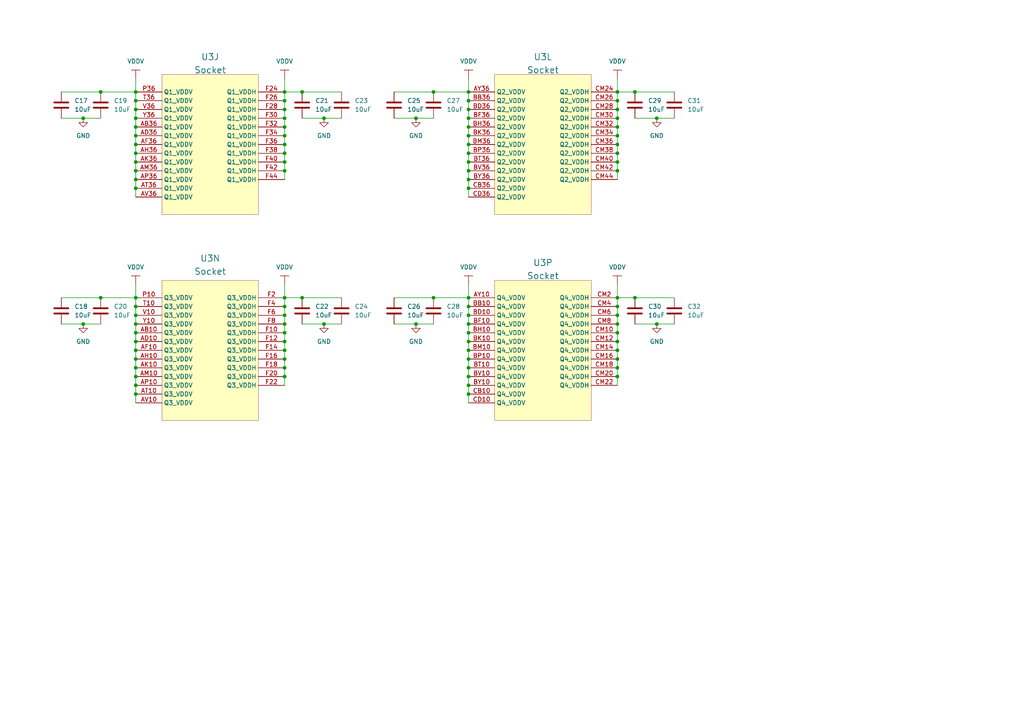
<source format=kicad_sch>
(kicad_sch (version 20231120) (generator "eeschema") (generator_version "8.0")
  (paper "A4")
  (title_block (title "Maveric Board") (date "2024-06-10") (rev "0") (comment 1 "Drawn By: Vighnesh Iyer"))
  (lib_symbols
    (symbol "Device:C" (pin_numbers hide) (pin_names (offset 0.254))
      (property "Reference" "C" (at 0.635 2.54 0))
      (property "Value" "C" (at 0.635 -2.54 0))
      (symbol "C_1_1"
        (pin passive line (at 0 3.81 270) (length 2.794) (name "~") (number "1"))
        (pin passive line (at 0 -3.81 90) (length 2.794) (name "~") (number "2"))
      )
    )
    (symbol "maveric-parts:TESTCHIP_UNI2"
      (property "Reference" "U" (at -12.7 0 0))
      (property "Value" "*" (at -12.7 -48.26 0))
      (symbol "TESTCHIP_UNI2_1_0"
        (pin bidirectional line (at -7.62 -53.34 0) (length 7.62) (name "HSDIFF_7_P_Q1") (number "AA39"))
        (pin bidirectional line (at 58.42 -60.96 180) (length 7.62) (name "HSDIFF_17_P_Q1") (number "AA45"))
        (pin bidirectional line (at -7.62 -27.94 0) (length 7.62) (name "HSDIFF_4_N_Q1") (number "AB42"))
        (pin bidirectional line (at -7.62 -30.48 0) (length 7.62) (name "HSDIFF_4_P_Q1") (number "AC41"))
        (pin bidirectional line (at -7.62 -35.56 0) (length 7.62) (name "HSDIFF_5_N_Q1") (number "AD38"))
        (pin bidirectional line (at 58.42 -50.8 180) (length 7.62) (name "HSDIFF_16_N_Q1") (number "AD44"))
        (pin bidirectional line (at -7.62 -38.1 0) (length 7.62) (name "HSDIFF_5_P_Q1") (number "AE39"))
        (pin bidirectional line (at 58.42 -53.34 180) (length 7.62) (name "HSDIFF_16_P_Q1") (number "AE45"))
        (pin bidirectional line (at 58.42 -43.18 180) (length 7.62) (name "HSDIFF_15_N_Q1") (number "AF42"))
        (pin bidirectional line (at 58.42 -45.72 180) (length 7.62) (name "HSDIFF_15_P_Q1") (number "AG41"))
        (pin bidirectional line (at -7.62 -20.32 0) (length 7.62) (name "HSDIFF_3_N_Q1") (number "AH38"))
        (pin bidirectional line (at 58.42 -35.56 180) (length 7.62) (name "HSDIFF_14_N_Q1") (number "AH44"))
        (pin bidirectional line (at -7.62 -22.86 0) (length 7.62) (name "HSDIFF_3_P_Q1") (number "AJ39"))
        (pin bidirectional line (at 58.42 -38.1 180) (length 7.62) (name "HSDIFF_14_P_Q1") (number "AJ45"))
        (pin bidirectional line (at 58.42 -27.94 180) (length 7.62) (name "HSDIFF_13_N_Q1") (number "AK42"))
        (pin bidirectional line (at 58.42 -30.48 180) (length 7.62) (name "HSDIFF_13_P_Q1") (number "AL41"))
        (pin bidirectional line (at -7.62 -12.7 0) (length 7.62) (name "HSDIFF_2_N_Q1") (number "AM38"))
        (pin bidirectional line (at 58.42 -20.32 180) (length 7.62) (name "HSDIFF_12_N_Q1") (number "AM44"))
        (pin bidirectional line (at -7.62 -15.24 0) (length 7.62) (name "HSDIFF_2_P_Q1") (number "AN39"))
        (pin bidirectional line (at 58.42 -22.86 180) (length 7.62) (name "HSDIFF_12_P_Q1") (number "AN45"))
        (pin bidirectional line (at 58.42 -12.7 180) (length 7.62) (name "HSDIFF_11_N_Q1") (number "AP42"))
        (pin bidirectional line (at 58.42 -15.24 180) (length 7.62) (name "HSDIFF_11_P_Q1") (number "AR41"))
        (pin bidirectional line (at -7.62 -5.08 0) (length 7.62) (name "HSDIFF_1_N_Q1") (number "AT38"))
        (pin bidirectional line (at 58.42 -5.08 180) (length 7.62) (name "HSDIFF_10_N_Q1") (number "AT44"))
        (pin bidirectional line (at -7.62 -7.62 0) (length 7.62) (name "HSDIFF_1_P_Q1") (number "AU39"))
        (pin bidirectional line (at 58.42 -7.62 180) (length 7.62) (name "HSDIFF_10_P_Q1") (number "AU45"))
        (pin bidirectional line (at -7.62 -58.42 0) (length 7.62) (name "HSDIFF_8_N_Q1") (number "P42"))
        (pin bidirectional line (at -7.62 -60.96 0) (length 7.62) (name "HSDIFF_8_P_Q1") (number "R41"))
        (pin bidirectional line (at -7.62 -66.04 0) (length 7.62) (name "HSDIFF_9_N_Q1") (number "T38"))
        (pin bidirectional line (at 58.42 -66.04 180) (length 7.62) (name "HSDIFF_18_N_Q1") (number "T44"))
        (pin bidirectional line (at -7.62 -68.58 0) (length 7.62) (name "HSDIFF_9_P_Q1") (number "U39"))
        (pin bidirectional line (at 58.42 -68.58 180) (length 7.62) (name "HSDIFF_18_P_Q1") (number "U45"))
        (pin bidirectional line (at -7.62 -43.18 0) (length 7.62) (name "HSDIFF_6_N_Q1") (number "V42"))
        (pin bidirectional line (at -7.62 -45.72 0) (length 7.62) (name "HSDIFF_6_P_Q1") (number "W41"))
        (pin bidirectional line (at -7.62 -50.8 0) (length 7.62) (name "HSDIFF_7_N_Q1") (number "Y38"))
        (pin bidirectional line (at 58.42 -58.42 180) (length 7.62) (name "HSDIFF_17_N_Q1") (number "Y44"))
      )
      (symbol "TESTCHIP_UNI2_2_0"
        (pin bidirectional line (at -7.62 -7.62 0) (length 7.62) (name "HSDIFF_1_P_Q2") (number "BA39"))
        (pin bidirectional line (at 58.42 -7.62 180) (length 7.62) (name "HSDIFF_10_P_Q2") (number "BA45"))
        (pin bidirectional line (at -7.62 -5.08 0) (length 7.62) (name "HSDIFF_1_N_Q2") (number "BB38"))
        (pin bidirectional line (at 58.42 -5.08 180) (length 7.62) (name "HSDIFF_10_N_Q2") (number "BB44"))
        (pin bidirectional line (at 58.42 -15.24 180) (length 7.62) (name "HSDIFF_11_P_Q2") (number "BC41"))
        (pin bidirectional line (at 58.42 -12.7 180) (length 7.62) (name "HSDIFF_11_N_Q2") (number "BD42"))
        (pin bidirectional line (at -7.62 -15.24 0) (length 7.62) (name "HSDIFF_2_P_Q2") (number "BE39"))
        (pin bidirectional line (at 58.42 -22.86 180) (length 7.62) (name "HSDIFF_12_P_Q2") (number "BE45"))
        (pin bidirectional line (at -7.62 -12.7 0) (length 7.62) (name "HSDIFF_2_N_Q2") (number "BF38"))
        (pin bidirectional line (at 58.42 -20.32 180) (length 7.62) (name "HSDIFF_12_N_Q2") (number "BF44"))
        (pin bidirectional line (at 58.42 -30.48 180) (length 7.62) (name "HSDIFF_13_P_Q2") (number "BG41"))
        (pin bidirectional line (at 58.42 -27.94 180) (length 7.62) (name "HSDIFF_13_N_Q2") (number "BH42"))
        (pin bidirectional line (at -7.62 -22.86 0) (length 7.62) (name "HSDIFF_3_P_Q2") (number "BJ39"))
        (pin bidirectional line (at 58.42 -38.1 180) (length 7.62) (name "HSDIFF_14_P_Q2") (number "BJ45"))
        (pin bidirectional line (at -7.62 -20.32 0) (length 7.62) (name "HSDIFF_3_N_Q2") (number "BK38"))
        (pin bidirectional line (at 58.42 -35.56 180) (length 7.62) (name "HSDIFF_14_N_Q2") (number "BK44"))
        (pin bidirectional line (at 58.42 -45.72 180) (length 7.62) (name "HSDIFF_15_P_Q2") (number "BL41"))
        (pin bidirectional line (at 58.42 -43.18 180) (length 7.62) (name "HSDIFF_15_N_Q2") (number "BM42"))
        (pin bidirectional line (at -7.62 -38.1 0) (length 7.62) (name "HSDIFF_5_P_Q2") (number "BN39"))
        (pin bidirectional line (at 58.42 -53.34 180) (length 7.62) (name "HSDIFF_16_P_Q2") (number "BN45"))
        (pin bidirectional line (at -7.62 -35.56 0) (length 7.62) (name "HSDIFF_5_N_Q2") (number "BP38"))
        (pin bidirectional line (at 58.42 -50.8 180) (length 7.62) (name "HSDIFF_16_N_Q2") (number "BP44"))
        (pin bidirectional line (at -7.62 -30.48 0) (length 7.62) (name "HSDIFF_4_P_Q2") (number "BR41"))
        (pin bidirectional line (at -7.62 -27.94 0) (length 7.62) (name "HSDIFF_4_N_Q2") (number "BT42"))
        (pin bidirectional line (at -7.62 -53.34 0) (length 7.62) (name "HSDIFF_7_P_Q2") (number "BU39"))
        (pin bidirectional line (at 58.42 -60.96 180) (length 7.62) (name "HSDIFF_17_P_Q2") (number "BU45"))
        (pin bidirectional line (at -7.62 -50.8 0) (length 7.62) (name "HSDIFF_7_N_Q2") (number "BV38"))
        (pin bidirectional line (at 58.42 -58.42 180) (length 7.62) (name "HSDIFF_17_N_Q2") (number "BV44"))
        (pin bidirectional line (at -7.62 -43.18 0) (length 7.62) (name "HSDIFF_6_P_Q2") (number "BW41"))
        (pin bidirectional line (at -7.62 -45.72 0) (length 7.62) (name "HSDIFF_6_N_Q2") (number "BY42"))
        (pin bidirectional line (at -7.62 -68.58 0) (length 7.62) (name "HSDIFF_9_P_Q2") (number "CA39"))
        (pin bidirectional line (at 58.42 -68.58 180) (length 7.62) (name "HSDIFF_18_P_Q2") (number "CA45"))
        (pin bidirectional line (at -7.62 -66.04 0) (length 7.62) (name "HSDIFF_9_N_Q2") (number "CB38"))
        (pin bidirectional line (at 58.42 -66.04 180) (length 7.62) (name "HSDIFF_18_N_Q2") (number "CB44"))
        (pin bidirectional line (at -7.62 -60.96 0) (length 7.62) (name "HSDIFF_8_P_Q2") (number "CC41"))
        (pin bidirectional line (at -7.62 -58.42 0) (length 7.62) (name "HSDIFF_8_N_Q2") (number "CD42"))
      )
      (symbol "TESTCHIP_UNI2_3_0"
        (pin bidirectional line (at 58.42 -60.96 180) (length 7.62) (name "HSDIFF_17_P_Q3") (number "AA1"))
        (pin bidirectional line (at -7.62 -50.8 0) (length 7.62) (name "HSDIFF_7_P_Q3") (number "AA7"))
        (pin bidirectional line (at -7.62 -27.94 0) (length 7.62) (name "HSDIFF_4_N_Q3") (number "AB4"))
        (pin bidirectional line (at -7.62 -30.48 0) (length 7.62) (name "HSDIFF_4_P_Q3") (number "AC5"))
        (pin bidirectional line (at 58.42 -50.8 180) (length 7.62) (name "HSDIFF_16_N_Q3") (number "AD2"))
        (pin bidirectional line (at -7.62 -35.56 0) (length 7.62) (name "HSDIFF_5_N_Q3") (number "AD8"))
        (pin bidirectional line (at 58.42 -53.34 180) (length 7.62) (name "HSDIFF_16_P_Q3") (number "AE1"))
        (pin bidirectional line (at -7.62 -38.1 0) (length 7.62) (name "HSDIFF_5_P_Q3") (number "AE7"))
        (pin bidirectional line (at 58.42 -43.18 180) (length 7.62) (name "HSDIFF_15_N_Q3") (number "AF4"))
        (pin bidirectional line (at 58.42 -45.72 180) (length 7.62) (name "HSDIFF_15_P_Q3") (number "AG5"))
        (pin bidirectional line (at 58.42 -35.56 180) (length 7.62) (name "HSDIFF_14_N_Q3") (number "AH2"))
        (pin bidirectional line (at -7.62 -20.32 0) (length 7.62) (name "HSDIFF_3_N_Q3") (number "AH8"))
        (pin bidirectional line (at 58.42 -38.1 180) (length 7.62) (name "HSDIFF_14_P_Q3") (number "AJ1"))
        (pin bidirectional line (at -7.62 -22.86 0) (length 7.62) (name "HSDIFF_3_P_Q3") (number "AJ7"))
        (pin bidirectional line (at 58.42 -27.94 180) (length 7.62) (name "HSDIFF_13_N_Q3") (number "AK4"))
        (pin bidirectional line (at 58.42 -30.48 180) (length 7.62) (name "HSDIFF_13_P_Q3") (number "AL5"))
        (pin bidirectional line (at 58.42 -20.32 180) (length 7.62) (name "HSDIFF_12_N_Q3") (number "AM2"))
        (pin bidirectional line (at -7.62 -12.7 0) (length 7.62) (name "HSDIFF_2_N_Q3") (number "AM8"))
        (pin bidirectional line (at 58.42 -22.86 180) (length 7.62) (name "HSDIFF_12_P_Q3") (number "AN1"))
        (pin bidirectional line (at -7.62 -15.24 0) (length 7.62) (name "HSDIFF_2_P_Q3") (number "AN7"))
        (pin bidirectional line (at 58.42 -12.7 180) (length 7.62) (name "HSDIFF_11_N_Q3") (number "AP4"))
        (pin bidirectional line (at 58.42 -15.24 180) (length 7.62) (name "HSDIFF_11_P_Q3") (number "AR5"))
        (pin bidirectional line (at 58.42 -5.08 180) (length 7.62) (name "HSDIFF_10_N_Q3") (number "AT2"))
        (pin bidirectional line (at -7.62 -5.08 0) (length 7.62) (name "HSDIFF_1_N_Q3") (number "AT8"))
        (pin bidirectional line (at 58.42 -7.62 180) (length 7.62) (name "HSDIFF_10_P_Q3") (number "AU1"))
        (pin bidirectional line (at -7.62 -7.62 0) (length 7.62) (name "HSDIFF_1_P_Q3") (number "AU7"))
        (pin bidirectional line (at -7.62 -58.42 0) (length 7.62) (name "HSDIFF_8_N_Q3") (number "P4"))
        (pin bidirectional line (at -7.62 -60.96 0) (length 7.62) (name "HSDIFF_8_P_Q3") (number "R5"))
        (pin bidirectional line (at 58.42 -66.04 180) (length 7.62) (name "HSDIFF_18_N_Q3") (number "T2"))
        (pin bidirectional line (at -7.62 -66.04 0) (length 7.62) (name "HSDIFF_9_N_Q3") (number "T8"))
        (pin bidirectional line (at 58.42 -68.58 180) (length 7.62) (name "HSDIFF_18_P_Q3") (number "U1"))
        (pin bidirectional line (at -7.62 -68.58 0) (length 7.62) (name "HSDIFF_9_P_Q3") (number "U7"))
        (pin bidirectional line (at -7.62 -43.18 0) (length 7.62) (name "HSDIFF_6_N_Q3") (number "V4"))
        (pin bidirectional line (at -7.62 -45.72 0) (length 7.62) (name "HSDIFF_6_P_Q3") (number "W5"))
        (pin bidirectional line (at 58.42 -58.42 180) (length 7.62) (name "HSDIFF_17_N_Q3") (number "Y2"))
        (pin bidirectional line (at -7.62 -53.34 0) (length 7.62) (name "HSDIFF_7_N_Q3") (number "Y8"))
      )
      (symbol "TESTCHIP_UNI2_4_0"
        (pin bidirectional line (at 58.42 -7.62 180) (length 7.62) (name "HSDIFF_10_P_Q4") (number "BA1"))
        (pin bidirectional line (at -7.62 -7.62 0) (length 7.62) (name "HSDIFF_1_P_Q4") (number "BA7"))
        (pin bidirectional line (at 58.42 -5.08 180) (length 7.62) (name "HSDIFF_10_N_Q4") (number "BB2"))
        (pin bidirectional line (at -7.62 -5.08 0) (length 7.62) (name "HSDIFF_1_N_Q4") (number "BB8"))
        (pin bidirectional line (at 58.42 -15.24 180) (length 7.62) (name "HSDIFF_11_P_Q4") (number "BC5"))
        (pin bidirectional line (at 58.42 -12.7 180) (length 7.62) (name "HSDIFF_11_N_Q4") (number "BD4"))
        (pin bidirectional line (at 58.42 -22.86 180) (length 7.62) (name "HSDIFF_12_P_Q4") (number "BE1"))
        (pin bidirectional line (at -7.62 -15.24 0) (length 7.62) (name "HSDIFF_2_P_Q4") (number "BE7"))
        (pin bidirectional line (at 58.42 -20.32 180) (length 7.62) (name "HSDIFF_12_N_Q4") (number "BF2"))
        (pin bidirectional line (at -7.62 -12.7 0) (length 7.62) (name "HSDIFF_2_N_Q4") (number "BF8"))
        (pin bidirectional line (at 58.42 -30.48 180) (length 7.62) (name "HSDIFF_13_P_Q4") (number "BG5"))
        (pin bidirectional line (at 58.42 -27.94 180) (length 7.62) (name "HSDIFF_13_N_Q4") (number "BH4"))
        (pin bidirectional line (at 58.42 -38.1 180) (length 7.62) (name "HSDIFF_14_P_Q4") (number "BJ1"))
        (pin bidirectional line (at -7.62 -22.86 0) (length 7.62) (name "HSDIFF_3_P_Q4") (number "BJ7"))
        (pin bidirectional line (at 58.42 -35.56 180) (length 7.62) (name "HSDIFF_14_N_Q4") (number "BK2"))
        (pin bidirectional line (at -7.62 -20.32 0) (length 7.62) (name "HSDIFF_3_N_Q4") (number "BK8"))
        (pin bidirectional line (at 58.42 -45.72 180) (length 7.62) (name "HSDIFF_15_P_Q4") (number "BL5"))
        (pin bidirectional line (at 58.42 -43.18 180) (length 7.62) (name "HSDIFF_15_N_Q4") (number "BM4"))
        (pin bidirectional line (at 58.42 -53.34 180) (length 7.62) (name "HSDIFF_16_P_Q4") (number "BN1"))
        (pin bidirectional line (at -7.62 -38.1 0) (length 7.62) (name "HSDIFF_5_P_Q4") (number "BN7"))
        (pin bidirectional line (at 58.42 -50.8 180) (length 7.62) (name "HSDIFF_16_N_Q4") (number "BP2"))
        (pin bidirectional line (at -7.62 -35.56 0) (length 7.62) (name "HSDIFF_5_N_Q4") (number "BP8"))
        (pin bidirectional line (at -7.62 -30.48 0) (length 7.62) (name "HSDIFF_4_P_Q4") (number "BR5"))
        (pin bidirectional line (at -7.62 -27.94 0) (length 7.62) (name "HSDIFF_4_N_Q4") (number "BT4"))
        (pin bidirectional line (at 58.42 -60.96 180) (length 7.62) (name "HSDIFF_17_P_Q4") (number "BU1"))
        (pin bidirectional line (at -7.62 -53.34 0) (length 7.62) (name "HSDIFF_7_P_Q4") (number "BU7"))
        (pin bidirectional line (at 58.42 -58.42 180) (length 7.62) (name "HSDIFF_17_N_Q4") (number "BV2"))
        (pin bidirectional line (at -7.62 -50.8 0) (length 7.62) (name "HSDIFF_7_N_Q4") (number "BV8"))
        (pin bidirectional line (at -7.62 -45.72 0) (length 7.62) (name "HSDIFF_6_P_Q4") (number "BW5"))
        (pin bidirectional line (at -7.62 -43.18 0) (length 7.62) (name "HSDIFF_6_N_Q4") (number "BY4"))
        (pin bidirectional line (at 58.42 -68.58 180) (length 7.62) (name "HSDIFF_18_P_Q4") (number "CA1"))
        (pin bidirectional line (at -7.62 -68.58 0) (length 7.62) (name "HSDIFF_9_P_Q4") (number "CA7"))
        (pin bidirectional line (at 58.42 -66.04 180) (length 7.62) (name "HSDIFF_18_N_Q4") (number "CB2"))
        (pin bidirectional line (at -7.62 -66.04 0) (length 7.62) (name "HSDIFF_9_N_Q4") (number "CB8"))
        (pin bidirectional line (at -7.62 -60.96 0) (length 7.62) (name "HSDIFF_8_P_Q4") (number "CC5"))
        (pin bidirectional line (at -7.62 -58.42 0) (length 7.62) (name "HSDIFF_8_N_Q4") (number "CD4"))
      )
      (symbol "TESTCHIP_UNI2_5_0"
        (pin bidirectional line (at -7.62 -7.62 0) (length 7.62) (name "IODIFF_1_P_Q1") (number "A25"))
        (pin bidirectional line (at -7.62 -38.1 0) (length 7.62) (name "IODIFF_5_P_Q1") (number "A27"))
        (pin bidirectional line (at -7.62 -68.58 0) (length 7.62) (name "IODIFF_9_P_Q1") (number "A29"))
        (pin bidirectional line (at -7.62 -99.06 0) (length 7.62) (name "IODIFF_13_P_Q1") (number "A31"))
        (pin bidirectional line (at -7.62 -129.54 0) (length 7.62) (name "IODIFF_17_P_Q1") (number "A33"))
        (pin bidirectional line (at -7.62 -144.78 0) (length 7.62) (name "IODIFF_19_P_Q1") (number "A35"))
        (pin bidirectional line (at -7.62 -152.4 0) (length 7.62) (name "IODIFF_20_P_Q1") (number "A37"))
        (pin bidirectional line (at 58.42 -68.58 180) (length 7.62) (name "IODIFF_29_P_Q1") (number "A39"))
        (pin bidirectional line (at 58.42 -99.06 180) (length 7.62) (name "IODIFF_33_P_Q1") (number "A41"))
        (pin bidirectional line (at 58.42 -129.54 180) (length 7.62) (name "IODIFF_37_P_Q1") (number "A43"))
        (pin bidirectional line (at 58.42 -160.02 180) (length 7.62) (name "IODIFF_41_P_Q1") (number "A45"))
        (pin bidirectional line (at -7.62 -5.08 0) (length 7.62) (name "IODIFF_1_N_Q1") (number "B24"))
        (pin bidirectional line (at -7.62 -35.56 0) (length 7.62) (name "IODIFF_5_N_Q1") (number "B26"))
        (pin bidirectional line (at -7.62 -66.04 0) (length 7.62) (name "IODIFF_9_N_Q1") (number "B28"))
        (pin bidirectional line (at -7.62 -96.52 0) (length 7.62) (name "IODIFF_13_N_Q1") (number "B30"))
        (pin bidirectional line (at -7.62 -127 0) (length 7.62) (name "IODIFF_17_N_Q1") (number "B32"))
        (pin bidirectional line (at -7.62 -142.24 0) (length 7.62) (name "IODIFF_19_N_Q1") (number "B34"))
        (pin bidirectional line (at -7.62 -149.86 0) (length 7.62) (name "IODIFF_20_N_Q1") (number "B36"))
        (pin bidirectional line (at 58.42 -66.04 180) (length 7.62) (name "IODIFF_29_N_Q1") (number "B38"))
        (pin bidirectional line (at 58.42 -96.52 180) (length 7.62) (name "IODIFF_33_N_Q1") (number "B40"))
        (pin bidirectional line (at 58.42 -127 180) (length 7.62) (name "IODIFF_37_N_Q1") (number "B42"))
        (pin bidirectional line (at 58.42 -157.48 180) (length 7.62) (name "IODIFF_41_N_Q1") (number "B44"))
        (pin bidirectional line (at -7.62 -15.24 0) (length 7.62) (name "IODIFF_2_P_Q1") (number "C25"))
        (pin bidirectional line (at -7.62 -45.72 0) (length 7.62) (name "IODIFF_6_P_Q1") (number "C27"))
        (pin bidirectional line (at -7.62 -76.2 0) (length 7.62) (name "IODIFF_10_P_Q1") (number "C29"))
        (pin bidirectional line (at -7.62 -106.68 0) (length 7.62) (name "IODIFF_14_P_Q1") (number "C31"))
        (pin bidirectional line (at -7.62 -137.16 0) (length 7.62) (name "IODIFF_18_P_Q1") (number "C33"))
        (pin bidirectional line (at 58.42 -7.62 180) (length 7.62) (name "IODIFF_21_P_Q1") (number "C35"))
        (pin bidirectional line (at 58.42 -15.24 180) (length 7.62) (name "IODIFF_22_P_Q1") (number "C37"))
        (pin bidirectional line (at 58.42 -76.2 180) (length 7.62) (name "IODIFF_30_P_Q1") (number "C39"))
        (pin bidirectional line (at 58.42 -106.68 180) (length 7.62) (name "IODIFF_34_P_Q1") (number "C41"))
        (pin bidirectional line (at 58.42 -137.16 180) (length 7.62) (name "IODIFF_38_P_Q1") (number "C43"))
        (pin bidirectional line (at -7.62 -12.7 0) (length 7.62) (name "IODIFF_2_N_Q1") (number "D24"))
        (pin bidirectional line (at -7.62 -43.18 0) (length 7.62) (name "IODIFF_6_N_Q1") (number "D26"))
        (pin bidirectional line (at -7.62 -73.66 0) (length 7.62) (name "IODIFF_10_N_Q1") (number "D28"))
        (pin bidirectional line (at -7.62 -104.14 0) (length 7.62) (name "IODIFF_14_N_Q1") (number "D30"))
        (pin bidirectional line (at -7.62 -134.62 0) (length 7.62) (name "IODIFF_18_N_Q1") (number "D32"))
        (pin bidirectional line (at 58.42 -5.08 180) (length 7.62) (name "IODIFF_21_N_Q1") (number "D34"))
        (pin bidirectional line (at 58.42 -12.7 180) (length 7.62) (name "IODIFF_22_N_Q1") (number "D36"))
        (pin bidirectional line (at 58.42 -73.66 180) (length 7.62) (name "IODIFF_30_N_Q1") (number "D38"))
        (pin bidirectional line (at 58.42 -104.14 180) (length 7.62) (name "IODIFF_34_N_Q1") (number "D40"))
        (pin bidirectional line (at 58.42 -134.62 180) (length 7.62) (name "IODIFF_38_N_Q1") (number "D42"))
        (pin bidirectional line (at -7.62 -22.86 0) (length 7.62) (name "IODIFF_3_P_Q1") (number "G25"))
        (pin bidirectional line (at -7.62 -53.34 0) (length 7.62) (name "IODIFF_7_P_Q1") (number "G27"))
        (pin bidirectional line (at -7.62 -83.82 0) (length 7.62) (name "IODIFF_11_P_Q1") (number "G29"))
        (pin bidirectional line (at -7.62 -114.3 0) (length 7.62) (name "IODIFF_15_P_Q1") (number "G31"))
        (pin bidirectional line (at 58.42 -30.48 180) (length 7.62) (name "IODIFF_24_P_Q1") (number "G33"))
        (pin bidirectional line (at 58.42 -22.86 180) (length 7.62) (name "IODIFF_23_P_Q1") (number "G35"))
        (pin bidirectional line (at 58.42 -38.1 180) (length 7.62) (name "IODIFF_25_P_Q1") (number "G37"))
        (pin bidirectional line (at 58.42 -83.82 180) (length 7.62) (name "IODIFF_31_P_Q1") (number "G39"))
        (pin bidirectional line (at 58.42 -114.3 180) (length 7.62) (name "IODIFF_35_P_Q1") (number "G41"))
        (pin bidirectional line (at 58.42 -144.78 180) (length 7.62) (name "IODIFF_39_P_Q1") (number "G43"))
        (pin bidirectional line (at -7.62 -20.32 0) (length 7.62) (name "IODIFF_3_N_Q1") (number "H24"))
        (pin bidirectional line (at -7.62 -50.8 0) (length 7.62) (name "IODIFF_7_N_Q1") (number "H26"))
        (pin bidirectional line (at -7.62 -81.28 0) (length 7.62) (name "IODIFF_11_N_Q1") (number "H28"))
        (pin bidirectional line (at -7.62 -111.76 0) (length 7.62) (name "IODIFF_15_N_Q1") (number "H30"))
        (pin bidirectional line (at 58.42 -27.94 180) (length 7.62) (name "IODIFF_24_N_Q1") (number "H32"))
        (pin bidirectional line (at 58.42 -20.32 180) (length 7.62) (name "IODIFF_23_N_Q1") (number "H34"))
        (pin bidirectional line (at 58.42 -35.56 180) (length 7.62) (name "IODIFF_25_N_Q1") (number "H36"))
        (pin bidirectional line (at 58.42 -81.28 180) (length 7.62) (name "IODIFF_31_N_Q1") (number "H38"))
        (pin bidirectional line (at 58.42 -111.76 180) (length 7.62) (name "IODIFF_35_N_Q1") (number "H40"))
        (pin bidirectional line (at 58.42 -142.24 180) (length 7.62) (name "IODIFF_39_N_Q1") (number "H42"))
        (pin bidirectional line (at -7.62 -30.48 0) (length 7.62) (name "IODIFF_4_P_Q1") (number "J25"))
        (pin bidirectional line (at -7.62 -60.96 0) (length 7.62) (name "IODIFF_8_P_Q1") (number "J27"))
        (pin bidirectional line (at -7.62 -91.44 0) (length 7.62) (name "IODIFF_12_P_Q1") (number "J29"))
        (pin bidirectional line (at -7.62 -121.92 0) (length 7.62) (name "IODIFF_16_P_Q1") (number "J31"))
        (pin bidirectional line (at 58.42 -45.72 180) (length 7.62) (name "IODIFF_26_P_Q1") (number "J33"))
        (pin bidirectional line (at 58.42 -53.34 180) (length 7.62) (name "IODIFF_27_P_Q1") (number "J35"))
        (pin bidirectional line (at 58.42 -60.96 180) (length 7.62) (name "IODIFF_28_P_Q1") (number "J37"))
        (pin bidirectional line (at 58.42 -91.44 180) (length 7.62) (name "IODIFF_32_P_Q1") (number "J39"))
        (pin bidirectional line (at 58.42 -121.92 180) (length 7.62) (name "IODIFF_36_P_Q1") (number "J41"))
        (pin bidirectional line (at 58.42 -152.4 180) (length 7.62) (name "IODIFF_40_P_Q1") (number "J43"))
        (pin bidirectional line (at -7.62 -27.94 0) (length 7.62) (name "IODIFF_4_N_Q1") (number "K24"))
        (pin bidirectional line (at -7.62 -58.42 0) (length 7.62) (name "IODIFF_8_N_Q1") (number "K26"))
        (pin bidirectional line (at -7.62 -88.9 0) (length 7.62) (name "IODIFF_12_N_Q1") (number "K28"))
        (pin bidirectional line (at -7.62 -119.38 0) (length 7.62) (name "IODIFF_16_N_Q1") (number "K30"))
        (pin bidirectional line (at 58.42 -43.18 180) (length 7.62) (name "IODIFF_26_N_Q1") (number "K32"))
        (pin bidirectional line (at 58.42 -50.8 180) (length 7.62) (name "IODIFF_27_N_Q1") (number "K34"))
        (pin bidirectional line (at 58.42 -58.42 180) (length 7.62) (name "IODIFF_28_N_Q1") (number "K36"))
        (pin bidirectional line (at 58.42 -88.9 180) (length 7.62) (name "IODIFF_32_N_Q1") (number "K38"))
        (pin bidirectional line (at 58.42 -119.38 180) (length 7.62) (name "IODIFF_36_N_Q1") (number "K40"))
        (pin bidirectional line (at 58.42 -149.86 180) (length 7.62) (name "IODIFF_40_N_Q1") (number "K42"))
      )
      (symbol "TESTCHIP_UNI2_6_0"
        (pin bidirectional line (at -7.62 -27.94 0) (length 7.62) (name "IODIFF_4_N_Q2") (number "CH24"))
        (pin bidirectional line (at -7.62 -58.42 0) (length 7.62) (name "IODIFF_8_N_Q2") (number "CH26"))
        (pin bidirectional line (at -7.62 -88.9 0) (length 7.62) (name "IODIFF_12_N_Q2") (number "CH28"))
        (pin bidirectional line (at -7.62 -119.38 0) (length 7.62) (name "IODIFF_16_N_Q2") (number "CH30"))
        (pin bidirectional line (at 58.42 -43.18 180) (length 7.62) (name "IODIFF_26_N_Q2") (number "CH32"))
        (pin bidirectional line (at 58.42 -50.8 180) (length 7.62) (name "IODIFF_27_N_Q2") (number "CH34"))
        (pin bidirectional line (at 58.42 -58.42 180) (length 7.62) (name "IODIFF_28_N_Q2") (number "CH36"))
        (pin bidirectional line (at 58.42 -88.9 180) (length 7.62) (name "IODIFF_32_N_Q2") (number "CH38"))
        (pin bidirectional line (at 58.42 -119.38 180) (length 7.62) (name "IODIFF_36_N_Q2") (number "CH40"))
        (pin bidirectional line (at 58.42 -149.86 180) (length 7.62) (name "IODIFF_40_N_Q2") (number "CH42"))
        (pin bidirectional line (at -7.62 -30.48 0) (length 7.62) (name "IODIFF_4_P_Q2") (number "CJ25"))
        (pin bidirectional line (at -7.62 -60.96 0) (length 7.62) (name "IODIFF_8_P_Q2") (number "CJ27"))
        (pin bidirectional line (at -7.62 -91.44 0) (length 7.62) (name "IODIFF_12_P_Q2") (number "CJ29"))
        (pin bidirectional line (at -7.62 -121.92 0) (length 7.62) (name "IODIFF_16_P_Q2") (number "CJ31"))
        (pin bidirectional line (at 58.42 -45.72 180) (length 7.62) (name "IODIFF_26_P_Q2") (number "CJ33"))
        (pin bidirectional line (at 58.42 -53.34 180) (length 7.62) (name "IODIFF_27_P_Q2") (number "CJ35"))
        (pin bidirectional line (at 58.42 -60.96 180) (length 7.62) (name "IODIFF_28_P_Q2") (number "CJ37"))
        (pin bidirectional line (at 58.42 -91.44 180) (length 7.62) (name "IODIFF_32_P_Q2") (number "CJ39"))
        (pin bidirectional line (at 58.42 -121.92 180) (length 7.62) (name "IODIFF_36_P_Q2") (number "CJ41"))
        (pin bidirectional line (at 58.42 -152.4 180) (length 7.62) (name "IODIFF_40_P_Q2") (number "CJ43"))
        (pin bidirectional line (at -7.62 -20.32 0) (length 7.62) (name "IODIFF_3_N_Q2") (number "CK24"))
        (pin bidirectional line (at -7.62 -50.8 0) (length 7.62) (name "IODIFF_7_N_Q2") (number "CK26"))
        (pin bidirectional line (at -7.62 -81.28 0) (length 7.62) (name "IODIFF_11_N_Q2") (number "CK28"))
        (pin bidirectional line (at -7.62 -111.76 0) (length 7.62) (name "IODIFF_15_N_Q2") (number "CK30"))
        (pin bidirectional line (at 58.42 -27.94 180) (length 7.62) (name "IODIFF_24_N_Q2") (number "CK32"))
        (pin bidirectional line (at 58.42 -20.32 180) (length 7.62) (name "IODIFF_23_N_Q2") (number "CK34"))
        (pin bidirectional line (at 58.42 -35.56 180) (length 7.62) (name "IODIFF_25_N_Q2") (number "CK36"))
        (pin bidirectional line (at 58.42 -81.28 180) (length 7.62) (name "IODIFF_31_N_Q2") (number "CK38"))
        (pin bidirectional line (at 58.42 -111.76 180) (length 7.62) (name "IODIFF_35_N_Q2") (number "CK40"))
        (pin bidirectional line (at 58.42 -142.24 180) (length 7.62) (name "IODIFF_39_N_Q2") (number "CK42"))
        (pin bidirectional line (at -7.62 -22.86 0) (length 7.62) (name "IODIFF_3_P_Q2") (number "CL25"))
        (pin bidirectional line (at -7.62 -53.34 0) (length 7.62) (name "IODIFF_7_P_Q2") (number "CL27"))
        (pin bidirectional line (at -7.62 -83.82 0) (length 7.62) (name "IODIFF_11_P_Q2") (number "CL29"))
        (pin bidirectional line (at -7.62 -114.3 0) (length 7.62) (name "IODIFF_15_P_Q2") (number "CL31"))
        (pin bidirectional line (at 58.42 -30.48 180) (length 7.62) (name "IODIFF_24_P_Q2") (number "CL33"))
        (pin bidirectional line (at 58.42 -22.86 180) (length 7.62) (name "IODIFF_23_P_Q2") (number "CL35"))
        (pin bidirectional line (at 58.42 -38.1 180) (length 7.62) (name "IODIFF_25_P_Q2") (number "CL37"))
        (pin bidirectional line (at 58.42 -83.82 180) (length 7.62) (name "IODIFF_31_P_Q2") (number "CL39"))
        (pin bidirectional line (at 58.42 -114.3 180) (length 7.62) (name "IODIFF_35_P_Q2") (number "CL41"))
        (pin bidirectional line (at 58.42 -144.78 180) (length 7.62) (name "IODIFF_39_P_Q2") (number "CL43"))
        (pin bidirectional line (at -7.62 -12.7 0) (length 7.62) (name "IODIFF_2_N_Q2") (number "CP24"))
        (pin bidirectional line (at -7.62 -43.18 0) (length 7.62) (name "IODIFF_6_N_Q2") (number "CP26"))
        (pin bidirectional line (at -7.62 -73.66 0) (length 7.62) (name "IODIFF_10_N_Q2") (number "CP28"))
        (pin bidirectional line (at -7.62 -104.14 0) (length 7.62) (name "IODIFF_14_N_Q2") (number "CP30"))
        (pin bidirectional line (at -7.62 -134.62 0) (length 7.62) (name "IODIFF_18_N_Q2") (number "CP32"))
        (pin bidirectional line (at 58.42 -5.08 180) (length 7.62) (name "IODIFF_21_N_Q2") (number "CP34"))
        (pin bidirectional line (at 58.42 -12.7 180) (length 7.62) (name "IODIFF_22_N_Q2") (number "CP36"))
        (pin bidirectional line (at 58.42 -73.66 180) (length 7.62) (name "IODIFF_30_N_Q2") (number "CP38"))
        (pin bidirectional line (at 58.42 -104.14 180) (length 7.62) (name "IODIFF_34_N_Q2") (number "CP40"))
        (pin bidirectional line (at 58.42 -134.62 180) (length 7.62) (name "IODIFF_38_N_Q2") (number "CP42"))
        (pin bidirectional line (at -7.62 -15.24 0) (length 7.62) (name "IODIFF_2_P_Q2") (number "CR25"))
        (pin bidirectional line (at -7.62 -45.72 0) (length 7.62) (name "IODIFF_6_P_Q2") (number "CR27"))
        (pin bidirectional line (at -7.62 -76.2 0) (length 7.62) (name "IODIFF_10_P_Q2") (number "CR29"))
        (pin bidirectional line (at -7.62 -106.68 0) (length 7.62) (name "IODIFF_14_P_Q2") (number "CR31"))
        (pin bidirectional line (at -7.62 -137.16 0) (length 7.62) (name "IODIFF_18_P_Q2") (number "CR33"))
        (pin bidirectional line (at 58.42 -7.62 180) (length 7.62) (name "IODIFF_21_P_Q2") (number "CR35"))
        (pin bidirectional line (at 58.42 -15.24 180) (length 7.62) (name "IODIFF_22_P_Q2") (number "CR37"))
        (pin bidirectional line (at 58.42 -76.2 180) (length 7.62) (name "IODIFF_30_P_Q2") (number "CR39"))
        (pin bidirectional line (at 58.42 -106.68 180) (length 7.62) (name "IODIFF_34_P_Q2") (number "CR41"))
        (pin bidirectional line (at 58.42 -137.16 180) (length 7.62) (name "IODIFF_38_P_Q2") (number "CR43"))
        (pin bidirectional line (at -7.62 -5.08 0) (length 7.62) (name "IODIFF_1_N_Q2") (number "CT24"))
        (pin bidirectional line (at -7.62 -35.56 0) (length 7.62) (name "IODIFF_5_N_Q2") (number "CT26"))
        (pin bidirectional line (at -7.62 -66.04 0) (length 7.62) (name "IODIFF_9_N_Q2") (number "CT28"))
        (pin bidirectional line (at -7.62 -96.52 0) (length 7.62) (name "IODIFF_13_N_Q2") (number "CT30"))
        (pin bidirectional line (at -7.62 -127 0) (length 7.62) (name "IODIFF_17_N_Q2") (number "CT32"))
        (pin bidirectional line (at -7.62 -142.24 0) (length 7.62) (name "IODIFF_19_N_Q2") (number "CT34"))
        (pin bidirectional line (at -7.62 -149.86 0) (length 7.62) (name "IODIFF_20_N_Q2") (number "CT36"))
        (pin bidirectional line (at 58.42 -66.04 180) (length 7.62) (name "IODIFF_29_N_Q2") (number "CT38"))
        (pin bidirectional line (at 58.42 -96.52 180) (length 7.62) (name "IODIFF_33_N_Q2") (number "CT40"))
        (pin bidirectional line (at 58.42 -127 180) (length 7.62) (name "IODIFF_37_N_Q2") (number "CT42"))
        (pin bidirectional line (at 58.42 -157.48 180) (length 7.62) (name "IODIFF_41_N_Q2") (number "CT44"))
        (pin bidirectional line (at -7.62 -7.62 0) (length 7.62) (name "IODIFF_1_P_Q2") (number "CU25"))
        (pin bidirectional line (at -7.62 -38.1 0) (length 7.62) (name "IODIFF_5_P_Q2") (number "CU27"))
        (pin bidirectional line (at -7.62 -68.58 0) (length 7.62) (name "IODIFF_9_P_Q2") (number "CU29"))
        (pin bidirectional line (at -7.62 -99.06 0) (length 7.62) (name "IODIFF_13_P_Q2") (number "CU31"))
        (pin bidirectional line (at -7.62 -129.54 0) (length 7.62) (name "IODIFF_17_P_Q2") (number "CU33"))
        (pin bidirectional line (at -7.62 -144.78 0) (length 7.62) (name "IODIFF_19_P_Q2") (number "CU35"))
        (pin bidirectional line (at -7.62 -152.4 0) (length 7.62) (name "IODIFF_20_P_Q2") (number "CU37"))
        (pin bidirectional line (at 58.42 -68.58 180) (length 7.62) (name "IODIFF_29_P_Q2") (number "CU39"))
        (pin bidirectional line (at 58.42 -99.06 180) (length 7.62) (name "IODIFF_33_P_Q2") (number "CU41"))
        (pin bidirectional line (at 58.42 -129.54 180) (length 7.62) (name "IODIFF_37_P_Q2") (number "CU43"))
        (pin bidirectional line (at 58.42 -160.02 180) (length 7.62) (name "IODIFF_41_P_Q2") (number "CU45"))
      )
      (symbol "TESTCHIP_UNI2_7_0"
        (pin bidirectional line (at 58.42 -160.02 180) (length 7.62) (name "IODIFF_41_P_Q3") (number "A1"))
        (pin bidirectional line (at -7.62 -144.78 0) (length 7.62) (name "IODIFF_19_P_Q3") (number "A11"))
        (pin bidirectional line (at -7.62 -129.54 0) (length 7.62) (name "IODIFF_17_P_Q3") (number "A13"))
        (pin bidirectional line (at -7.62 -99.06 0) (length 7.62) (name "IODIFF_13_P_Q3") (number "A15"))
        (pin bidirectional line (at -7.62 -68.58 0) (length 7.62) (name "IODIFF_9_P_Q3") (number "A17"))
        (pin bidirectional line (at -7.62 -38.1 0) (length 7.62) (name "IODIFF_5_P_Q3") (number "A19"))
        (pin bidirectional line (at -7.62 -7.62 0) (length 7.62) (name "IODIFF_1_P_Q3") (number "A21"))
        (pin bidirectional line (at 58.42 -129.54 180) (length 7.62) (name "IODIFF_37_P_Q3") (number "A3"))
        (pin bidirectional line (at 58.42 -99.06 180) (length 7.62) (name "IODIFF_33_P_Q3") (number "A5"))
        (pin bidirectional line (at 58.42 -68.58 180) (length 7.62) (name "IODIFF_29_P_Q3") (number "A7"))
        (pin bidirectional line (at -7.62 -152.4 0) (length 7.62) (name "IODIFF_20_P_Q3") (number "A9"))
        (pin bidirectional line (at -7.62 -149.86 0) (length 7.62) (name "IODIFF_20_N_Q3") (number "B10"))
        (pin bidirectional line (at -7.62 -142.24 0) (length 7.62) (name "IODIFF_19_N_Q3") (number "B12"))
        (pin bidirectional line (at -7.62 -127 0) (length 7.62) (name "IODIFF_17_N_Q3") (number "B14"))
        (pin bidirectional line (at -7.62 -96.52 0) (length 7.62) (name "IODIFF_13_N_Q3") (number "B16"))
        (pin bidirectional line (at -7.62 -66.04 0) (length 7.62) (name "IODIFF_9_N_Q3") (number "B18"))
        (pin bidirectional line (at 58.42 -157.48 180) (length 7.62) (name "IODIFF_41_N_Q3") (number "B2"))
        (pin bidirectional line (at -7.62 -35.56 0) (length 7.62) (name "IODIFF_5_N_Q3") (number "B20"))
        (pin bidirectional line (at -7.62 -5.08 0) (length 7.62) (name "IODIFF_1_N_Q3") (number "B22"))
        (pin bidirectional line (at 58.42 -127 180) (length 7.62) (name "IODIFF_37_N_Q3") (number "B4"))
        (pin bidirectional line (at 58.42 -96.52 180) (length 7.62) (name "IODIFF_33_N_Q3") (number "B6"))
        (pin bidirectional line (at 58.42 -66.04 180) (length 7.62) (name "IODIFF_29_N_Q3") (number "B8"))
        (pin bidirectional line (at 58.42 -7.62 180) (length 7.62) (name "IODIFF_21_P_Q3") (number "C11"))
        (pin bidirectional line (at -7.62 -137.16 0) (length 7.62) (name "IODIFF_18_P_Q3") (number "C13"))
        (pin bidirectional line (at -7.62 -106.68 0) (length 7.62) (name "IODIFF_14_P_Q3") (number "C15"))
        (pin bidirectional line (at -7.62 -76.2 0) (length 7.62) (name "IODIFF_10_P_Q3") (number "C17"))
        (pin bidirectional line (at -7.62 -45.72 0) (length 7.62) (name "IODIFF_6_P_Q3") (number "C19"))
        (pin bidirectional line (at -7.62 -15.24 0) (length 7.62) (name "IODIFF_2_P_Q3") (number "C21"))
        (pin bidirectional line (at 58.42 -137.16 180) (length 7.62) (name "IODIFF_38_P_Q3") (number "C3"))
        (pin bidirectional line (at 58.42 -106.68 180) (length 7.62) (name "IODIFF_34_P_Q3") (number "C5"))
        (pin bidirectional line (at 58.42 -76.2 180) (length 7.62) (name "IODIFF_30_P_Q3") (number "C7"))
        (pin bidirectional line (at 58.42 -15.24 180) (length 7.62) (name "IODIFF_22_P_Q3") (number "C9"))
        (pin bidirectional line (at 58.42 -12.7 180) (length 7.62) (name "IODIFF_22_N_Q3") (number "D10"))
        (pin bidirectional line (at 58.42 -5.08 180) (length 7.62) (name "IODIFF_21_N_Q3") (number "D12"))
        (pin bidirectional line (at -7.62 -134.62 0) (length 7.62) (name "IODIFF_18_N_Q3") (number "D14"))
        (pin bidirectional line (at -7.62 -104.14 0) (length 7.62) (name "IODIFF_14_N_Q3") (number "D16"))
        (pin bidirectional line (at -7.62 -73.66 0) (length 7.62) (name "IODIFF_10_N_Q3") (number "D18"))
        (pin bidirectional line (at -7.62 -43.18 0) (length 7.62) (name "IODIFF_6_N_Q3") (number "D20"))
        (pin bidirectional line (at -7.62 -12.7 0) (length 7.62) (name "IODIFF_2_N_Q3") (number "D22"))
        (pin bidirectional line (at 58.42 -134.62 180) (length 7.62) (name "IODIFF_38_N_Q3") (number "D4"))
        (pin bidirectional line (at 58.42 -104.14 180) (length 7.62) (name "IODIFF_34_N_Q3") (number "D6"))
        (pin bidirectional line (at 58.42 -73.66 180) (length 7.62) (name "IODIFF_30_N_Q3") (number "D8"))
        (pin bidirectional line (at 58.42 -22.86 180) (length 7.62) (name "IODIFF_23_P_Q3") (number "G11"))
        (pin bidirectional line (at 58.42 -30.48 180) (length 7.62) (name "IODIFF_24_P_Q3") (number "G13"))
        (pin bidirectional line (at -7.62 -114.3 0) (length 7.62) (name "IODIFF_15_P_Q3") (number "G15"))
        (pin bidirectional line (at -7.62 -83.82 0) (length 7.62) (name "IODIFF_11_P_Q3") (number "G17"))
        (pin bidirectional line (at -7.62 -53.34 0) (length 7.62) (name "IODIFF_7_P_Q3") (number "G19"))
        (pin bidirectional line (at -7.62 -22.86 0) (length 7.62) (name "IODIFF_3_P_Q3") (number "G21"))
        (pin bidirectional line (at 58.42 -144.78 180) (length 7.62) (name "IODIFF_39_P_Q3") (number "G3"))
        (pin bidirectional line (at 58.42 -114.3 180) (length 7.62) (name "IODIFF_35_P_Q3") (number "G5"))
        (pin bidirectional line (at 58.42 -83.82 180) (length 7.62) (name "IODIFF_31_P_Q3") (number "G7"))
        (pin bidirectional line (at 58.42 -38.1 180) (length 7.62) (name "IODIFF_25_P_Q3") (number "G9"))
        (pin bidirectional line (at 58.42 -35.56 180) (length 7.62) (name "IODIFF_25_N_Q3") (number "H10"))
        (pin bidirectional line (at 58.42 -20.32 180) (length 7.62) (name "IODIFF_23_N_Q3") (number "H12"))
        (pin bidirectional line (at 58.42 -27.94 180) (length 7.62) (name "IODIFF_24_N_Q3") (number "H14"))
        (pin bidirectional line (at -7.62 -111.76 0) (length 7.62) (name "IODIFF_15_N_Q3") (number "H16"))
        (pin bidirectional line (at -7.62 -81.28 0) (length 7.62) (name "IODIFF_11_N_Q3") (number "H18"))
        (pin bidirectional line (at -7.62 -50.8 0) (length 7.62) (name "IODIFF_7_N_Q3") (number "H20"))
        (pin bidirectional line (at -7.62 -20.32 0) (length 7.62) (name "IODIFF_3_N_Q3") (number "H22"))
        (pin bidirectional line (at 58.42 -142.24 180) (length 7.62) (name "IODIFF_39_N_Q3") (number "H4"))
        (pin bidirectional line (at 58.42 -111.76 180) (length 7.62) (name "IODIFF_35_N_Q3") (number "H6"))
        (pin bidirectional line (at 58.42 -81.28 180) (length 7.62) (name "IODIFF_31_N_Q3") (number "H8"))
        (pin bidirectional line (at 58.42 -53.34 180) (length 7.62) (name "IODIFF_27_P_Q3") (number "J11"))
        (pin bidirectional line (at 58.42 -45.72 180) (length 7.62) (name "IODIFF_26_P_Q3") (number "J13"))
        (pin bidirectional line (at -7.62 -121.92 0) (length 7.62) (name "IODIFF_16_P_Q3") (number "J15"))
        (pin bidirectional line (at -7.62 -91.44 0) (length 7.62) (name "IODIFF_12_P_Q3") (number "J17"))
        (pin bidirectional line (at -7.62 -60.96 0) (length 7.62) (name "IODIFF_8_P_Q3") (number "J19"))
        (pin bidirectional line (at -7.62 -30.48 0) (length 7.62) (name "IODIFF_4_P_Q3") (number "J21"))
        (pin bidirectional line (at 58.42 -152.4 180) (length 7.62) (name "IODIFF_40_P_Q3") (number "J3"))
        (pin bidirectional line (at 58.42 -121.92 180) (length 7.62) (name "IODIFF_36_P_Q3") (number "J5"))
        (pin bidirectional line (at 58.42 -91.44 180) (length 7.62) (name "IODIFF_32_P_Q3") (number "J7"))
        (pin bidirectional line (at 58.42 -60.96 180) (length 7.62) (name "IODIFF_28_P_Q3") (number "J9"))
        (pin bidirectional line (at 58.42 -58.42 180) (length 7.62) (name "IODIFF_28_N_Q3") (number "K10"))
        (pin bidirectional line (at 58.42 -50.8 180) (length 7.62) (name "IODIFF_27_N_Q3") (number "K12"))
        (pin bidirectional line (at 58.42 -43.18 180) (length 7.62) (name "IODIFF_26_N_Q3") (number "K14"))
        (pin bidirectional line (at -7.62 -119.38 0) (length 7.62) (name "IODIFF_16_N_Q3") (number "K16"))
        (pin bidirectional line (at -7.62 -88.9 0) (length 7.62) (name "IODIFF_12_N_Q3") (number "K18"))
        (pin bidirectional line (at -7.62 -58.42 0) (length 7.62) (name "IODIFF_8_N_Q3") (number "K20"))
        (pin bidirectional line (at -7.62 -27.94 0) (length 7.62) (name "IODIFF_4_N_Q3") (number "K22"))
        (pin bidirectional line (at 58.42 -149.86 180) (length 7.62) (name "IODIFF_40_N_Q3") (number "K4"))
        (pin bidirectional line (at 58.42 -119.38 180) (length 7.62) (name "IODIFF_36_N_Q3") (number "K6"))
        (pin bidirectional line (at 58.42 -88.9 180) (length 7.62) (name "IODIFF_32_N_Q3") (number "K8"))
      )
      (symbol "TESTCHIP_UNI2_8_0"
        (pin bidirectional line (at 58.42 -58.42 180) (length 7.62) (name "IODIFF_28_N_Q4") (number "CH10"))
        (pin bidirectional line (at 58.42 -50.8 180) (length 7.62) (name "IODIFF_27_N_Q4") (number "CH12"))
        (pin bidirectional line (at 58.42 -43.18 180) (length 7.62) (name "IODIFF_26_N_Q4") (number "CH14"))
        (pin bidirectional line (at -7.62 -119.38 0) (length 7.62) (name "IODIFF_16_N_Q4") (number "CH16"))
        (pin bidirectional line (at -7.62 -88.9 0) (length 7.62) (name "IODIFF_12_N_Q4") (number "CH18"))
        (pin bidirectional line (at -7.62 -58.42 0) (length 7.62) (name "IODIFF_8_N_Q4") (number "CH20"))
        (pin bidirectional line (at -7.62 -27.94 0) (length 7.62) (name "IODIFF_4_N_Q4") (number "CH22"))
        (pin bidirectional line (at 58.42 -149.86 180) (length 7.62) (name "IODIFF_40_N_Q4") (number "CH4"))
        (pin bidirectional line (at 58.42 -119.38 180) (length 7.62) (name "IODIFF_36_N_Q4") (number "CH6"))
        (pin bidirectional line (at 58.42 -88.9 180) (length 7.62) (name "IODIFF_32_N_Q4") (number "CH8"))
        (pin bidirectional line (at 58.42 -53.34 180) (length 7.62) (name "IODIFF_27_P_Q4") (number "CJ11"))
        (pin bidirectional line (at 58.42 -45.72 180) (length 7.62) (name "IODIFF_26_P_Q4") (number "CJ13"))
        (pin bidirectional line (at -7.62 -121.92 0) (length 7.62) (name "IODIFF_16_P_Q4") (number "CJ15"))
        (pin bidirectional line (at -7.62 -91.44 0) (length 7.62) (name "IODIFF_12_P_Q4") (number "CJ17"))
        (pin bidirectional line (at -7.62 -60.96 0) (length 7.62) (name "IODIFF_8_P_Q4") (number "CJ19"))
        (pin bidirectional line (at -7.62 -30.48 0) (length 7.62) (name "IODIFF_4_P_Q4") (number "CJ21"))
        (pin bidirectional line (at 58.42 -152.4 180) (length 7.62) (name "IODIFF_40_P_Q4") (number "CJ3"))
        (pin bidirectional line (at 58.42 -121.92 180) (length 7.62) (name "IODIFF_36_P_Q4") (number "CJ5"))
        (pin bidirectional line (at 58.42 -91.44 180) (length 7.62) (name "IODIFF_32_P_Q4") (number "CJ7"))
        (pin bidirectional line (at 58.42 -60.96 180) (length 7.62) (name "IODIFF_28_P_Q4") (number "CJ9"))
        (pin bidirectional line (at 58.42 -35.56 180) (length 7.62) (name "IODIFF_25_N_Q4") (number "CK10"))
        (pin bidirectional line (at 58.42 -20.32 180) (length 7.62) (name "IODIFF_23_N_Q4") (number "CK12"))
        (pin bidirectional line (at 58.42 -27.94 180) (length 7.62) (name "IODIFF_24_N_Q4") (number "CK14"))
        (pin bidirectional line (at -7.62 -111.76 0) (length 7.62) (name "IODIFF_15_N_Q4") (number "CK16"))
        (pin bidirectional line (at -7.62 -81.28 0) (length 7.62) (name "IODIFF_11_N_Q4") (number "CK18"))
        (pin bidirectional line (at -7.62 -50.8 0) (length 7.62) (name "IODIFF_7_N_Q4") (number "CK20"))
        (pin bidirectional line (at -7.62 -20.32 0) (length 7.62) (name "IODIFF_3_N_Q4") (number "CK22"))
        (pin bidirectional line (at 58.42 -142.24 180) (length 7.62) (name "IODIFF_39_N_Q4") (number "CK4"))
        (pin bidirectional line (at 58.42 -111.76 180) (length 7.62) (name "IODIFF_35_N_Q4") (number "CK6"))
        (pin bidirectional line (at 58.42 -81.28 180) (length 7.62) (name "IODIFF_31_N_Q4") (number "CK8"))
        (pin bidirectional line (at 58.42 -22.86 180) (length 7.62) (name "IODIFF_23_P_Q4") (number "CL11"))
        (pin bidirectional line (at 58.42 -30.48 180) (length 7.62) (name "IODIFF_24_P_Q4") (number "CL13"))
        (pin bidirectional line (at -7.62 -114.3 0) (length 7.62) (name "IODIFF_15_P_Q4") (number "CL15"))
        (pin bidirectional line (at -7.62 -83.82 0) (length 7.62) (name "IODIFF_11_P_Q4") (number "CL17"))
        (pin bidirectional line (at -7.62 -53.34 0) (length 7.62) (name "IODIFF_7_P_Q4") (number "CL19"))
        (pin bidirectional line (at -7.62 -22.86 0) (length 7.62) (name "IODIFF_3_P_Q4") (number "CL21"))
        (pin bidirectional line (at 58.42 -144.78 180) (length 7.62) (name "IODIFF_39_P_Q4") (number "CL3"))
        (pin bidirectional line (at 58.42 -114.3 180) (length 7.62) (name "IODIFF_35_P_Q4") (number "CL5"))
        (pin bidirectional line (at 58.42 -83.82 180) (length 7.62) (name "IODIFF_31_P_Q4") (number "CL7"))
        (pin bidirectional line (at 58.42 -38.1 180) (length 7.62) (name "IODIFF_25_P_Q4") (number "CL9"))
        (pin bidirectional line (at 58.42 -12.7 180) (length 7.62) (name "IODIFF_22_N_Q4") (number "CP10"))
        (pin bidirectional line (at 58.42 -5.08 180) (length 7.62) (name "IODIFF_21_N_Q4") (number "CP12"))
        (pin bidirectional line (at -7.62 -134.62 0) (length 7.62) (name "IODIFF_18_N_Q4") (number "CP14"))
        (pin bidirectional line (at -7.62 -104.14 0) (length 7.62) (name "IODIFF_14_N_Q4") (number "CP16"))
        (pin bidirectional line (at -7.62 -73.66 0) (length 7.62) (name "IODIFF_10_N_Q4") (number "CP18"))
        (pin bidirectional line (at -7.62 -43.18 0) (length 7.62) (name "IODIFF_6_N_Q4") (number "CP20"))
        (pin bidirectional line (at -7.62 -12.7 0) (length 7.62) (name "IODIFF_2_N_Q4") (number "CP22"))
        (pin bidirectional line (at 58.42 -134.62 180) (length 7.62) (name "IODIFF_38_N_Q4") (number "CP4"))
        (pin bidirectional line (at 58.42 -104.14 180) (length 7.62) (name "IODIFF_34_N_Q4") (number "CP6"))
        (pin bidirectional line (at 58.42 -73.66 180) (length 7.62) (name "IODIFF_30_N_Q4") (number "CP8"))
        (pin bidirectional line (at 58.42 -7.62 180) (length 7.62) (name "IODIFF_21_P_Q4") (number "CR11"))
        (pin bidirectional line (at -7.62 -137.16 0) (length 7.62) (name "IODIFF_18_P_Q4") (number "CR13"))
        (pin bidirectional line (at -7.62 -106.68 0) (length 7.62) (name "IODIFF_14_P_Q4") (number "CR15"))
        (pin bidirectional line (at -7.62 -76.2 0) (length 7.62) (name "IODIFF_10_P_Q4") (number "CR17"))
        (pin bidirectional line (at -7.62 -45.72 0) (length 7.62) (name "IODIFF_6_P_Q4") (number "CR19"))
        (pin bidirectional line (at -7.62 -15.24 0) (length 7.62) (name "IODIFF_2_P_Q4") (number "CR21"))
        (pin bidirectional line (at 58.42 -137.16 180) (length 7.62) (name "IODIFF_38_P_Q4") (number "CR3"))
        (pin bidirectional line (at 58.42 -106.68 180) (length 7.62) (name "IODIFF_34_P_Q4") (number "CR5"))
        (pin bidirectional line (at 58.42 -76.2 180) (length 7.62) (name "IODIFF_30_P_Q4") (number "CR7"))
        (pin bidirectional line (at 58.42 -15.24 180) (length 7.62) (name "IODIFF_22_P_Q4") (number "CR9"))
        (pin bidirectional line (at -7.62 -149.86 0) (length 7.62) (name "IODIFF_20_N_Q4") (number "CT10"))
        (pin bidirectional line (at -7.62 -142.24 0) (length 7.62) (name "IODIFF_19_N_Q4") (number "CT12"))
        (pin bidirectional line (at -7.62 -127 0) (length 7.62) (name "IODIFF_17_N_Q4") (number "CT14"))
        (pin bidirectional line (at -7.62 -96.52 0) (length 7.62) (name "IODIFF_13_N_Q4") (number "CT16"))
        (pin bidirectional line (at -7.62 -66.04 0) (length 7.62) (name "IODIFF_9_N_Q4") (number "CT18"))
        (pin bidirectional line (at 58.42 -157.48 180) (length 7.62) (name "IODIFF_41_N_Q4") (number "CT2"))
        (pin bidirectional line (at -7.62 -35.56 0) (length 7.62) (name "IODIFF_5_N_Q4") (number "CT20"))
        (pin bidirectional line (at -7.62 -5.08 0) (length 7.62) (name "IODIFF_1_N_Q4") (number "CT22"))
        (pin bidirectional line (at 58.42 -127 180) (length 7.62) (name "IODIFF_37_N_Q4") (number "CT4"))
        (pin bidirectional line (at 58.42 -96.52 180) (length 7.62) (name "IODIFF_33_N_Q4") (number "CT6"))
        (pin bidirectional line (at 58.42 -66.04 180) (length 7.62) (name "IODIFF_29_N_Q4") (number "CT8"))
        (pin bidirectional line (at 58.42 -160.02 180) (length 7.62) (name "IODIFF_41_P_Q4") (number "CU1"))
        (pin bidirectional line (at -7.62 -144.78 0) (length 7.62) (name "IODIFF_19_P_Q4") (number "CU11"))
        (pin bidirectional line (at -7.62 -129.54 0) (length 7.62) (name "IODIFF_17_P_Q4") (number "CU13"))
        (pin bidirectional line (at -7.62 -99.06 0) (length 7.62) (name "IODIFF_13_P_Q4") (number "CU15"))
        (pin bidirectional line (at -7.62 -68.58 0) (length 7.62) (name "IODIFF_9_P_Q4") (number "CU17"))
        (pin bidirectional line (at -7.62 -38.1 0) (length 7.62) (name "IODIFF_5_P_Q4") (number "CU19"))
        (pin bidirectional line (at -7.62 -7.62 0) (length 7.62) (name "IODIFF_1_P_Q4") (number "CU21"))
        (pin bidirectional line (at 58.42 -129.54 180) (length 7.62) (name "IODIFF_37_P_Q4") (number "CU3"))
        (pin bidirectional line (at 58.42 -99.06 180) (length 7.62) (name "IODIFF_33_P_Q4") (number "CU5"))
        (pin bidirectional line (at 58.42 -68.58 180) (length 7.62) (name "IODIFF_29_P_Q4") (number "CU7"))
        (pin bidirectional line (at -7.62 -152.4 0) (length 7.62) (name "IODIFF_20_P_Q4") (number "CU9"))
      )
      (symbol "TESTCHIP_UNI2_9_0"
        (pin power_in line (at 33.02 -38.1 180) (length 7.62) (name "Q1_VDD") (number "AB24"))
        (pin power_in line (at 33.02 -40.64 180) (length 7.62) (name "Q1_VDD") (number "AB26"))
        (pin power_in line (at 33.02 -43.18 180) (length 7.62) (name "Q1_VDD") (number "AB28"))
        (pin power_in line (at 33.02 -45.72 180) (length 7.62) (name "Q1_VDD") (number "AB30"))
        (pin power_in line (at 33.02 -48.26 180) (length 7.62) (name "Q1_VDD") (number "AB32"))
        (pin power_in line (at 33.02 -50.8 180) (length 7.62) (name "Q1_VDD") (number "AB34"))
        (pin power_in line (at 33.02 -22.86 180) (length 7.62) (name "Q1_VDD") (number "AD24"))
        (pin power_in line (at 33.02 -25.4 180) (length 7.62) (name "Q1_VDD") (number "AD26"))
        (pin power_in line (at 33.02 -27.94 180) (length 7.62) (name "Q1_VDD") (number "AD28"))
        (pin power_in line (at 33.02 -30.48 180) (length 7.62) (name "Q1_VDD") (number "AD30"))
        (pin power_in line (at 33.02 -33.02 180) (length 7.62) (name "Q1_VDD") (number "AD32"))
        (pin power_in line (at 33.02 -35.56 180) (length 7.62) (name "Q1_VDD") (number "AD34"))
        (pin power_in line (at 33.02 -7.62 180) (length 7.62) (name "Q1_VDD") (number "AF24"))
        (pin power_in line (at 33.02 -10.16 180) (length 7.62) (name "Q1_VDD") (number "AF26"))
        (pin power_in line (at 33.02 -12.7 180) (length 7.62) (name "Q1_VDD") (number "AF28"))
        (pin power_in line (at 33.02 -15.24 180) (length 7.62) (name "Q1_VDD") (number "AF30"))
        (pin power_in line (at 33.02 -17.78 180) (length 7.62) (name "Q1_VDD") (number "AF32"))
        (pin power_in line (at 33.02 -20.32 180) (length 7.62) (name "Q1_VDD") (number "AF34"))
        (pin power_in line (at -7.62 -101.6 0) (length 7.62) (name "Q1_VDD") (number "AH24"))
        (pin power_in line (at -7.62 -104.14 0) (length 7.62) (name "Q1_VDD") (number "AH26"))
        (pin power_in line (at -7.62 -106.68 0) (length 7.62) (name "Q1_VDD") (number "AH28"))
        (pin power_in line (at -7.62 -109.22 0) (length 7.62) (name "Q1_VDD") (number "AH30"))
        (pin power_in line (at -7.62 -111.76 0) (length 7.62) (name "Q1_VDD") (number "AH32"))
        (pin power_in line (at 33.02 -5.08 180) (length 7.62) (name "Q1_VDD") (number "AH34"))
        (pin power_in line (at -7.62 -86.36 0) (length 7.62) (name "Q1_VDD") (number "AK24"))
        (pin power_in line (at -7.62 -88.9 0) (length 7.62) (name "Q1_VDD") (number "AK26"))
        (pin power_in line (at -7.62 -91.44 0) (length 7.62) (name "Q1_VDD") (number "AK28"))
        (pin power_in line (at -7.62 -93.98 0) (length 7.62) (name "Q1_VDD") (number "AK30"))
        (pin power_in line (at -7.62 -96.52 0) (length 7.62) (name "Q1_VDD") (number "AK32"))
        (pin power_in line (at -7.62 -99.06 0) (length 7.62) (name "Q1_VDD") (number "AK34"))
        (pin power_in line (at -7.62 -71.12 0) (length 7.62) (name "Q1_VDD") (number "AM24"))
        (pin power_in line (at -7.62 -73.66 0) (length 7.62) (name "Q1_VDD") (number "AM26"))
        (pin power_in line (at -7.62 -76.2 0) (length 7.62) (name "Q1_VDD") (number "AM28"))
        (pin power_in line (at -7.62 -78.74 0) (length 7.62) (name "Q1_VDD") (number "AM30"))
        (pin power_in line (at -7.62 -81.28 0) (length 7.62) (name "Q1_VDD") (number "AM32"))
        (pin power_in line (at -7.62 -83.82 0) (length 7.62) (name "Q1_VDD") (number "AM34"))
        (pin power_in line (at -7.62 -55.88 0) (length 7.62) (name "Q1_VDD") (number "AP24"))
        (pin power_in line (at -7.62 -58.42 0) (length 7.62) (name "Q1_VDD") (number "AP26"))
        (pin power_in line (at -7.62 -60.96 0) (length 7.62) (name "Q1_VDD") (number "AP28"))
        (pin power_in line (at -7.62 -63.5 0) (length 7.62) (name "Q1_VDD") (number "AP30"))
        (pin power_in line (at -7.62 -66.04 0) (length 7.62) (name "Q1_VDD") (number "AP32"))
        (pin power_in line (at -7.62 -68.58 0) (length 7.62) (name "Q1_VDD") (number "AP34"))
        (pin power_in line (at -7.62 -40.64 0) (length 7.62) (name "Q1_VDD") (number "AT24"))
        (pin power_in line (at -7.62 -43.18 0) (length 7.62) (name "Q1_VDD") (number "AT26"))
        (pin power_in line (at -7.62 -45.72 0) (length 7.62) (name "Q1_VDD") (number "AT28"))
        (pin power_in line (at -7.62 -48.26 0) (length 7.62) (name "Q1_VDD") (number "AT30"))
        (pin power_in line (at -7.62 -50.8 0) (length 7.62) (name "Q1_VDD") (number "AT32"))
        (pin power_in line (at -7.62 -53.34 0) (length 7.62) (name "Q1_VDD") (number "AT34"))
        (pin power_in line (at -7.62 -25.4 0) (length 7.62) (name "Q1_VDD") (number "AV24"))
        (pin power_in line (at -7.62 -27.94 0) (length 7.62) (name "Q1_VDD") (number "AV26"))
        (pin power_in line (at -7.62 -30.48 0) (length 7.62) (name "Q1_VDD") (number "AV28"))
        (pin power_in line (at -7.62 -33.02 0) (length 7.62) (name "Q1_VDD") (number "AV30"))
        (pin power_in line (at -7.62 -35.56 0) (length 7.62) (name "Q1_VDD") (number "AV32"))
        (pin power_in line (at -7.62 -38.1 0) (length 7.62) (name "Q1_VDD") (number "AV34"))
        (pin power_in line (at 33.02 -101.6 180) (length 7.62) (name "Q1_VDD") (number "M24"))
        (pin power_in line (at -7.62 -10.16 0) (length 7.62) (name "Q1_VDD") (number "M26"))
        (pin power_in line (at 33.02 -104.14 180) (length 7.62) (name "Q1_VDD") (number "M28"))
        (pin power_in line (at -7.62 -7.62 0) (length 7.62) (name "Q1_VDD") (number "M30"))
        (pin power_in line (at 33.02 -106.68 180) (length 7.62) (name "Q1_VDD") (number "M32"))
        (pin power_in line (at -7.62 -5.08 0) (length 7.62) (name "Q1_VDD") (number "M34"))
        (pin power_in line (at -7.62 -17.78 0) (length 7.62) (name "Q1_VDD") (number "P24"))
        (pin power_in line (at 33.02 -93.98 180) (length 7.62) (name "Q1_VDD") (number "P26"))
        (pin power_in line (at -7.62 -15.24 0) (length 7.62) (name "Q1_VDD") (number "P28"))
        (pin power_in line (at 33.02 -96.52 180) (length 7.62) (name "Q1_VDD") (number "P30"))
        (pin power_in line (at -7.62 -12.7 0) (length 7.62) (name "Q1_VDD") (number "P32"))
        (pin power_in line (at 33.02 -99.06 180) (length 7.62) (name "Q1_VDD") (number "P34"))
        (pin power_in line (at 33.02 -83.82 180) (length 7.62) (name "Q1_VDD") (number "T24"))
        (pin power_in line (at 33.02 -86.36 180) (length 7.62) (name "Q1_VDD") (number "T26"))
        (pin power_in line (at 33.02 -88.9 180) (length 7.62) (name "Q1_VDD") (number "T28"))
        (pin power_in line (at -7.62 -22.86 0) (length 7.62) (name "Q1_VDD") (number "T30"))
        (pin power_in line (at 33.02 -91.44 180) (length 7.62) (name "Q1_VDD") (number "T32"))
        (pin power_in line (at -7.62 -20.32 0) (length 7.62) (name "Q1_VDD") (number "T34"))
        (pin power_in line (at 33.02 -68.58 180) (length 7.62) (name "Q1_VDD") (number "V24"))
        (pin power_in line (at 33.02 -71.12 180) (length 7.62) (name "Q1_VDD") (number "V26"))
        (pin power_in line (at 33.02 -73.66 180) (length 7.62) (name "Q1_VDD") (number "V28"))
        (pin power_in line (at 33.02 -76.2 180) (length 7.62) (name "Q1_VDD") (number "V30"))
        (pin power_in line (at 33.02 -78.74 180) (length 7.62) (name "Q1_VDD") (number "V32"))
        (pin power_in line (at 33.02 -81.28 180) (length 7.62) (name "Q1_VDD") (number "V34"))
        (pin power_in line (at 33.02 -53.34 180) (length 7.62) (name "Q1_VDD") (number "Y24"))
        (pin power_in line (at 33.02 -55.88 180) (length 7.62) (name "Q1_VDD") (number "Y26"))
        (pin power_in line (at 33.02 -58.42 180) (length 7.62) (name "Q1_VDD") (number "Y28"))
        (pin power_in line (at 33.02 -60.96 180) (length 7.62) (name "Q1_VDD") (number "Y30"))
        (pin power_in line (at 33.02 -63.5 180) (length 7.62) (name "Q1_VDD") (number "Y32"))
        (pin power_in line (at 33.02 -66.04 180) (length 7.62) (name "Q1_VDD") (number "Y34"))
      )
      (symbol "TESTCHIP_UNI2_10_0"
        (pin power_in line (at -7.62 -15.24 0) (length 7.62) (name "Q1_VDDV") (number "AB36"))
        (pin power_in line (at -7.62 -17.78 0) (length 7.62) (name "Q1_VDDV") (number "AD36"))
        (pin power_in line (at -7.62 -20.32 0) (length 7.62) (name "Q1_VDDV") (number "AF36"))
        (pin power_in line (at -7.62 -22.86 0) (length 7.62) (name "Q1_VDDV") (number "AH36"))
        (pin power_in line (at -7.62 -25.4 0) (length 7.62) (name "Q1_VDDV") (number "AK36"))
        (pin power_in line (at -7.62 -27.94 0) (length 7.62) (name "Q1_VDDV") (number "AM36"))
        (pin power_in line (at -7.62 -30.48 0) (length 7.62) (name "Q1_VDDV") (number "AP36"))
        (pin power_in line (at -7.62 -33.02 0) (length 7.62) (name "Q1_VDDV") (number "AT36"))
        (pin power_in line (at -7.62 -35.56 0) (length 7.62) (name "Q1_VDDV") (number "AV36"))
        (pin power_in line (at 35.56 -5.08 180) (length 7.62) (name "Q1_VDDH") (number "F24"))
        (pin power_in line (at 35.56 -7.62 180) (length 7.62) (name "Q1_VDDH") (number "F26"))
        (pin power_in line (at 35.56 -10.16 180) (length 7.62) (name "Q1_VDDH") (number "F28"))
        (pin power_in line (at 35.56 -12.7 180) (length 7.62) (name "Q1_VDDH") (number "F30"))
        (pin power_in line (at 35.56 -15.24 180) (length 7.62) (name "Q1_VDDH") (number "F32"))
        (pin power_in line (at 35.56 -17.78 180) (length 7.62) (name "Q1_VDDH") (number "F34"))
        (pin power_in line (at 35.56 -20.32 180) (length 7.62) (name "Q1_VDDH") (number "F36"))
        (pin power_in line (at 35.56 -22.86 180) (length 7.62) (name "Q1_VDDH") (number "F38"))
        (pin power_in line (at 35.56 -25.4 180) (length 7.62) (name "Q1_VDDH") (number "F40"))
        (pin power_in line (at 35.56 -27.94 180) (length 7.62) (name "Q1_VDDH") (number "F42"))
        (pin power_in line (at 35.56 -30.48 180) (length 7.62) (name "Q1_VDDH") (number "F44"))
        (pin power_in line (at -7.62 -5.08 0) (length 7.62) (name "Q1_VDDV") (number "P36"))
        (pin power_in line (at -7.62 -7.62 0) (length 7.62) (name "Q1_VDDV") (number "T36"))
        (pin power_in line (at -7.62 -10.16 0) (length 7.62) (name "Q1_VDDV") (number "V36"))
        (pin power_in line (at -7.62 -12.7 0) (length 7.62) (name "Q1_VDDV") (number "Y36"))
      )
      (symbol "TESTCHIP_UNI2_11_0"
        (pin power_in line (at -7.62 -5.08 0) (length 7.62) (name "Q2_VDD") (number "AY24"))
        (pin power_in line (at -7.62 -7.62 0) (length 7.62) (name "Q2_VDD") (number "AY26"))
        (pin power_in line (at -7.62 -10.16 0) (length 7.62) (name "Q2_VDD") (number "AY28"))
        (pin power_in line (at -7.62 -12.7 0) (length 7.62) (name "Q2_VDD") (number "AY30"))
        (pin power_in line (at -7.62 -15.24 0) (length 7.62) (name "Q2_VDD") (number "AY32"))
        (pin power_in line (at -7.62 -17.78 0) (length 7.62) (name "Q2_VDD") (number "AY34"))
        (pin power_in line (at -7.62 -20.32 0) (length 7.62) (name "Q2_VDD") (number "BB24"))
        (pin power_in line (at -7.62 -22.86 0) (length 7.62) (name "Q2_VDD") (number "BB26"))
        (pin power_in line (at -7.62 -25.4 0) (length 7.62) (name "Q2_VDD") (number "BB28"))
        (pin power_in line (at -7.62 -27.94 0) (length 7.62) (name "Q2_VDD") (number "BB30"))
        (pin power_in line (at -7.62 -30.48 0) (length 7.62) (name "Q2_VDD") (number "BB32"))
        (pin power_in line (at -7.62 -33.02 0) (length 7.62) (name "Q2_VDD") (number "BB34"))
        (pin power_in line (at -7.62 -35.56 0) (length 7.62) (name "Q2_VDD") (number "BD24"))
        (pin power_in line (at -7.62 -38.1 0) (length 7.62) (name "Q2_VDD") (number "BD26"))
        (pin power_in line (at -7.62 -40.64 0) (length 7.62) (name "Q2_VDD") (number "BD28"))
        (pin power_in line (at -7.62 -43.18 0) (length 7.62) (name "Q2_VDD") (number "BD30"))
        (pin power_in line (at -7.62 -45.72 0) (length 7.62) (name "Q2_VDD") (number "BD32"))
        (pin power_in line (at -7.62 -48.26 0) (length 7.62) (name "Q2_VDD") (number "BD34"))
        (pin power_in line (at -7.62 -50.8 0) (length 7.62) (name "Q2_VDD") (number "BF24"))
        (pin power_in line (at -7.62 -53.34 0) (length 7.62) (name "Q2_VDD") (number "BF26"))
        (pin power_in line (at -7.62 -55.88 0) (length 7.62) (name "Q2_VDD") (number "BF28"))
        (pin power_in line (at -7.62 -58.42 0) (length 7.62) (name "Q2_VDD") (number "BF30"))
        (pin power_in line (at -7.62 -60.96 0) (length 7.62) (name "Q2_VDD") (number "BF32"))
        (pin power_in line (at -7.62 -63.5 0) (length 7.62) (name "Q2_VDD") (number "BF34"))
        (pin power_in line (at -7.62 -66.04 0) (length 7.62) (name "Q2_VDD") (number "BH24"))
        (pin power_in line (at -7.62 -68.58 0) (length 7.62) (name "Q2_VDD") (number "BH26"))
        (pin power_in line (at -7.62 -71.12 0) (length 7.62) (name "Q2_VDD") (number "BH28"))
        (pin power_in line (at -7.62 -73.66 0) (length 7.62) (name "Q2_VDD") (number "BH30"))
        (pin power_in line (at -7.62 -76.2 0) (length 7.62) (name "Q2_VDD") (number "BH32"))
        (pin power_in line (at -7.62 -78.74 0) (length 7.62) (name "Q2_VDD") (number "BH34"))
        (pin power_in line (at -7.62 -81.28 0) (length 7.62) (name "Q2_VDD") (number "BK24"))
        (pin power_in line (at -7.62 -83.82 0) (length 7.62) (name "Q2_VDD") (number "BK26"))
        (pin power_in line (at -7.62 -86.36 0) (length 7.62) (name "Q2_VDD") (number "BK28"))
        (pin power_in line (at -7.62 -88.9 0) (length 7.62) (name "Q2_VDD") (number "BK30"))
        (pin power_in line (at -7.62 -91.44 0) (length 7.62) (name "Q2_VDD") (number "BK32"))
        (pin power_in line (at -7.62 -93.98 0) (length 7.62) (name "Q2_VDD") (number "BK34"))
        (pin power_in line (at -7.62 -96.52 0) (length 7.62) (name "Q2_VDD") (number "BM24"))
        (pin power_in line (at -7.62 -99.06 0) (length 7.62) (name "Q2_VDD") (number "BM26"))
        (pin power_in line (at -7.62 -101.6 0) (length 7.62) (name "Q2_VDD") (number "BM28"))
        (pin power_in line (at -7.62 -104.14 0) (length 7.62) (name "Q2_VDD") (number "BM30"))
        (pin power_in line (at -7.62 -106.68 0) (length 7.62) (name "Q2_VDD") (number "BM32"))
        (pin power_in line (at -7.62 -109.22 0) (length 7.62) (name "Q2_VDD") (number "BM34"))
        (pin power_in line (at 33.02 -5.08 180) (length 7.62) (name "Q2_VDD") (number "BP24"))
        (pin power_in line (at 33.02 -7.62 180) (length 7.62) (name "Q2_VDD") (number "BP26"))
        (pin power_in line (at 33.02 -10.16 180) (length 7.62) (name "Q2_VDD") (number "BP28"))
        (pin power_in line (at 33.02 -12.7 180) (length 7.62) (name "Q2_VDD") (number "BP30"))
        (pin power_in line (at 33.02 -15.24 180) (length 7.62) (name "Q2_VDD") (number "BP32"))
        (pin power_in line (at 33.02 -17.78 180) (length 7.62) (name "Q2_VDD") (number "BP34"))
        (pin power_in line (at 33.02 -20.32 180) (length 7.62) (name "Q2_VDD") (number "BT24"))
        (pin power_in line (at 33.02 -22.86 180) (length 7.62) (name "Q2_VDD") (number "BT26"))
        (pin power_in line (at 33.02 -25.4 180) (length 7.62) (name "Q2_VDD") (number "BT28"))
        (pin power_in line (at 33.02 -27.94 180) (length 7.62) (name "Q2_VDD") (number "BT30"))
        (pin power_in line (at 33.02 -30.48 180) (length 7.62) (name "Q2_VDD") (number "BT32"))
        (pin power_in line (at 33.02 -33.02 180) (length 7.62) (name "Q2_VDD") (number "BT34"))
        (pin power_in line (at 33.02 -35.56 180) (length 7.62) (name "Q2_VDD") (number "BV24"))
        (pin power_in line (at 33.02 -38.1 180) (length 7.62) (name "Q2_VDD") (number "BV26"))
        (pin power_in line (at 33.02 -40.64 180) (length 7.62) (name "Q2_VDD") (number "BV28"))
        (pin power_in line (at 33.02 -43.18 180) (length 7.62) (name "Q2_VDD") (number "BV30"))
        (pin power_in line (at 33.02 -45.72 180) (length 7.62) (name "Q2_VDD") (number "BV32"))
        (pin power_in line (at 33.02 -48.26 180) (length 7.62) (name "Q2_VDD") (number "BV34"))
        (pin power_in line (at 33.02 -50.8 180) (length 7.62) (name "Q2_VDD") (number "BY24"))
        (pin power_in line (at 33.02 -53.34 180) (length 7.62) (name "Q2_VDD") (number "BY26"))
        (pin power_in line (at 33.02 -55.88 180) (length 7.62) (name "Q2_VDD") (number "BY28"))
        (pin power_in line (at 33.02 -58.42 180) (length 7.62) (name "Q2_VDD") (number "BY30"))
        (pin power_in line (at 33.02 -60.96 180) (length 7.62) (name "Q2_VDD") (number "BY32"))
        (pin power_in line (at 33.02 -63.5 180) (length 7.62) (name "Q2_VDD") (number "BY34"))
        (pin power_in line (at 33.02 -66.04 180) (length 7.62) (name "Q2_VDD") (number "CB24"))
        (pin power_in line (at 33.02 -68.58 180) (length 7.62) (name "Q2_VDD") (number "CB26"))
        (pin power_in line (at 33.02 -71.12 180) (length 7.62) (name "Q2_VDD") (number "CB28"))
        (pin power_in line (at 33.02 -73.66 180) (length 7.62) (name "Q2_VDD") (number "CB30"))
        (pin power_in line (at 33.02 -76.2 180) (length 7.62) (name "Q2_VDD") (number "CB32"))
        (pin power_in line (at 33.02 -78.74 180) (length 7.62) (name "Q2_VDD") (number "CB34"))
        (pin power_in line (at 33.02 -81.28 180) (length 7.62) (name "Q2_VDD") (number "CD24"))
        (pin power_in line (at 33.02 -83.82 180) (length 7.62) (name "Q2_VDD") (number "CD26"))
        (pin power_in line (at 33.02 -86.36 180) (length 7.62) (name "Q2_VDD") (number "CD28"))
        (pin power_in line (at 33.02 -88.9 180) (length 7.62) (name "Q2_VDD") (number "CD30"))
        (pin power_in line (at 33.02 -91.44 180) (length 7.62) (name "Q2_VDD") (number "CD32"))
        (pin power_in line (at 33.02 -93.98 180) (length 7.62) (name "Q2_VDD") (number "CD34"))
        (pin power_in line (at 33.02 -96.52 180) (length 7.62) (name "Q2_VDD") (number "CF24"))
        (pin power_in line (at 33.02 -99.06 180) (length 7.62) (name "Q2_VDD") (number "CF26"))
        (pin power_in line (at 33.02 -101.6 180) (length 7.62) (name "Q2_VDD") (number "CF28"))
        (pin power_in line (at 33.02 -104.14 180) (length 7.62) (name "Q2_VDD") (number "CF30"))
        (pin power_in line (at 33.02 -106.68 180) (length 7.62) (name "Q2_VDD") (number "CF32"))
        (pin power_in line (at 33.02 -109.22 180) (length 7.62) (name "Q2_VDD") (number "CF34"))
      )
      (symbol "TESTCHIP_UNI2_12_0"
        (pin power_in line (at -7.62 -5.08 0) (length 7.62) (name "Q2_VDDV") (number "AY36"))
        (pin power_in line (at -7.62 -7.62 0) (length 7.62) (name "Q2_VDDV") (number "BB36"))
        (pin power_in line (at -7.62 -10.16 0) (length 7.62) (name "Q2_VDDV") (number "BD36"))
        (pin power_in line (at -7.62 -12.7 0) (length 7.62) (name "Q2_VDDV") (number "BF36"))
        (pin power_in line (at -7.62 -15.24 0) (length 7.62) (name "Q2_VDDV") (number "BH36"))
        (pin power_in line (at -7.62 -17.78 0) (length 7.62) (name "Q2_VDDV") (number "BK36"))
        (pin power_in line (at -7.62 -20.32 0) (length 7.62) (name "Q2_VDDV") (number "BM36"))
        (pin power_in line (at -7.62 -22.86 0) (length 7.62) (name "Q2_VDDV") (number "BP36"))
        (pin power_in line (at -7.62 -25.4 0) (length 7.62) (name "Q2_VDDV") (number "BT36"))
        (pin power_in line (at -7.62 -27.94 0) (length 7.62) (name "Q2_VDDV") (number "BV36"))
        (pin power_in line (at -7.62 -30.48 0) (length 7.62) (name "Q2_VDDV") (number "BY36"))
        (pin power_in line (at -7.62 -33.02 0) (length 7.62) (name "Q2_VDDV") (number "CB36"))
        (pin power_in line (at -7.62 -35.56 0) (length 7.62) (name "Q2_VDDV") (number "CD36"))
        (pin power_in line (at 35.56 -5.08 180) (length 7.62) (name "Q2_VDDH") (number "CM24"))
        (pin power_in line (at 35.56 -7.62 180) (length 7.62) (name "Q2_VDDH") (number "CM26"))
        (pin power_in line (at 35.56 -10.16 180) (length 7.62) (name "Q2_VDDH") (number "CM28"))
        (pin power_in line (at 35.56 -12.7 180) (length 7.62) (name "Q2_VDDH") (number "CM30"))
        (pin power_in line (at 35.56 -15.24 180) (length 7.62) (name "Q2_VDDH") (number "CM32"))
        (pin power_in line (at 35.56 -17.78 180) (length 7.62) (name "Q2_VDDH") (number "CM34"))
        (pin power_in line (at 35.56 -20.32 180) (length 7.62) (name "Q2_VDDH") (number "CM36"))
        (pin power_in line (at 35.56 -22.86 180) (length 7.62) (name "Q2_VDDH") (number "CM38"))
        (pin power_in line (at 35.56 -25.4 180) (length 7.62) (name "Q2_VDDH") (number "CM40"))
        (pin power_in line (at 35.56 -27.94 180) (length 7.62) (name "Q2_VDDH") (number "CM42"))
        (pin power_in line (at 35.56 -30.48 180) (length 7.62) (name "Q2_VDDH") (number "CM44"))
      )
      (symbol "TESTCHIP_UNI2_13_0"
        (pin power_in line (at -7.62 -81.28 0) (length 7.62) (name "Q3_VDD") (number "AB12"))
        (pin power_in line (at -7.62 -83.82 0) (length 7.62) (name "Q3_VDD") (number "AB14"))
        (pin power_in line (at -7.62 -86.36 0) (length 7.62) (name "Q3_VDD") (number "AB16"))
        (pin power_in line (at -7.62 -88.9 0) (length 7.62) (name "Q3_VDD") (number "AB18"))
        (pin power_in line (at -7.62 -91.44 0) (length 7.62) (name "Q3_VDD") (number "AB20"))
        (pin power_in line (at -7.62 -93.98 0) (length 7.62) (name "Q3_VDD") (number "AB22"))
        (pin power_in line (at -7.62 -96.52 0) (length 7.62) (name "Q3_VDD") (number "AD12"))
        (pin power_in line (at -7.62 -99.06 0) (length 7.62) (name "Q3_VDD") (number "AD14"))
        (pin power_in line (at -7.62 -101.6 0) (length 7.62) (name "Q3_VDD") (number "AD16"))
        (pin power_in line (at -7.62 -104.14 0) (length 7.62) (name "Q3_VDD") (number "AD18"))
        (pin power_in line (at -7.62 -106.68 0) (length 7.62) (name "Q3_VDD") (number "AD20"))
        (pin power_in line (at -7.62 -109.22 0) (length 7.62) (name "Q3_VDD") (number "AD22"))
        (pin power_in line (at 33.02 -5.08 180) (length 7.62) (name "Q3_VDD") (number "AF12"))
        (pin power_in line (at 33.02 -7.62 180) (length 7.62) (name "Q3_VDD") (number "AF14"))
        (pin power_in line (at 33.02 -10.16 180) (length 7.62) (name "Q3_VDD") (number "AF16"))
        (pin power_in line (at 33.02 -12.7 180) (length 7.62) (name "Q3_VDD") (number "AF18"))
        (pin power_in line (at 33.02 -15.24 180) (length 7.62) (name "Q3_VDD") (number "AF20"))
        (pin power_in line (at 33.02 -17.78 180) (length 7.62) (name "Q3_VDD") (number "AF22"))
        (pin power_in line (at 33.02 -20.32 180) (length 7.62) (name "Q3_VDD") (number "AH12"))
        (pin power_in line (at 33.02 -22.86 180) (length 7.62) (name "Q3_VDD") (number "AH14"))
        (pin power_in line (at 33.02 -25.4 180) (length 7.62) (name "Q3_VDD") (number "AH16"))
        (pin power_in line (at 33.02 -27.94 180) (length 7.62) (name "Q3_VDD") (number "AH18"))
        (pin power_in line (at 33.02 -30.48 180) (length 7.62) (name "Q3_VDD") (number "AH20"))
        (pin power_in line (at 33.02 -33.02 180) (length 7.62) (name "Q3_VDD") (number "AH22"))
        (pin power_in line (at 33.02 -35.56 180) (length 7.62) (name "Q3_VDD") (number "AK12"))
        (pin power_in line (at 33.02 -38.1 180) (length 7.62) (name "Q3_VDD") (number "AK14"))
        (pin power_in line (at 33.02 -40.64 180) (length 7.62) (name "Q3_VDD") (number "AK16"))
        (pin power_in line (at 33.02 -43.18 180) (length 7.62) (name "Q3_VDD") (number "AK18"))
        (pin power_in line (at 33.02 -45.72 180) (length 7.62) (name "Q3_VDD") (number "AK20"))
        (pin power_in line (at 33.02 -48.26 180) (length 7.62) (name "Q3_VDD") (number "AK22"))
        (pin power_in line (at 33.02 -50.8 180) (length 7.62) (name "Q3_VDD") (number "AM12"))
        (pin power_in line (at 33.02 -53.34 180) (length 7.62) (name "Q3_VDD") (number "AM14"))
        (pin power_in line (at 33.02 -55.88 180) (length 7.62) (name "Q3_VDD") (number "AM16"))
        (pin power_in line (at 33.02 -58.42 180) (length 7.62) (name "Q3_VDD") (number "AM18"))
        (pin power_in line (at 33.02 -60.96 180) (length 7.62) (name "Q3_VDD") (number "AM20"))
        (pin power_in line (at 33.02 -63.5 180) (length 7.62) (name "Q3_VDD") (number "AM22"))
        (pin power_in line (at 33.02 -66.04 180) (length 7.62) (name "Q3_VDD") (number "AP12"))
        (pin power_in line (at 33.02 -68.58 180) (length 7.62) (name "Q3_VDD") (number "AP14"))
        (pin power_in line (at 33.02 -71.12 180) (length 7.62) (name "Q3_VDD") (number "AP16"))
        (pin power_in line (at 33.02 -73.66 180) (length 7.62) (name "Q3_VDD") (number "AP18"))
        (pin power_in line (at 33.02 -76.2 180) (length 7.62) (name "Q3_VDD") (number "AP20"))
        (pin power_in line (at 33.02 -78.74 180) (length 7.62) (name "Q3_VDD") (number "AP22"))
        (pin power_in line (at 33.02 -81.28 180) (length 7.62) (name "Q3_VDD") (number "AT12"))
        (pin power_in line (at 33.02 -83.82 180) (length 7.62) (name "Q3_VDD") (number "AT14"))
        (pin power_in line (at 33.02 -86.36 180) (length 7.62) (name "Q3_VDD") (number "AT16"))
        (pin power_in line (at 33.02 -88.9 180) (length 7.62) (name "Q3_VDD") (number "AT18"))
        (pin power_in line (at 33.02 -91.44 180) (length 7.62) (name "Q3_VDD") (number "AT20"))
        (pin power_in line (at 33.02 -93.98 180) (length 7.62) (name "Q3_VDD") (number "AT22"))
        (pin power_in line (at 33.02 -96.52 180) (length 7.62) (name "Q3_VDD") (number "AV12"))
        (pin power_in line (at 33.02 -99.06 180) (length 7.62) (name "Q3_VDD") (number "AV14"))
        (pin power_in line (at 33.02 -101.6 180) (length 7.62) (name "Q3_VDD") (number "AV16"))
        (pin power_in line (at 33.02 -104.14 180) (length 7.62) (name "Q3_VDD") (number "AV18"))
        (pin power_in line (at 33.02 -106.68 180) (length 7.62) (name "Q3_VDD") (number "AV20"))
        (pin power_in line (at 33.02 -109.22 180) (length 7.62) (name "Q3_VDD") (number "AV22"))
        (pin power_in line (at -7.62 -5.08 0) (length 7.62) (name "Q3_VDD") (number "M12"))
        (pin power_in line (at -7.62 -7.62 0) (length 7.62) (name "Q3_VDD") (number "M14"))
        (pin power_in line (at -7.62 -10.16 0) (length 7.62) (name "Q3_VDD") (number "M16"))
        (pin power_in line (at -7.62 -12.7 0) (length 7.62) (name "Q3_VDD") (number "M18"))
        (pin power_in line (at -7.62 -15.24 0) (length 7.62) (name "Q3_VDD") (number "M20"))
        (pin power_in line (at -7.62 -17.78 0) (length 7.62) (name "Q3_VDD") (number "M22"))
        (pin power_in line (at -7.62 -20.32 0) (length 7.62) (name "Q3_VDD") (number "P12"))
        (pin power_in line (at -7.62 -22.86 0) (length 7.62) (name "Q3_VDD") (number "P14"))
        (pin power_in line (at -7.62 -25.4 0) (length 7.62) (name "Q3_VDD") (number "P16"))
        (pin power_in line (at -7.62 -27.94 0) (length 7.62) (name "Q3_VDD") (number "P18"))
        (pin power_in line (at -7.62 -30.48 0) (length 7.62) (name "Q3_VDD") (number "P20"))
        (pin power_in line (at -7.62 -33.02 0) (length 7.62) (name "Q3_VDD") (number "P22"))
        (pin power_in line (at -7.62 -35.56 0) (length 7.62) (name "Q3_VDD") (number "T12"))
        (pin power_in line (at -7.62 -38.1 0) (length 7.62) (name "Q3_VDD") (number "T14"))
        (pin power_in line (at -7.62 -40.64 0) (length 7.62) (name "Q3_VDD") (number "T16"))
        (pin power_in line (at -7.62 -43.18 0) (length 7.62) (name "Q3_VDD") (number "T18"))
        (pin power_in line (at -7.62 -45.72 0) (length 7.62) (name "Q3_VDD") (number "T20"))
        (pin power_in line (at -7.62 -48.26 0) (length 7.62) (name "Q3_VDD") (number "T22"))
        (pin power_in line (at -7.62 -50.8 0) (length 7.62) (name "Q3_VDD") (number "V12"))
        (pin power_in line (at -7.62 -53.34 0) (length 7.62) (name "Q3_VDD") (number "V14"))
        (pin power_in line (at -7.62 -55.88 0) (length 7.62) (name "Q3_VDD") (number "V16"))
        (pin power_in line (at -7.62 -58.42 0) (length 7.62) (name "Q3_VDD") (number "V18"))
        (pin power_in line (at -7.62 -60.96 0) (length 7.62) (name "Q3_VDD") (number "V20"))
        (pin power_in line (at -7.62 -63.5 0) (length 7.62) (name "Q3_VDD") (number "V22"))
        (pin power_in line (at -7.62 -66.04 0) (length 7.62) (name "Q3_VDD") (number "Y12"))
        (pin power_in line (at -7.62 -68.58 0) (length 7.62) (name "Q3_VDD") (number "Y14"))
        (pin power_in line (at -7.62 -71.12 0) (length 7.62) (name "Q3_VDD") (number "Y16"))
        (pin power_in line (at -7.62 -73.66 0) (length 7.62) (name "Q3_VDD") (number "Y18"))
        (pin power_in line (at -7.62 -76.2 0) (length 7.62) (name "Q3_VDD") (number "Y20"))
        (pin power_in line (at -7.62 -78.74 0) (length 7.62) (name "Q3_VDD") (number "Y22"))
      )
      (symbol "TESTCHIP_UNI2_14_0"
        (pin power_in line (at -7.62 -15.24 0) (length 7.62) (name "Q3_VDDV") (number "AB10"))
        (pin power_in line (at -7.62 -17.78 0) (length 7.62) (name "Q3_VDDV") (number "AD10"))
        (pin power_in line (at -7.62 -20.32 0) (length 7.62) (name "Q3_VDDV") (number "AF10"))
        (pin power_in line (at -7.62 -22.86 0) (length 7.62) (name "Q3_VDDV") (number "AH10"))
        (pin power_in line (at -7.62 -25.4 0) (length 7.62) (name "Q3_VDDV") (number "AK10"))
        (pin power_in line (at -7.62 -27.94 0) (length 7.62) (name "Q3_VDDV") (number "AM10"))
        (pin power_in line (at -7.62 -30.48 0) (length 7.62) (name "Q3_VDDV") (number "AP10"))
        (pin power_in line (at -7.62 -33.02 0) (length 7.62) (name "Q3_VDDV") (number "AT10"))
        (pin power_in line (at -7.62 -35.56 0) (length 7.62) (name "Q3_VDDV") (number "AV10"))
        (pin power_in line (at 35.56 -15.24 180) (length 7.62) (name "Q3_VDDH") (number "F10"))
        (pin power_in line (at 35.56 -17.78 180) (length 7.62) (name "Q3_VDDH") (number "F12"))
        (pin power_in line (at 35.56 -20.32 180) (length 7.62) (name "Q3_VDDH") (number "F14"))
        (pin power_in line (at 35.56 -22.86 180) (length 7.62) (name "Q3_VDDH") (number "F16"))
        (pin power_in line (at 35.56 -25.4 180) (length 7.62) (name "Q3_VDDH") (number "F18"))
        (pin power_in line (at 35.56 -5.08 180) (length 7.62) (name "Q3_VDDH") (number "F2"))
        (pin power_in line (at 35.56 -27.94 180) (length 7.62) (name "Q3_VDDH") (number "F20"))
        (pin power_in line (at 35.56 -30.48 180) (length 7.62) (name "Q3_VDDH") (number "F22"))
        (pin power_in line (at 35.56 -7.62 180) (length 7.62) (name "Q3_VDDH") (number "F4"))
        (pin power_in line (at 35.56 -10.16 180) (length 7.62) (name "Q3_VDDH") (number "F6"))
        (pin power_in line (at 35.56 -12.7 180) (length 7.62) (name "Q3_VDDH") (number "F8"))
        (pin power_in line (at -7.62 -5.08 0) (length 7.62) (name "Q3_VDDV") (number "P10"))
        (pin power_in line (at -7.62 -7.62 0) (length 7.62) (name "Q3_VDDV") (number "T10"))
        (pin power_in line (at -7.62 -10.16 0) (length 7.62) (name "Q3_VDDV") (number "V10"))
        (pin power_in line (at -7.62 -12.7 0) (length 7.62) (name "Q3_VDDV") (number "Y10"))
      )
      (symbol "TESTCHIP_UNI2_15_0"
        (pin power_in line (at -7.62 -5.08 0) (length 7.62) (name "Q4_VDD") (number "AY12"))
        (pin power_in line (at -7.62 -7.62 0) (length 7.62) (name "Q4_VDD") (number "AY14"))
        (pin power_in line (at -7.62 -10.16 0) (length 7.62) (name "Q4_VDD") (number "AY16"))
        (pin power_in line (at -7.62 -12.7 0) (length 7.62) (name "Q4_VDD") (number "AY18"))
        (pin power_in line (at -7.62 -15.24 0) (length 7.62) (name "Q4_VDD") (number "AY20"))
        (pin power_in line (at -7.62 -17.78 0) (length 7.62) (name "Q4_VDD") (number "AY22"))
        (pin power_in line (at -7.62 -20.32 0) (length 7.62) (name "Q4_VDD") (number "BB12"))
        (pin power_in line (at -7.62 -22.86 0) (length 7.62) (name "Q4_VDD") (number "BB14"))
        (pin power_in line (at -7.62 -25.4 0) (length 7.62) (name "Q4_VDD") (number "BB16"))
        (pin power_in line (at -7.62 -27.94 0) (length 7.62) (name "Q4_VDD") (number "BB18"))
        (pin power_in line (at -7.62 -30.48 0) (length 7.62) (name "Q4_VDD") (number "BB20"))
        (pin power_in line (at -7.62 -33.02 0) (length 7.62) (name "Q4_VDD") (number "BB22"))
        (pin power_in line (at -7.62 -35.56 0) (length 7.62) (name "Q4_VDD") (number "BD12"))
        (pin power_in line (at -7.62 -38.1 0) (length 7.62) (name "Q4_VDD") (number "BD14"))
        (pin power_in line (at -7.62 -40.64 0) (length 7.62) (name "Q4_VDD") (number "BD16"))
        (pin power_in line (at -7.62 -43.18 0) (length 7.62) (name "Q4_VDD") (number "BD18"))
        (pin power_in line (at -7.62 -45.72 0) (length 7.62) (name "Q4_VDD") (number "BD20"))
        (pin power_in line (at -7.62 -48.26 0) (length 7.62) (name "Q4_VDD") (number "BD22"))
        (pin power_in line (at -7.62 -50.8 0) (length 7.62) (name "Q4_VDD") (number "BF12"))
        (pin power_in line (at -7.62 -53.34 0) (length 7.62) (name "Q4_VDD") (number "BF14"))
        (pin power_in line (at -7.62 -55.88 0) (length 7.62) (name "Q4_VDD") (number "BF16"))
        (pin power_in line (at -7.62 -58.42 0) (length 7.62) (name "Q4_VDD") (number "BF18"))
        (pin power_in line (at -7.62 -60.96 0) (length 7.62) (name "Q4_VDD") (number "BF20"))
        (pin power_in line (at -7.62 -63.5 0) (length 7.62) (name "Q4_VDD") (number "BF22"))
        (pin power_in line (at -7.62 -66.04 0) (length 7.62) (name "Q4_VDD") (number "BH12"))
        (pin power_in line (at -7.62 -68.58 0) (length 7.62) (name "Q4_VDD") (number "BH14"))
        (pin power_in line (at -7.62 -71.12 0) (length 7.62) (name "Q4_VDD") (number "BH16"))
        (pin power_in line (at -7.62 -73.66 0) (length 7.62) (name "Q4_VDD") (number "BH18"))
        (pin power_in line (at -7.62 -76.2 0) (length 7.62) (name "Q4_VDD") (number "BH20"))
        (pin power_in line (at -7.62 -78.74 0) (length 7.62) (name "Q4_VDD") (number "BH22"))
        (pin power_in line (at -7.62 -81.28 0) (length 7.62) (name "Q4_VDD") (number "BK12"))
        (pin power_in line (at -7.62 -83.82 0) (length 7.62) (name "Q4_VDD") (number "BK14"))
        (pin power_in line (at -7.62 -86.36 0) (length 7.62) (name "Q4_VDD") (number "BK16"))
        (pin power_in line (at -7.62 -88.9 0) (length 7.62) (name "Q4_VDD") (number "BK18"))
        (pin power_in line (at -7.62 -91.44 0) (length 7.62) (name "Q4_VDD") (number "BK20"))
        (pin power_in line (at -7.62 -93.98 0) (length 7.62) (name "Q4_VDD") (number "BK22"))
        (pin power_in line (at -7.62 -96.52 0) (length 7.62) (name "Q4_VDD") (number "BM12"))
        (pin power_in line (at -7.62 -99.06 0) (length 7.62) (name "Q4_VDD") (number "BM14"))
        (pin power_in line (at -7.62 -101.6 0) (length 7.62) (name "Q4_VDD") (number "BM16"))
        (pin power_in line (at -7.62 -104.14 0) (length 7.62) (name "Q4_VDD") (number "BM18"))
        (pin power_in line (at -7.62 -106.68 0) (length 7.62) (name "Q4_VDD") (number "BM20"))
        (pin power_in line (at -7.62 -109.22 0) (length 7.62) (name "Q4_VDD") (number "BM22"))
        (pin power_in line (at 33.02 -5.08 180) (length 7.62) (name "Q4_VDD") (number "BP12"))
        (pin power_in line (at 33.02 -7.62 180) (length 7.62) (name "Q4_VDD") (number "BP14"))
        (pin power_in line (at 33.02 -10.16 180) (length 7.62) (name "Q4_VDD") (number "BP16"))
        (pin power_in line (at 33.02 -12.7 180) (length 7.62) (name "Q4_VDD") (number "BP18"))
        (pin power_in line (at 33.02 -15.24 180) (length 7.62) (name "Q4_VDD") (number "BP20"))
        (pin power_in line (at 33.02 -17.78 180) (length 7.62) (name "Q4_VDD") (number "BP22"))
        (pin power_in line (at 33.02 -20.32 180) (length 7.62) (name "Q4_VDD") (number "BT12"))
        (pin power_in line (at 33.02 -22.86 180) (length 7.62) (name "Q4_VDD") (number "BT14"))
        (pin power_in line (at 33.02 -25.4 180) (length 7.62) (name "Q4_VDD") (number "BT16"))
        (pin power_in line (at 33.02 -27.94 180) (length 7.62) (name "Q4_VDD") (number "BT18"))
        (pin power_in line (at 33.02 -30.48 180) (length 7.62) (name "Q4_VDD") (number "BT20"))
        (pin power_in line (at 33.02 -33.02 180) (length 7.62) (name "Q4_VDD") (number "BT22"))
        (pin power_in line (at 33.02 -35.56 180) (length 7.62) (name "Q4_VDD") (number "BV12"))
        (pin power_in line (at 33.02 -38.1 180) (length 7.62) (name "Q4_VDD") (number "BV14"))
        (pin power_in line (at 33.02 -40.64 180) (length 7.62) (name "Q4_VDD") (number "BV16"))
        (pin power_in line (at 33.02 -43.18 180) (length 7.62) (name "Q4_VDD") (number "BV18"))
        (pin power_in line (at 33.02 -45.72 180) (length 7.62) (name "Q4_VDD") (number "BV20"))
        (pin power_in line (at 33.02 -48.26 180) (length 7.62) (name "Q4_VDD") (number "BV22"))
        (pin power_in line (at 33.02 -50.8 180) (length 7.62) (name "Q4_VDD") (number "BY12"))
        (pin power_in line (at 33.02 -53.34 180) (length 7.62) (name "Q4_VDD") (number "BY14"))
        (pin power_in line (at 33.02 -55.88 180) (length 7.62) (name "Q4_VDD") (number "BY16"))
        (pin power_in line (at 33.02 -58.42 180) (length 7.62) (name "Q4_VDD") (number "BY18"))
        (pin power_in line (at 33.02 -60.96 180) (length 7.62) (name "Q4_VDD") (number "BY20"))
        (pin power_in line (at 33.02 -63.5 180) (length 7.62) (name "Q4_VDD") (number "BY22"))
        (pin power_in line (at 33.02 -66.04 180) (length 7.62) (name "Q4_VDD") (number "CB12"))
        (pin power_in line (at 33.02 -68.58 180) (length 7.62) (name "Q4_VDD") (number "CB14"))
        (pin power_in line (at 33.02 -71.12 180) (length 7.62) (name "Q4_VDD") (number "CB16"))
        (pin power_in line (at 33.02 -73.66 180) (length 7.62) (name "Q4_VDD") (number "CB18"))
        (pin power_in line (at 33.02 -76.2 180) (length 7.62) (name "Q4_VDD") (number "CB20"))
        (pin power_in line (at 33.02 -78.74 180) (length 7.62) (name "Q4_VDD") (number "CB22"))
        (pin power_in line (at 33.02 -81.28 180) (length 7.62) (name "Q4_VDD") (number "CD12"))
        (pin power_in line (at 33.02 -83.82 180) (length 7.62) (name "Q4_VDD") (number "CD14"))
        (pin power_in line (at 33.02 -86.36 180) (length 7.62) (name "Q4_VDD") (number "CD16"))
        (pin power_in line (at 33.02 -88.9 180) (length 7.62) (name "Q4_VDD") (number "CD18"))
        (pin power_in line (at 33.02 -91.44 180) (length 7.62) (name "Q4_VDD") (number "CD20"))
        (pin power_in line (at 33.02 -93.98 180) (length 7.62) (name "Q4_VDD") (number "CD22"))
        (pin power_in line (at 33.02 -96.52 180) (length 7.62) (name "Q4_VDD") (number "CF12"))
        (pin power_in line (at 33.02 -99.06 180) (length 7.62) (name "Q4_VDD") (number "CF14"))
        (pin power_in line (at 33.02 -101.6 180) (length 7.62) (name "Q4_VDD") (number "CF16"))
        (pin power_in line (at 33.02 -104.14 180) (length 7.62) (name "Q4_VDD") (number "CF18"))
        (pin power_in line (at 33.02 -106.68 180) (length 7.62) (name "Q4_VDD") (number "CF20"))
        (pin power_in line (at 33.02 -109.22 180) (length 7.62) (name "Q4_VDD") (number "CF22"))
      )
      (symbol "TESTCHIP_UNI2_16_0"
        (pin power_in line (at -7.62 -5.08 0) (length 7.62) (name "Q4_VDDV") (number "AY10"))
        (pin power_in line (at -7.62 -7.62 0) (length 7.62) (name "Q4_VDDV") (number "BB10"))
        (pin power_in line (at -7.62 -10.16 0) (length 7.62) (name "Q4_VDDV") (number "BD10"))
        (pin power_in line (at -7.62 -12.7 0) (length 7.62) (name "Q4_VDDV") (number "BF10"))
        (pin power_in line (at -7.62 -15.24 0) (length 7.62) (name "Q4_VDDV") (number "BH10"))
        (pin power_in line (at -7.62 -17.78 0) (length 7.62) (name "Q4_VDDV") (number "BK10"))
        (pin power_in line (at -7.62 -20.32 0) (length 7.62) (name "Q4_VDDV") (number "BM10"))
        (pin power_in line (at -7.62 -22.86 0) (length 7.62) (name "Q4_VDDV") (number "BP10"))
        (pin power_in line (at -7.62 -25.4 0) (length 7.62) (name "Q4_VDDV") (number "BT10"))
        (pin power_in line (at -7.62 -27.94 0) (length 7.62) (name "Q4_VDDV") (number "BV10"))
        (pin power_in line (at -7.62 -30.48 0) (length 7.62) (name "Q4_VDDV") (number "BY10"))
        (pin power_in line (at -7.62 -33.02 0) (length 7.62) (name "Q4_VDDV") (number "CB10"))
        (pin power_in line (at -7.62 -35.56 0) (length 7.62) (name "Q4_VDDV") (number "CD10"))
        (pin power_in line (at 35.56 -15.24 180) (length 7.62) (name "Q4_VDDH") (number "CM10"))
        (pin power_in line (at 35.56 -17.78 180) (length 7.62) (name "Q4_VDDH") (number "CM12"))
        (pin power_in line (at 35.56 -20.32 180) (length 7.62) (name "Q4_VDDH") (number "CM14"))
        (pin power_in line (at 35.56 -22.86 180) (length 7.62) (name "Q4_VDDH") (number "CM16"))
        (pin power_in line (at 35.56 -25.4 180) (length 7.62) (name "Q4_VDDH") (number "CM18"))
        (pin power_in line (at 35.56 -5.08 180) (length 7.62) (name "Q4_VDDH") (number "CM2"))
        (pin power_in line (at 35.56 -27.94 180) (length 7.62) (name "Q4_VDDH") (number "CM20"))
        (pin power_in line (at 35.56 -30.48 180) (length 7.62) (name "Q4_VDDH") (number "CM22"))
        (pin power_in line (at 35.56 -7.62 180) (length 7.62) (name "Q4_VDDH") (number "CM4"))
        (pin power_in line (at 35.56 -10.16 180) (length 7.62) (name "Q4_VDDH") (number "CM6"))
        (pin power_in line (at 35.56 -12.7 180) (length 7.62) (name "Q4_VDDH") (number "CM8"))
      )
      (symbol "TESTCHIP_UNI2_17_0"
        (pin power_in line (at -7.62 -129.54 0) (length 7.62) (name "VSS") (number "A23"))
        (pin power_in line (at -7.62 -127 0) (length 7.62) (name "VSS") (number "C1"))
        (pin power_in line (at -7.62 -124.46 0) (length 7.62) (name "VSS") (number "C23"))
        (pin power_in line (at -7.62 -121.92 0) (length 7.62) (name "VSS") (number "C45"))
        (pin power_in line (at -7.62 -119.38 0) (length 7.62) (name "VSS") (number "D2"))
        (pin power_in line (at -7.62 -116.84 0) (length 7.62) (name "VSS") (number "D44"))
        (pin power_in line (at -7.62 -114.3 0) (length 7.62) (name "VSS") (number "E1"))
        (pin power_in line (at -7.62 -101.6 0) (length 7.62) (name "VSS") (number "E11"))
        (pin power_in line (at -7.62 -99.06 0) (length 7.62) (name "VSS") (number "E13"))
        (pin power_in line (at -7.62 -96.52 0) (length 7.62) (name "VSS") (number "E15"))
        (pin power_in line (at -7.62 -93.98 0) (length 7.62) (name "VSS") (number "E17"))
        (pin power_in line (at -7.62 -91.44 0) (length 7.62) (name "VSS") (number "E19"))
        (pin power_in line (at -7.62 -88.9 0) (length 7.62) (name "VSS") (number "E21"))
        (pin power_in line (at -7.62 -86.36 0) (length 7.62) (name "VSS") (number "E23"))
        (pin power_in line (at -7.62 -83.82 0) (length 7.62) (name "VSS") (number "E25"))
        (pin power_in line (at -7.62 -81.28 0) (length 7.62) (name "VSS") (number "E27"))
        (pin power_in line (at -7.62 -78.74 0) (length 7.62) (name "VSS") (number "E29"))
        (pin power_in line (at -7.62 -111.76 0) (length 7.62) (name "VSS") (number "E3"))
        (pin power_in line (at -7.62 -76.2 0) (length 7.62) (name "VSS") (number "E31"))
        (pin power_in line (at -7.62 -73.66 0) (length 7.62) (name "VSS") (number "E33"))
        (pin power_in line (at -7.62 -71.12 0) (length 7.62) (name "VSS") (number "E35"))
        (pin power_in line (at -7.62 -68.58 0) (length 7.62) (name "VSS") (number "E37"))
        (pin power_in line (at -7.62 -66.04 0) (length 7.62) (name "VSS") (number "E39"))
        (pin power_in line (at -7.62 -63.5 0) (length 7.62) (name "VSS") (number "E41"))
        (pin power_in line (at -7.62 -60.96 0) (length 7.62) (name "VSS") (number "E43"))
        (pin power_in line (at -7.62 -58.42 0) (length 7.62) (name "VSS") (number "E45"))
        (pin power_in line (at -7.62 -109.22 0) (length 7.62) (name "VSS") (number "E5"))
        (pin power_in line (at -7.62 -106.68 0) (length 7.62) (name "VSS") (number "E7"))
        (pin power_in line (at -7.62 -104.14 0) (length 7.62) (name "VSS") (number "E9"))
        (pin power_in line (at -7.62 -55.88 0) (length 7.62) (name "VSS") (number "G1"))
        (pin power_in line (at -7.62 -53.34 0) (length 7.62) (name "VSS") (number "G23"))
        (pin power_in line (at -7.62 -50.8 0) (length 7.62) (name "VSS") (number "G45"))
        (pin power_in line (at -7.62 -48.26 0) (length 7.62) (name "VSS") (number "H2"))
        (pin power_in line (at -7.62 -45.72 0) (length 7.62) (name "VSS") (number "H44"))
        (pin power_in line (at -7.62 -43.18 0) (length 7.62) (name "VSS") (number "J1"))
        (pin power_in line (at -7.62 -40.64 0) (length 7.62) (name "VSS") (number "J23"))
        (pin power_in line (at -7.62 -38.1 0) (length 7.62) (name "VSS") (number "J45"))
        (pin power_in line (at -7.62 -35.56 0) (length 7.62) (name "VSS") (number "K2"))
        (pin power_in line (at -7.62 -33.02 0) (length 7.62) (name "VSS") (number "K44"))
        (pin power_in line (at -7.62 -30.48 0) (length 7.62) (name "VSS") (number "L1"))
        (pin power_in line (at -7.62 -17.78 0) (length 7.62) (name "VSS") (number "L11"))
        (pin power_in line (at -7.62 -15.24 0) (length 7.62) (name "VSS") (number "L13"))
        (pin power_in line (at -7.62 -12.7 0) (length 7.62) (name "VSS") (number "L15"))
        (pin power_in line (at -7.62 -10.16 0) (length 7.62) (name "VSS") (number "L17"))
        (pin power_in line (at -7.62 -7.62 0) (length 7.62) (name "VSS") (number "L19"))
        (pin power_in line (at -7.62 -5.08 0) (length 7.62) (name "VSS") (number "L21"))
        (pin power_in line (at 22.86 -129.54 180) (length 7.62) (name "VSS") (number "L23"))
        (pin power_in line (at 22.86 -127 180) (length 7.62) (name "VSS") (number "L25"))
        (pin power_in line (at 22.86 -124.46 180) (length 7.62) (name "VSS") (number "L27"))
        (pin power_in line (at 22.86 -121.92 180) (length 7.62) (name "VSS") (number "L29"))
        (pin power_in line (at -7.62 -27.94 0) (length 7.62) (name "VSS") (number "L3"))
        (pin power_in line (at 22.86 -119.38 180) (length 7.62) (name "VSS") (number "L31"))
        (pin power_in line (at 22.86 -116.84 180) (length 7.62) (name "VSS") (number "L33"))
        (pin power_in line (at 22.86 -114.3 180) (length 7.62) (name "VSS") (number "L35"))
        (pin power_in line (at 22.86 -111.76 180) (length 7.62) (name "VSS") (number "L37"))
        (pin power_in line (at 22.86 -109.22 180) (length 7.62) (name "VSS") (number "L39"))
        (pin power_in line (at 22.86 -106.68 180) (length 7.62) (name "VSS") (number "L41"))
        (pin power_in line (at 22.86 -104.14 180) (length 7.62) (name "VSS") (number "L43"))
        (pin power_in line (at 22.86 -101.6 180) (length 7.62) (name "VSS") (number "L45"))
        (pin power_in line (at -7.62 -25.4 0) (length 7.62) (name "VSS") (number "L5"))
        (pin power_in line (at -7.62 -22.86 0) (length 7.62) (name "VSS") (number "L7"))
        (pin power_in line (at -7.62 -20.32 0) (length 7.62) (name "VSS") (number "L9"))
        (pin power_in line (at 22.86 -88.9 180) (length 7.62) (name "VSS") (number "M10"))
        (pin power_in line (at 22.86 -99.06 180) (length 7.62) (name "VSS") (number "M2"))
        (pin power_in line (at 22.86 -86.36 180) (length 7.62) (name "VSS") (number "M36"))
        (pin power_in line (at 22.86 -83.82 180) (length 7.62) (name "VSS") (number "M38"))
        (pin power_in line (at 22.86 -96.52 180) (length 7.62) (name "VSS") (number "M4"))
        (pin power_in line (at 22.86 -81.28 180) (length 7.62) (name "VSS") (number "M40"))
        (pin power_in line (at 22.86 -78.74 180) (length 7.62) (name "VSS") (number "M42"))
        (pin power_in line (at 22.86 -76.2 180) (length 7.62) (name "VSS") (number "M44"))
        (pin power_in line (at 22.86 -93.98 180) (length 7.62) (name "VSS") (number "M6"))
        (pin power_in line (at 22.86 -91.44 180) (length 7.62) (name "VSS") (number "M8"))
        (pin power_in line (at 22.86 -73.66 180) (length 7.62) (name "VSS") (number "N1"))
        (pin power_in line (at 22.86 -60.96 180) (length 7.62) (name "VSS") (number "N11"))
        (pin power_in line (at 22.86 -58.42 180) (length 7.62) (name "VSS") (number "N13"))
        (pin power_in line (at 22.86 -55.88 180) (length 7.62) (name "VSS") (number "N15"))
        (pin power_in line (at 22.86 -53.34 180) (length 7.62) (name "VSS") (number "N17"))
        (pin power_in line (at 22.86 -50.8 180) (length 7.62) (name "VSS") (number "N19"))
        (pin power_in line (at 22.86 -48.26 180) (length 7.62) (name "VSS") (number "N21"))
        (pin power_in line (at 22.86 -45.72 180) (length 7.62) (name "VSS") (number "N23"))
        (pin power_in line (at 22.86 -43.18 180) (length 7.62) (name "VSS") (number "N25"))
        (pin power_in line (at 22.86 -40.64 180) (length 7.62) (name "VSS") (number "N27"))
        (pin power_in line (at 22.86 -38.1 180) (length 7.62) (name "VSS") (number "N29"))
        (pin power_in line (at 22.86 -71.12 180) (length 7.62) (name "VSS") (number "N3"))
        (pin power_in line (at 22.86 -35.56 180) (length 7.62) (name "VSS") (number "N31"))
        (pin power_in line (at 22.86 -33.02 180) (length 7.62) (name "VSS") (number "N33"))
        (pin power_in line (at 22.86 -30.48 180) (length 7.62) (name "VSS") (number "N35"))
        (pin power_in line (at 22.86 -27.94 180) (length 7.62) (name "VSS") (number "N37"))
        (pin power_in line (at 22.86 -25.4 180) (length 7.62) (name "VSS") (number "N39"))
        (pin power_in line (at 22.86 -22.86 180) (length 7.62) (name "VSS") (number "N41"))
        (pin power_in line (at 22.86 -20.32 180) (length 7.62) (name "VSS") (number "N43"))
        (pin power_in line (at 22.86 -17.78 180) (length 7.62) (name "VSS") (number "N45"))
        (pin power_in line (at 22.86 -68.58 180) (length 7.62) (name "VSS") (number "N5"))
        (pin power_in line (at 22.86 -66.04 180) (length 7.62) (name "VSS") (number "N7"))
        (pin power_in line (at 22.86 -63.5 180) (length 7.62) (name "VSS") (number "N9"))
        (pin power_in line (at 22.86 -15.24 180) (length 7.62) (name "VSS") (number "P2"))
        (pin power_in line (at 22.86 -7.62 180) (length 7.62) (name "VSS") (number "P38"))
        (pin power_in line (at 22.86 -5.08 180) (length 7.62) (name "VSS") (number "P40"))
        (pin power_in line (at 22.86 -12.7 180) (length 7.62) (name "VSS") (number "P6"))
        (pin power_in line (at 22.86 -10.16 180) (length 7.62) (name "VSS") (number "P8"))
      )
      (symbol "TESTCHIP_UNI2_18_0"
        (pin power_in line (at -7.62 -12.7 0) (length 7.62) (name "VSS") (number "AC11"))
        (pin power_in line (at -7.62 -15.24 0) (length 7.62) (name "VSS") (number "AC13"))
        (pin power_in line (at -7.62 -17.78 0) (length 7.62) (name "VSS") (number "AC15"))
        (pin power_in line (at -7.62 -20.32 0) (length 7.62) (name "VSS") (number "AC17"))
        (pin power_in line (at -7.62 -22.86 0) (length 7.62) (name "VSS") (number "AC19"))
        (pin power_in line (at -7.62 -25.4 0) (length 7.62) (name "VSS") (number "AC21"))
        (pin power_in line (at -7.62 -27.94 0) (length 7.62) (name "VSS") (number "AC23"))
        (pin power_in line (at -7.62 -30.48 0) (length 7.62) (name "VSS") (number "AC25"))
        (pin power_in line (at -7.62 -33.02 0) (length 7.62) (name "VSS") (number "AC27"))
        (pin power_in line (at -7.62 -35.56 0) (length 7.62) (name "VSS") (number "AC29"))
        (pin power_in line (at -7.62 -5.08 0) (length 7.62) (name "VSS") (number "AC3"))
        (pin power_in line (at -7.62 -38.1 0) (length 7.62) (name "VSS") (number "AC31"))
        (pin power_in line (at -7.62 -40.64 0) (length 7.62) (name "VSS") (number "AC33"))
        (pin power_in line (at -7.62 -43.18 0) (length 7.62) (name "VSS") (number "AC35"))
        (pin power_in line (at -7.62 -45.72 0) (length 7.62) (name "VSS") (number "AC37"))
        (pin power_in line (at -7.62 -48.26 0) (length 7.62) (name "VSS") (number "AC39"))
        (pin power_in line (at -7.62 -50.8 0) (length 7.62) (name "VSS") (number "AC43"))
        (pin power_in line (at -7.62 -53.34 0) (length 7.62) (name "VSS") (number "AC45"))
        (pin power_in line (at -7.62 -7.62 0) (length 7.62) (name "VSS") (number "AC7"))
        (pin power_in line (at -7.62 -10.16 0) (length 7.62) (name "VSS") (number "AC9"))
        (pin power_in line (at -7.62 -55.88 0) (length 7.62) (name "VSS") (number "AD4"))
        (pin power_in line (at -7.62 -60.96 0) (length 7.62) (name "VSS") (number "AD40"))
        (pin power_in line (at -7.62 -63.5 0) (length 7.62) (name "VSS") (number "AD42"))
        (pin power_in line (at -7.62 -58.42 0) (length 7.62) (name "VSS") (number "AD6"))
        (pin power_in line (at -7.62 -73.66 0) (length 7.62) (name "VSS") (number "AE11"))
        (pin power_in line (at -7.62 -76.2 0) (length 7.62) (name "VSS") (number "AE13"))
        (pin power_in line (at -7.62 -78.74 0) (length 7.62) (name "VSS") (number "AE15"))
        (pin power_in line (at -7.62 -81.28 0) (length 7.62) (name "VSS") (number "AE17"))
        (pin power_in line (at -7.62 -83.82 0) (length 7.62) (name "VSS") (number "AE19"))
        (pin power_in line (at -7.62 -86.36 0) (length 7.62) (name "VSS") (number "AE21"))
        (pin power_in line (at -7.62 -88.9 0) (length 7.62) (name "VSS") (number "AE23"))
        (pin power_in line (at -7.62 -91.44 0) (length 7.62) (name "VSS") (number "AE25"))
        (pin power_in line (at -7.62 -93.98 0) (length 7.62) (name "VSS") (number "AE27"))
        (pin power_in line (at -7.62 -96.52 0) (length 7.62) (name "VSS") (number "AE29"))
        (pin power_in line (at -7.62 -66.04 0) (length 7.62) (name "VSS") (number "AE3"))
        (pin power_in line (at -7.62 -99.06 0) (length 7.62) (name "VSS") (number "AE31"))
        (pin power_in line (at -7.62 -101.6 0) (length 7.62) (name "VSS") (number "AE33"))
        (pin power_in line (at -7.62 -104.14 0) (length 7.62) (name "VSS") (number "AE35"))
        (pin power_in line (at -7.62 -106.68 0) (length 7.62) (name "VSS") (number "AE37"))
        (pin power_in line (at -7.62 -109.22 0) (length 7.62) (name "VSS") (number "AE41"))
        (pin power_in line (at -7.62 -111.76 0) (length 7.62) (name "VSS") (number "AE43"))
        (pin power_in line (at -7.62 -68.58 0) (length 7.62) (name "VSS") (number "AE5"))
        (pin power_in line (at -7.62 -71.12 0) (length 7.62) (name "VSS") (number "AE9"))
        (pin power_in line (at -7.62 -114.3 0) (length 7.62) (name "VSS") (number "AF2"))
        (pin power_in line (at -7.62 -121.92 0) (length 7.62) (name "VSS") (number "AF38"))
        (pin power_in line (at -7.62 -124.46 0) (length 7.62) (name "VSS") (number "AF40"))
        (pin power_in line (at -7.62 -127 0) (length 7.62) (name "VSS") (number "AF44"))
        (pin power_in line (at -7.62 -116.84 0) (length 7.62) (name "VSS") (number "AF6"))
        (pin power_in line (at -7.62 -119.38 0) (length 7.62) (name "VSS") (number "AF8"))
        (pin power_in line (at -7.62 -129.54 0) (length 7.62) (name "VSS") (number "AG1"))
        (pin power_in line (at 22.86 -12.7 180) (length 7.62) (name "VSS") (number "AG11"))
        (pin power_in line (at 22.86 -15.24 180) (length 7.62) (name "VSS") (number "AG13"))
        (pin power_in line (at 22.86 -17.78 180) (length 7.62) (name "VSS") (number "AG15"))
        (pin power_in line (at 22.86 -20.32 180) (length 7.62) (name "VSS") (number "AG17"))
        (pin power_in line (at 22.86 -22.86 180) (length 7.62) (name "VSS") (number "AG19"))
        (pin power_in line (at 22.86 -25.4 180) (length 7.62) (name "VSS") (number "AG21"))
        (pin power_in line (at 22.86 -27.94 180) (length 7.62) (name "VSS") (number "AG23"))
        (pin power_in line (at 22.86 -30.48 180) (length 7.62) (name "VSS") (number "AG25"))
        (pin power_in line (at 22.86 -33.02 180) (length 7.62) (name "VSS") (number "AG27"))
        (pin power_in line (at 22.86 -35.56 180) (length 7.62) (name "VSS") (number "AG29"))
        (pin power_in line (at 22.86 -5.08 180) (length 7.62) (name "VSS") (number "AG3"))
        (pin power_in line (at 22.86 -38.1 180) (length 7.62) (name "VSS") (number "AG31"))
        (pin power_in line (at 22.86 -40.64 180) (length 7.62) (name "VSS") (number "AG33"))
        (pin power_in line (at 22.86 -43.18 180) (length 7.62) (name "VSS") (number "AG35"))
        (pin power_in line (at 22.86 -45.72 180) (length 7.62) (name "VSS") (number "AG37"))
        (pin power_in line (at 22.86 -48.26 180) (length 7.62) (name "VSS") (number "AG39"))
        (pin power_in line (at 22.86 -50.8 180) (length 7.62) (name "VSS") (number "AG43"))
        (pin power_in line (at 22.86 -53.34 180) (length 7.62) (name "VSS") (number "AG45"))
        (pin power_in line (at 22.86 -7.62 180) (length 7.62) (name "VSS") (number "AG7"))
        (pin power_in line (at 22.86 -10.16 180) (length 7.62) (name "VSS") (number "AG9"))
        (pin power_in line (at 22.86 -55.88 180) (length 7.62) (name "VSS") (number "AH4"))
        (pin power_in line (at 22.86 -60.96 180) (length 7.62) (name "VSS") (number "AH40"))
        (pin power_in line (at 22.86 -63.5 180) (length 7.62) (name "VSS") (number "AH42"))
        (pin power_in line (at 22.86 -58.42 180) (length 7.62) (name "VSS") (number "AH6"))
        (pin power_in line (at 22.86 -73.66 180) (length 7.62) (name "VSS") (number "AJ11"))
        (pin power_in line (at 22.86 -76.2 180) (length 7.62) (name "VSS") (number "AJ13"))
        (pin power_in line (at 22.86 -78.74 180) (length 7.62) (name "VSS") (number "AJ15"))
        (pin power_in line (at 22.86 -81.28 180) (length 7.62) (name "VSS") (number "AJ17"))
        (pin power_in line (at 22.86 -83.82 180) (length 7.62) (name "VSS") (number "AJ19"))
        (pin power_in line (at 22.86 -86.36 180) (length 7.62) (name "VSS") (number "AJ21"))
        (pin power_in line (at 22.86 -88.9 180) (length 7.62) (name "VSS") (number "AJ23"))
        (pin power_in line (at 22.86 -91.44 180) (length 7.62) (name "VSS") (number "AJ25"))
        (pin power_in line (at 22.86 -93.98 180) (length 7.62) (name "VSS") (number "AJ27"))
        (pin power_in line (at 22.86 -96.52 180) (length 7.62) (name "VSS") (number "AJ29"))
        (pin power_in line (at 22.86 -66.04 180) (length 7.62) (name "VSS") (number "AJ3"))
        (pin power_in line (at 22.86 -99.06 180) (length 7.62) (name "VSS") (number "AJ31"))
        (pin power_in line (at 22.86 -101.6 180) (length 7.62) (name "VSS") (number "AJ33"))
        (pin power_in line (at 22.86 -104.14 180) (length 7.62) (name "VSS") (number "AJ35"))
        (pin power_in line (at 22.86 -106.68 180) (length 7.62) (name "VSS") (number "AJ37"))
        (pin power_in line (at 22.86 -109.22 180) (length 7.62) (name "VSS") (number "AJ41"))
        (pin power_in line (at 22.86 -111.76 180) (length 7.62) (name "VSS") (number "AJ43"))
        (pin power_in line (at 22.86 -68.58 180) (length 7.62) (name "VSS") (number "AJ5"))
        (pin power_in line (at 22.86 -71.12 180) (length 7.62) (name "VSS") (number "AJ9"))
        (pin power_in line (at 22.86 -114.3 180) (length 7.62) (name "VSS") (number "AK2"))
        (pin power_in line (at 22.86 -121.92 180) (length 7.62) (name "VSS") (number "AK38"))
        (pin power_in line (at 22.86 -124.46 180) (length 7.62) (name "VSS") (number "AK40"))
        (pin power_in line (at 22.86 -127 180) (length 7.62) (name "VSS") (number "AK44"))
        (pin power_in line (at 22.86 -116.84 180) (length 7.62) (name "VSS") (number "AK6"))
        (pin power_in line (at 22.86 -119.38 180) (length 7.62) (name "VSS") (number "AK8"))
        (pin power_in line (at 22.86 -129.54 180) (length 7.62) (name "VSS") (number "AL1"))
      )
      (symbol "TESTCHIP_UNI2_19_0"
        (pin power_in line (at -7.62 -12.7 0) (length 7.62) (name "VSS") (number "AL11"))
        (pin power_in line (at -7.62 -15.24 0) (length 7.62) (name "VSS") (number "AL13"))
        (pin power_in line (at -7.62 -17.78 0) (length 7.62) (name "VSS") (number "AL15"))
        (pin power_in line (at -7.62 -20.32 0) (length 7.62) (name "VSS") (number "AL17"))
        (pin power_in line (at -7.62 -22.86 0) (length 7.62) (name "VSS") (number "AL19"))
        (pin power_in line (at -7.62 -25.4 0) (length 7.62) (name "VSS") (number "AL21"))
        (pin power_in line (at -7.62 -27.94 0) (length 7.62) (name "VSS") (number "AL23"))
        (pin power_in line (at -7.62 -30.48 0) (length 7.62) (name "VSS") (number "AL25"))
        (pin power_in line (at -7.62 -33.02 0) (length 7.62) (name "VSS") (number "AL27"))
        (pin power_in line (at -7.62 -35.56 0) (length 7.62) (name "VSS") (number "AL29"))
        (pin power_in line (at -7.62 -5.08 0) (length 7.62) (name "VSS") (number "AL3"))
        (pin power_in line (at -7.62 -38.1 0) (length 7.62) (name "VSS") (number "AL31"))
        (pin power_in line (at -7.62 -40.64 0) (length 7.62) (name "VSS") (number "AL33"))
        (pin power_in line (at -7.62 -43.18 0) (length 7.62) (name "VSS") (number "AL35"))
        (pin power_in line (at -7.62 -45.72 0) (length 7.62) (name "VSS") (number "AL37"))
        (pin power_in line (at -7.62 -48.26 0) (length 7.62) (name "VSS") (number "AL39"))
        (pin power_in line (at -7.62 -50.8 0) (length 7.62) (name "VSS") (number "AL43"))
        (pin power_in line (at -7.62 -53.34 0) (length 7.62) (name "VSS") (number "AL45"))
        (pin power_in line (at -7.62 -7.62 0) (length 7.62) (name "VSS") (number "AL7"))
        (pin power_in line (at -7.62 -10.16 0) (length 7.62) (name "VSS") (number "AL9"))
        (pin power_in line (at -7.62 -55.88 0) (length 7.62) (name "VSS") (number "AM4"))
        (pin power_in line (at -7.62 -60.96 0) (length 7.62) (name "VSS") (number "AM40"))
        (pin power_in line (at -7.62 -63.5 0) (length 7.62) (name "VSS") (number "AM42"))
        (pin power_in line (at -7.62 -58.42 0) (length 7.62) (name "VSS") (number "AM6"))
        (pin power_in line (at -7.62 -73.66 0) (length 7.62) (name "VSS") (number "AN11"))
        (pin power_in line (at -7.62 -76.2 0) (length 7.62) (name "VSS") (number "AN13"))
        (pin power_in line (at -7.62 -78.74 0) (length 7.62) (name "VSS") (number "AN15"))
        (pin power_in line (at -7.62 -81.28 0) (length 7.62) (name "VSS") (number "AN17"))
        (pin power_in line (at -7.62 -83.82 0) (length 7.62) (name "VSS") (number "AN19"))
        (pin power_in line (at -7.62 -86.36 0) (length 7.62) (name "VSS") (number "AN21"))
        (pin power_in line (at -7.62 -88.9 0) (length 7.62) (name "VSS") (number "AN23"))
        (pin power_in line (at -7.62 -91.44 0) (length 7.62) (name "VSS") (number "AN25"))
        (pin power_in line (at -7.62 -93.98 0) (length 7.62) (name "VSS") (number "AN27"))
        (pin power_in line (at -7.62 -96.52 0) (length 7.62) (name "VSS") (number "AN29"))
        (pin power_in line (at -7.62 -66.04 0) (length 7.62) (name "VSS") (number "AN3"))
        (pin power_in line (at -7.62 -99.06 0) (length 7.62) (name "VSS") (number "AN31"))
        (pin power_in line (at -7.62 -101.6 0) (length 7.62) (name "VSS") (number "AN33"))
        (pin power_in line (at -7.62 -104.14 0) (length 7.62) (name "VSS") (number "AN35"))
        (pin power_in line (at -7.62 -106.68 0) (length 7.62) (name "VSS") (number "AN37"))
        (pin power_in line (at -7.62 -109.22 0) (length 7.62) (name "VSS") (number "AN41"))
        (pin power_in line (at -7.62 -111.76 0) (length 7.62) (name "VSS") (number "AN43"))
        (pin power_in line (at -7.62 -68.58 0) (length 7.62) (name "VSS") (number "AN5"))
        (pin power_in line (at -7.62 -71.12 0) (length 7.62) (name "VSS") (number "AN9"))
        (pin power_in line (at -7.62 -114.3 0) (length 7.62) (name "VSS") (number "AP2"))
        (pin power_in line (at -7.62 -121.92 0) (length 7.62) (name "VSS") (number "AP38"))
        (pin power_in line (at -7.62 -124.46 0) (length 7.62) (name "VSS") (number "AP40"))
        (pin power_in line (at -7.62 -127 0) (length 7.62) (name "VSS") (number "AP44"))
        (pin power_in line (at -7.62 -116.84 0) (length 7.62) (name "VSS") (number "AP6"))
        (pin power_in line (at -7.62 -119.38 0) (length 7.62) (name "VSS") (number "AP8"))
        (pin power_in line (at -7.62 -129.54 0) (length 7.62) (name "VSS") (number "AR1"))
        (pin power_in line (at 22.86 -12.7 180) (length 7.62) (name "VSS") (number "AR11"))
        (pin power_in line (at 22.86 -15.24 180) (length 7.62) (name "VSS") (number "AR13"))
        (pin power_in line (at 22.86 -17.78 180) (length 7.62) (name "VSS") (number "AR15"))
        (pin power_in line (at 22.86 -20.32 180) (length 7.62) (name "VSS") (number "AR17"))
        (pin power_in line (at 22.86 -22.86 180) (length 7.62) (name "VSS") (number "AR19"))
        (pin power_in line (at 22.86 -25.4 180) (length 7.62) (name "VSS") (number "AR21"))
        (pin power_in line (at 22.86 -27.94 180) (length 7.62) (name "VSS") (number "AR23"))
        (pin power_in line (at 22.86 -30.48 180) (length 7.62) (name "VSS") (number "AR25"))
        (pin power_in line (at 22.86 -33.02 180) (length 7.62) (name "VSS") (number "AR27"))
        (pin power_in line (at 22.86 -35.56 180) (length 7.62) (name "VSS") (number "AR29"))
        (pin power_in line (at 22.86 -5.08 180) (length 7.62) (name "VSS") (number "AR3"))
        (pin power_in line (at 22.86 -38.1 180) (length 7.62) (name "VSS") (number "AR31"))
        (pin power_in line (at 22.86 -40.64 180) (length 7.62) (name "VSS") (number "AR33"))
        (pin power_in line (at 22.86 -43.18 180) (length 7.62) (name "VSS") (number "AR35"))
        (pin power_in line (at 22.86 -45.72 180) (length 7.62) (name "VSS") (number "AR37"))
        (pin power_in line (at 22.86 -48.26 180) (length 7.62) (name "VSS") (number "AR39"))
        (pin power_in line (at 22.86 -50.8 180) (length 7.62) (name "VSS") (number "AR43"))
        (pin power_in line (at 22.86 -53.34 180) (length 7.62) (name "VSS") (number "AR45"))
        (pin power_in line (at 22.86 -7.62 180) (length 7.62) (name "VSS") (number "AR7"))
        (pin power_in line (at 22.86 -10.16 180) (length 7.62) (name "VSS") (number "AR9"))
        (pin power_in line (at 22.86 -55.88 180) (length 7.62) (name "VSS") (number "AT4"))
        (pin power_in line (at 22.86 -60.96 180) (length 7.62) (name "VSS") (number "AT40"))
        (pin power_in line (at 22.86 -63.5 180) (length 7.62) (name "VSS") (number "AT42"))
        (pin power_in line (at 22.86 -58.42 180) (length 7.62) (name "VSS") (number "AT6"))
        (pin power_in line (at 22.86 -73.66 180) (length 7.62) (name "VSS") (number "AU11"))
        (pin power_in line (at 22.86 -76.2 180) (length 7.62) (name "VSS") (number "AU13"))
        (pin power_in line (at 22.86 -78.74 180) (length 7.62) (name "VSS") (number "AU15"))
        (pin power_in line (at 22.86 -81.28 180) (length 7.62) (name "VSS") (number "AU17"))
        (pin power_in line (at 22.86 -83.82 180) (length 7.62) (name "VSS") (number "AU19"))
        (pin power_in line (at 22.86 -86.36 180) (length 7.62) (name "VSS") (number "AU21"))
        (pin power_in line (at 22.86 -88.9 180) (length 7.62) (name "VSS") (number "AU23"))
        (pin power_in line (at 22.86 -91.44 180) (length 7.62) (name "VSS") (number "AU25"))
        (pin power_in line (at 22.86 -93.98 180) (length 7.62) (name "VSS") (number "AU27"))
        (pin power_in line (at 22.86 -96.52 180) (length 7.62) (name "VSS") (number "AU29"))
        (pin power_in line (at 22.86 -66.04 180) (length 7.62) (name "VSS") (number "AU3"))
        (pin power_in line (at 22.86 -99.06 180) (length 7.62) (name "VSS") (number "AU31"))
        (pin power_in line (at 22.86 -101.6 180) (length 7.62) (name "VSS") (number "AU33"))
        (pin power_in line (at 22.86 -104.14 180) (length 7.62) (name "VSS") (number "AU35"))
        (pin power_in line (at 22.86 -106.68 180) (length 7.62) (name "VSS") (number "AU37"))
        (pin power_in line (at 22.86 -109.22 180) (length 7.62) (name "VSS") (number "AU41"))
        (pin power_in line (at 22.86 -111.76 180) (length 7.62) (name "VSS") (number "AU43"))
        (pin power_in line (at 22.86 -68.58 180) (length 7.62) (name "VSS") (number "AU5"))
        (pin power_in line (at 22.86 -71.12 180) (length 7.62) (name "VSS") (number "AU9"))
        (pin power_in line (at 22.86 -114.3 180) (length 7.62) (name "VSS") (number "AV2"))
        (pin power_in line (at 22.86 -124.46 180) (length 7.62) (name "VSS") (number "AV38"))
        (pin power_in line (at 22.86 -116.84 180) (length 7.62) (name "VSS") (number "AV4"))
        (pin power_in line (at 22.86 -127 180) (length 7.62) (name "VSS") (number "AV40"))
        (pin power_in line (at 22.86 -129.54 180) (length 7.62) (name "VSS") (number "AV42"))
        (pin power_in line (at 22.86 -119.38 180) (length 7.62) (name "VSS") (number "AV6"))
        (pin power_in line (at 22.86 -121.92 180) (length 7.62) (name "VSS") (number "AV8"))
      )
      (symbol "TESTCHIP_UNI2_20_0"
        (pin power_in line (at -7.62 -5.08 0) (length 7.62) (name "VSS") (number "AV44"))
        (pin power_in line (at -7.62 -7.62 0) (length 7.62) (name "VSS") (number "AW1"))
        (pin power_in line (at -7.62 -20.32 0) (length 7.62) (name "VSS") (number "AW11"))
        (pin power_in line (at -7.62 -22.86 0) (length 7.62) (name "VSS") (number "AW13"))
        (pin power_in line (at -7.62 -25.4 0) (length 7.62) (name "VSS") (number "AW15"))
        (pin power_in line (at -7.62 -27.94 0) (length 7.62) (name "VSS") (number "AW17"))
        (pin power_in line (at -7.62 -30.48 0) (length 7.62) (name "VSS") (number "AW19"))
        (pin power_in line (at -7.62 -33.02 0) (length 7.62) (name "VSS") (number "AW21"))
        (pin power_in line (at -7.62 -35.56 0) (length 7.62) (name "VSS") (number "AW23"))
        (pin power_in line (at -7.62 -38.1 0) (length 7.62) (name "VSS") (number "AW25"))
        (pin power_in line (at -7.62 -40.64 0) (length 7.62) (name "VSS") (number "AW27"))
        (pin power_in line (at -7.62 -43.18 0) (length 7.62) (name "VSS") (number "AW29"))
        (pin power_in line (at -7.62 -10.16 0) (length 7.62) (name "VSS") (number "AW3"))
        (pin power_in line (at -7.62 -45.72 0) (length 7.62) (name "VSS") (number "AW31"))
        (pin power_in line (at -7.62 -48.26 0) (length 7.62) (name "VSS") (number "AW33"))
        (pin power_in line (at -7.62 -50.8 0) (length 7.62) (name "VSS") (number "AW35"))
        (pin power_in line (at -7.62 -53.34 0) (length 7.62) (name "VSS") (number "AW37"))
        (pin power_in line (at -7.62 -55.88 0) (length 7.62) (name "VSS") (number "AW39"))
        (pin power_in line (at -7.62 -58.42 0) (length 7.62) (name "VSS") (number "AW41"))
        (pin power_in line (at -7.62 -60.96 0) (length 7.62) (name "VSS") (number "AW43"))
        (pin power_in line (at -7.62 -63.5 0) (length 7.62) (name "VSS") (number "AW45"))
        (pin power_in line (at -7.62 -12.7 0) (length 7.62) (name "VSS") (number "AW5"))
        (pin power_in line (at -7.62 -15.24 0) (length 7.62) (name "VSS") (number "AW7"))
        (pin power_in line (at -7.62 -17.78 0) (length 7.62) (name "VSS") (number "AW9"))
        (pin power_in line (at -7.62 -66.04 0) (length 7.62) (name "VSS") (number "AY2"))
        (pin power_in line (at -7.62 -76.2 0) (length 7.62) (name "VSS") (number "AY38"))
        (pin power_in line (at -7.62 -68.58 0) (length 7.62) (name "VSS") (number "AY4"))
        (pin power_in line (at -7.62 -78.74 0) (length 7.62) (name "VSS") (number "AY40"))
        (pin power_in line (at -7.62 -81.28 0) (length 7.62) (name "VSS") (number "AY42"))
        (pin power_in line (at -7.62 -83.82 0) (length 7.62) (name "VSS") (number "AY44"))
        (pin power_in line (at -7.62 -71.12 0) (length 7.62) (name "VSS") (number "AY6"))
        (pin power_in line (at -7.62 -73.66 0) (length 7.62) (name "VSS") (number "AY8"))
        (pin power_in line (at -7.62 -93.98 0) (length 7.62) (name "VSS") (number "BA11"))
        (pin power_in line (at -7.62 -96.52 0) (length 7.62) (name "VSS") (number "BA13"))
        (pin power_in line (at -7.62 -99.06 0) (length 7.62) (name "VSS") (number "BA15"))
        (pin power_in line (at -7.62 -101.6 0) (length 7.62) (name "VSS") (number "BA17"))
        (pin power_in line (at -7.62 -104.14 0) (length 7.62) (name "VSS") (number "BA19"))
        (pin power_in line (at -7.62 -106.68 0) (length 7.62) (name "VSS") (number "BA21"))
        (pin power_in line (at -7.62 -109.22 0) (length 7.62) (name "VSS") (number "BA23"))
        (pin power_in line (at -7.62 -111.76 0) (length 7.62) (name "VSS") (number "BA25"))
        (pin power_in line (at -7.62 -114.3 0) (length 7.62) (name "VSS") (number "BA27"))
        (pin power_in line (at -7.62 -116.84 0) (length 7.62) (name "VSS") (number "BA29"))
        (pin power_in line (at -7.62 -86.36 0) (length 7.62) (name "VSS") (number "BA3"))
        (pin power_in line (at -7.62 -119.38 0) (length 7.62) (name "VSS") (number "BA31"))
        (pin power_in line (at -7.62 -121.92 0) (length 7.62) (name "VSS") (number "BA33"))
        (pin power_in line (at -7.62 -124.46 0) (length 7.62) (name "VSS") (number "BA35"))
        (pin power_in line (at -7.62 -127 0) (length 7.62) (name "VSS") (number "BA37"))
        (pin power_in line (at -7.62 -129.54 0) (length 7.62) (name "VSS") (number "BA41"))
        (pin power_in line (at 22.86 -5.08 180) (length 7.62) (name "VSS") (number "BA43"))
        (pin power_in line (at -7.62 -88.9 0) (length 7.62) (name "VSS") (number "BA5"))
        (pin power_in line (at -7.62 -91.44 0) (length 7.62) (name "VSS") (number "BA9"))
        (pin power_in line (at 22.86 -7.62 180) (length 7.62) (name "VSS") (number "BB4"))
        (pin power_in line (at 22.86 -12.7 180) (length 7.62) (name "VSS") (number "BB40"))
        (pin power_in line (at 22.86 -15.24 180) (length 7.62) (name "VSS") (number "BB42"))
        (pin power_in line (at 22.86 -10.16 180) (length 7.62) (name "VSS") (number "BB6"))
        (pin power_in line (at 22.86 -17.78 180) (length 7.62) (name "VSS") (number "BC1"))
        (pin power_in line (at 22.86 -27.94 180) (length 7.62) (name "VSS") (number "BC11"))
        (pin power_in line (at 22.86 -30.48 180) (length 7.62) (name "VSS") (number "BC13"))
        (pin power_in line (at 22.86 -33.02 180) (length 7.62) (name "VSS") (number "BC15"))
        (pin power_in line (at 22.86 -35.56 180) (length 7.62) (name "VSS") (number "BC17"))
        (pin power_in line (at 22.86 -38.1 180) (length 7.62) (name "VSS") (number "BC19"))
        (pin power_in line (at 22.86 -40.64 180) (length 7.62) (name "VSS") (number "BC21"))
        (pin power_in line (at 22.86 -43.18 180) (length 7.62) (name "VSS") (number "BC23"))
        (pin power_in line (at 22.86 -45.72 180) (length 7.62) (name "VSS") (number "BC25"))
        (pin power_in line (at 22.86 -48.26 180) (length 7.62) (name "VSS") (number "BC27"))
        (pin power_in line (at 22.86 -50.8 180) (length 7.62) (name "VSS") (number "BC29"))
        (pin power_in line (at 22.86 -20.32 180) (length 7.62) (name "VSS") (number "BC3"))
        (pin power_in line (at 22.86 -53.34 180) (length 7.62) (name "VSS") (number "BC31"))
        (pin power_in line (at 22.86 -55.88 180) (length 7.62) (name "VSS") (number "BC33"))
        (pin power_in line (at 22.86 -58.42 180) (length 7.62) (name "VSS") (number "BC35"))
        (pin power_in line (at 22.86 -60.96 180) (length 7.62) (name "VSS") (number "BC37"))
        (pin power_in line (at 22.86 -63.5 180) (length 7.62) (name "VSS") (number "BC39"))
        (pin power_in line (at 22.86 -66.04 180) (length 7.62) (name "VSS") (number "BC43"))
        (pin power_in line (at 22.86 -68.58 180) (length 7.62) (name "VSS") (number "BC45"))
        (pin power_in line (at 22.86 -22.86 180) (length 7.62) (name "VSS") (number "BC7"))
        (pin power_in line (at 22.86 -25.4 180) (length 7.62) (name "VSS") (number "BC9"))
        (pin power_in line (at 22.86 -71.12 180) (length 7.62) (name "VSS") (number "BD2"))
        (pin power_in line (at 22.86 -78.74 180) (length 7.62) (name "VSS") (number "BD38"))
        (pin power_in line (at 22.86 -81.28 180) (length 7.62) (name "VSS") (number "BD40"))
        (pin power_in line (at 22.86 -83.82 180) (length 7.62) (name "VSS") (number "BD44"))
        (pin power_in line (at 22.86 -73.66 180) (length 7.62) (name "VSS") (number "BD6"))
        (pin power_in line (at 22.86 -76.2 180) (length 7.62) (name "VSS") (number "BD8"))
        (pin power_in line (at 22.86 -93.98 180) (length 7.62) (name "VSS") (number "BE11"))
        (pin power_in line (at 22.86 -96.52 180) (length 7.62) (name "VSS") (number "BE13"))
        (pin power_in line (at 22.86 -99.06 180) (length 7.62) (name "VSS") (number "BE15"))
        (pin power_in line (at 22.86 -101.6 180) (length 7.62) (name "VSS") (number "BE17"))
        (pin power_in line (at 22.86 -104.14 180) (length 7.62) (name "VSS") (number "BE19"))
        (pin power_in line (at 22.86 -106.68 180) (length 7.62) (name "VSS") (number "BE21"))
        (pin power_in line (at 22.86 -109.22 180) (length 7.62) (name "VSS") (number "BE23"))
        (pin power_in line (at 22.86 -111.76 180) (length 7.62) (name "VSS") (number "BE25"))
        (pin power_in line (at 22.86 -114.3 180) (length 7.62) (name "VSS") (number "BE27"))
        (pin power_in line (at 22.86 -116.84 180) (length 7.62) (name "VSS") (number "BE29"))
        (pin power_in line (at 22.86 -86.36 180) (length 7.62) (name "VSS") (number "BE3"))
        (pin power_in line (at 22.86 -119.38 180) (length 7.62) (name "VSS") (number "BE31"))
        (pin power_in line (at 22.86 -121.92 180) (length 7.62) (name "VSS") (number "BE33"))
        (pin power_in line (at 22.86 -124.46 180) (length 7.62) (name "VSS") (number "BE35"))
        (pin power_in line (at 22.86 -127 180) (length 7.62) (name "VSS") (number "BE37"))
        (pin power_in line (at 22.86 -129.54 180) (length 7.62) (name "VSS") (number "BE41"))
        (pin power_in line (at 22.86 -88.9 180) (length 7.62) (name "VSS") (number "BE5"))
        (pin power_in line (at 22.86 -91.44 180) (length 7.62) (name "VSS") (number "BE9"))
      )
      (symbol "TESTCHIP_UNI2_21_0"
        (pin power_in line (at 22.86 -76.2 180) (length 7.62) (name "VSS") (number "AA11"))
        (pin power_in line (at 22.86 -78.74 180) (length 7.62) (name "VSS") (number "AA13"))
        (pin power_in line (at 22.86 -81.28 180) (length 7.62) (name "VSS") (number "AA15"))
        (pin power_in line (at 22.86 -83.82 180) (length 7.62) (name "VSS") (number "AA17"))
        (pin power_in line (at 22.86 -86.36 180) (length 7.62) (name "VSS") (number "AA19"))
        (pin power_in line (at 22.86 -88.9 180) (length 7.62) (name "VSS") (number "AA21"))
        (pin power_in line (at 22.86 -91.44 180) (length 7.62) (name "VSS") (number "AA23"))
        (pin power_in line (at 22.86 -93.98 180) (length 7.62) (name "VSS") (number "AA25"))
        (pin power_in line (at 22.86 -96.52 180) (length 7.62) (name "VSS") (number "AA27"))
        (pin power_in line (at 22.86 -99.06 180) (length 7.62) (name "VSS") (number "AA29"))
        (pin power_in line (at 22.86 -68.58 180) (length 7.62) (name "VSS") (number "AA3"))
        (pin power_in line (at 22.86 -101.6 180) (length 7.62) (name "VSS") (number "AA31"))
        (pin power_in line (at 22.86 -104.14 180) (length 7.62) (name "VSS") (number "AA33"))
        (pin power_in line (at 22.86 -106.68 180) (length 7.62) (name "VSS") (number "AA35"))
        (pin power_in line (at 22.86 -109.22 180) (length 7.62) (name "VSS") (number "AA37"))
        (pin power_in line (at 22.86 -111.76 180) (length 7.62) (name "VSS") (number "AA41"))
        (pin power_in line (at 22.86 -114.3 180) (length 7.62) (name "VSS") (number "AA43"))
        (pin power_in line (at 22.86 -71.12 180) (length 7.62) (name "VSS") (number "AA5"))
        (pin power_in line (at 22.86 -73.66 180) (length 7.62) (name "VSS") (number "AA9"))
        (pin power_in line (at 22.86 -116.84 180) (length 7.62) (name "VSS") (number "AB2"))
        (pin power_in line (at 22.86 -124.46 180) (length 7.62) (name "VSS") (number "AB38"))
        (pin power_in line (at 22.86 -127 180) (length 7.62) (name "VSS") (number "AB40"))
        (pin power_in line (at 22.86 -129.54 180) (length 7.62) (name "VSS") (number "AB44"))
        (pin power_in line (at 22.86 -119.38 180) (length 7.62) (name "VSS") (number "AB6"))
        (pin power_in line (at 22.86 -121.92 180) (length 7.62) (name "VSS") (number "AB8"))
        (pin power_in line (at 22.86 -132.08 180) (length 7.62) (name "VSS") (number "AC1"))
        (pin power_in line (at -7.62 -5.08 0) (length 7.62) (name "VSS") (number "P44"))
        (pin power_in line (at -7.62 -7.62 0) (length 7.62) (name "VSS") (number "R1"))
        (pin power_in line (at -7.62 -17.78 0) (length 7.62) (name "VSS") (number "R11"))
        (pin power_in line (at -7.62 -20.32 0) (length 7.62) (name "VSS") (number "R13"))
        (pin power_in line (at -7.62 -22.86 0) (length 7.62) (name "VSS") (number "R15"))
        (pin power_in line (at -7.62 -25.4 0) (length 7.62) (name "VSS") (number "R17"))
        (pin power_in line (at -7.62 -27.94 0) (length 7.62) (name "VSS") (number "R19"))
        (pin power_in line (at -7.62 -30.48 0) (length 7.62) (name "VSS") (number "R21"))
        (pin power_in line (at -7.62 -33.02 0) (length 7.62) (name "VSS") (number "R23"))
        (pin power_in line (at -7.62 -35.56 0) (length 7.62) (name "VSS") (number "R25"))
        (pin power_in line (at -7.62 -38.1 0) (length 7.62) (name "VSS") (number "R27"))
        (pin power_in line (at -7.62 -40.64 0) (length 7.62) (name "VSS") (number "R29"))
        (pin power_in line (at -7.62 -10.16 0) (length 7.62) (name "VSS") (number "R3"))
        (pin power_in line (at -7.62 -43.18 0) (length 7.62) (name "VSS") (number "R31"))
        (pin power_in line (at -7.62 -45.72 0) (length 7.62) (name "VSS") (number "R33"))
        (pin power_in line (at -7.62 -48.26 0) (length 7.62) (name "VSS") (number "R35"))
        (pin power_in line (at -7.62 -50.8 0) (length 7.62) (name "VSS") (number "R37"))
        (pin power_in line (at -7.62 -53.34 0) (length 7.62) (name "VSS") (number "R39"))
        (pin power_in line (at -7.62 -55.88 0) (length 7.62) (name "VSS") (number "R43"))
        (pin power_in line (at -7.62 -58.42 0) (length 7.62) (name "VSS") (number "R45"))
        (pin power_in line (at -7.62 -12.7 0) (length 7.62) (name "VSS") (number "R7"))
        (pin power_in line (at -7.62 -15.24 0) (length 7.62) (name "VSS") (number "R9"))
        (pin power_in line (at -7.62 -60.96 0) (length 7.62) (name "VSS") (number "T4"))
        (pin power_in line (at -7.62 -66.04 0) (length 7.62) (name "VSS") (number "T40"))
        (pin power_in line (at -7.62 -68.58 0) (length 7.62) (name "VSS") (number "T42"))
        (pin power_in line (at -7.62 -63.5 0) (length 7.62) (name "VSS") (number "T6"))
        (pin power_in line (at -7.62 -78.74 0) (length 7.62) (name "VSS") (number "U11"))
        (pin power_in line (at -7.62 -81.28 0) (length 7.62) (name "VSS") (number "U13"))
        (pin power_in line (at -7.62 -83.82 0) (length 7.62) (name "VSS") (number "U15"))
        (pin power_in line (at -7.62 -86.36 0) (length 7.62) (name "VSS") (number "U17"))
        (pin power_in line (at -7.62 -88.9 0) (length 7.62) (name "VSS") (number "U19"))
        (pin power_in line (at -7.62 -91.44 0) (length 7.62) (name "VSS") (number "U21"))
        (pin power_in line (at -7.62 -93.98 0) (length 7.62) (name "VSS") (number "U23"))
        (pin power_in line (at -7.62 -96.52 0) (length 7.62) (name "VSS") (number "U25"))
        (pin power_in line (at -7.62 -99.06 0) (length 7.62) (name "VSS") (number "U27"))
        (pin power_in line (at -7.62 -101.6 0) (length 7.62) (name "VSS") (number "U29"))
        (pin power_in line (at -7.62 -71.12 0) (length 7.62) (name "VSS") (number "U3"))
        (pin power_in line (at -7.62 -104.14 0) (length 7.62) (name "VSS") (number "U31"))
        (pin power_in line (at -7.62 -106.68 0) (length 7.62) (name "VSS") (number "U33"))
        (pin power_in line (at -7.62 -109.22 0) (length 7.62) (name "VSS") (number "U35"))
        (pin power_in line (at -7.62 -111.76 0) (length 7.62) (name "VSS") (number "U37"))
        (pin power_in line (at -7.62 -114.3 0) (length 7.62) (name "VSS") (number "U41"))
        (pin power_in line (at -7.62 -116.84 0) (length 7.62) (name "VSS") (number "U43"))
        (pin power_in line (at -7.62 -73.66 0) (length 7.62) (name "VSS") (number "U5"))
        (pin power_in line (at -7.62 -76.2 0) (length 7.62) (name "VSS") (number "U9"))
        (pin power_in line (at -7.62 -119.38 0) (length 7.62) (name "VSS") (number "V2"))
        (pin power_in line (at -7.62 -127 0) (length 7.62) (name "VSS") (number "V38"))
        (pin power_in line (at -7.62 -129.54 0) (length 7.62) (name "VSS") (number "V40"))
        (pin power_in line (at -7.62 -132.08 0) (length 7.62) (name "VSS") (number "V44"))
        (pin power_in line (at -7.62 -121.92 0) (length 7.62) (name "VSS") (number "V6"))
        (pin power_in line (at -7.62 -124.46 0) (length 7.62) (name "VSS") (number "V8"))
        (pin power_in line (at 22.86 -5.08 180) (length 7.62) (name "VSS") (number "W1"))
        (pin power_in line (at 22.86 -15.24 180) (length 7.62) (name "VSS") (number "W11"))
        (pin power_in line (at 22.86 -17.78 180) (length 7.62) (name "VSS") (number "W13"))
        (pin power_in line (at 22.86 -20.32 180) (length 7.62) (name "VSS") (number "W15"))
        (pin power_in line (at 22.86 -22.86 180) (length 7.62) (name "VSS") (number "W17"))
        (pin power_in line (at 22.86 -25.4 180) (length 7.62) (name "VSS") (number "W19"))
        (pin power_in line (at 22.86 -27.94 180) (length 7.62) (name "VSS") (number "W21"))
        (pin power_in line (at 22.86 -30.48 180) (length 7.62) (name "VSS") (number "W23"))
        (pin power_in line (at 22.86 -33.02 180) (length 7.62) (name "VSS") (number "W25"))
        (pin power_in line (at 22.86 -35.56 180) (length 7.62) (name "VSS") (number "W27"))
        (pin power_in line (at 22.86 -38.1 180) (length 7.62) (name "VSS") (number "W29"))
        (pin power_in line (at 22.86 -7.62 180) (length 7.62) (name "VSS") (number "W3"))
        (pin power_in line (at 22.86 -40.64 180) (length 7.62) (name "VSS") (number "W31"))
        (pin power_in line (at 22.86 -43.18 180) (length 7.62) (name "VSS") (number "W33"))
        (pin power_in line (at 22.86 -45.72 180) (length 7.62) (name "VSS") (number "W35"))
        (pin power_in line (at 22.86 -48.26 180) (length 7.62) (name "VSS") (number "W37"))
        (pin power_in line (at 22.86 -50.8 180) (length 7.62) (name "VSS") (number "W39"))
        (pin power_in line (at 22.86 -53.34 180) (length 7.62) (name "VSS") (number "W43"))
        (pin power_in line (at 22.86 -55.88 180) (length 7.62) (name "VSS") (number "W45"))
        (pin power_in line (at 22.86 -10.16 180) (length 7.62) (name "VSS") (number "W7"))
        (pin power_in line (at 22.86 -12.7 180) (length 7.62) (name "VSS") (number "W9"))
        (pin power_in line (at 22.86 -58.42 180) (length 7.62) (name "VSS") (number "Y4"))
        (pin power_in line (at 22.86 -63.5 180) (length 7.62) (name "VSS") (number "Y40"))
        (pin power_in line (at 22.86 -66.04 180) (length 7.62) (name "VSS") (number "Y42"))
        (pin power_in line (at 22.86 -60.96 180) (length 7.62) (name "VSS") (number "Y6"))
      )
      (symbol "TESTCHIP_UNI2_22_0"
        (pin power_in line (at -7.62 -5.08 0) (length 7.62) (name "VSS") (number "BE43"))
        (pin power_in line (at -7.62 -7.62 0) (length 7.62) (name "VSS") (number "BF4"))
        (pin power_in line (at -7.62 -12.7 0) (length 7.62) (name "VSS") (number "BF40"))
        (pin power_in line (at -7.62 -15.24 0) (length 7.62) (name "VSS") (number "BF42"))
        (pin power_in line (at -7.62 -10.16 0) (length 7.62) (name "VSS") (number "BF6"))
        (pin power_in line (at -7.62 -17.78 0) (length 7.62) (name "VSS") (number "BG1"))
        (pin power_in line (at -7.62 -27.94 0) (length 7.62) (name "VSS") (number "BG11"))
        (pin power_in line (at -7.62 -30.48 0) (length 7.62) (name "VSS") (number "BG13"))
        (pin power_in line (at -7.62 -33.02 0) (length 7.62) (name "VSS") (number "BG15"))
        (pin power_in line (at -7.62 -35.56 0) (length 7.62) (name "VSS") (number "BG17"))
        (pin power_in line (at -7.62 -38.1 0) (length 7.62) (name "VSS") (number "BG19"))
        (pin power_in line (at -7.62 -40.64 0) (length 7.62) (name "VSS") (number "BG21"))
        (pin power_in line (at -7.62 -43.18 0) (length 7.62) (name "VSS") (number "BG23"))
        (pin power_in line (at -7.62 -45.72 0) (length 7.62) (name "VSS") (number "BG25"))
        (pin power_in line (at -7.62 -48.26 0) (length 7.62) (name "VSS") (number "BG27"))
        (pin power_in line (at -7.62 -50.8 0) (length 7.62) (name "VSS") (number "BG29"))
        (pin power_in line (at -7.62 -20.32 0) (length 7.62) (name "VSS") (number "BG3"))
        (pin power_in line (at -7.62 -53.34 0) (length 7.62) (name "VSS") (number "BG31"))
        (pin power_in line (at -7.62 -55.88 0) (length 7.62) (name "VSS") (number "BG33"))
        (pin power_in line (at -7.62 -58.42 0) (length 7.62) (name "VSS") (number "BG35"))
        (pin power_in line (at -7.62 -60.96 0) (length 7.62) (name "VSS") (number "BG37"))
        (pin power_in line (at -7.62 -63.5 0) (length 7.62) (name "VSS") (number "BG39"))
        (pin power_in line (at -7.62 -66.04 0) (length 7.62) (name "VSS") (number "BG43"))
        (pin power_in line (at -7.62 -68.58 0) (length 7.62) (name "VSS") (number "BG45"))
        (pin power_in line (at -7.62 -22.86 0) (length 7.62) (name "VSS") (number "BG7"))
        (pin power_in line (at -7.62 -25.4 0) (length 7.62) (name "VSS") (number "BG9"))
        (pin power_in line (at -7.62 -71.12 0) (length 7.62) (name "VSS") (number "BH2"))
        (pin power_in line (at -7.62 -78.74 0) (length 7.62) (name "VSS") (number "BH38"))
        (pin power_in line (at -7.62 -81.28 0) (length 7.62) (name "VSS") (number "BH40"))
        (pin power_in line (at -7.62 -83.82 0) (length 7.62) (name "VSS") (number "BH44"))
        (pin power_in line (at -7.62 -73.66 0) (length 7.62) (name "VSS") (number "BH6"))
        (pin power_in line (at -7.62 -76.2 0) (length 7.62) (name "VSS") (number "BH8"))
        (pin power_in line (at -7.62 -93.98 0) (length 7.62) (name "VSS") (number "BJ11"))
        (pin power_in line (at -7.62 -96.52 0) (length 7.62) (name "VSS") (number "BJ13"))
        (pin power_in line (at -7.62 -99.06 0) (length 7.62) (name "VSS") (number "BJ15"))
        (pin power_in line (at -7.62 -101.6 0) (length 7.62) (name "VSS") (number "BJ17"))
        (pin power_in line (at -7.62 -104.14 0) (length 7.62) (name "VSS") (number "BJ19"))
        (pin power_in line (at -7.62 -106.68 0) (length 7.62) (name "VSS") (number "BJ21"))
        (pin power_in line (at -7.62 -109.22 0) (length 7.62) (name "VSS") (number "BJ23"))
        (pin power_in line (at -7.62 -111.76 0) (length 7.62) (name "VSS") (number "BJ25"))
        (pin power_in line (at -7.62 -114.3 0) (length 7.62) (name "VSS") (number "BJ27"))
        (pin power_in line (at -7.62 -116.84 0) (length 7.62) (name "VSS") (number "BJ29"))
        (pin power_in line (at -7.62 -86.36 0) (length 7.62) (name "VSS") (number "BJ3"))
        (pin power_in line (at -7.62 -119.38 0) (length 7.62) (name "VSS") (number "BJ31"))
        (pin power_in line (at -7.62 -121.92 0) (length 7.62) (name "VSS") (number "BJ33"))
        (pin power_in line (at -7.62 -124.46 0) (length 7.62) (name "VSS") (number "BJ35"))
        (pin power_in line (at -7.62 -127 0) (length 7.62) (name "VSS") (number "BJ37"))
        (pin power_in line (at -7.62 -129.54 0) (length 7.62) (name "VSS") (number "BJ41"))
        (pin power_in line (at 22.86 -5.08 180) (length 7.62) (name "VSS") (number "BJ43"))
        (pin power_in line (at -7.62 -88.9 0) (length 7.62) (name "VSS") (number "BJ5"))
        (pin power_in line (at -7.62 -91.44 0) (length 7.62) (name "VSS") (number "BJ9"))
        (pin power_in line (at 22.86 -7.62 180) (length 7.62) (name "VSS") (number "BK4"))
        (pin power_in line (at 22.86 -12.7 180) (length 7.62) (name "VSS") (number "BK40"))
        (pin power_in line (at 22.86 -15.24 180) (length 7.62) (name "VSS") (number "BK42"))
        (pin power_in line (at 22.86 -10.16 180) (length 7.62) (name "VSS") (number "BK6"))
        (pin power_in line (at 22.86 -17.78 180) (length 7.62) (name "VSS") (number "BL1"))
        (pin power_in line (at 22.86 -27.94 180) (length 7.62) (name "VSS") (number "BL11"))
        (pin power_in line (at 22.86 -30.48 180) (length 7.62) (name "VSS") (number "BL13"))
        (pin power_in line (at 22.86 -33.02 180) (length 7.62) (name "VSS") (number "BL15"))
        (pin power_in line (at 22.86 -35.56 180) (length 7.62) (name "VSS") (number "BL17"))
        (pin power_in line (at 22.86 -38.1 180) (length 7.62) (name "VSS") (number "BL19"))
        (pin power_in line (at 22.86 -40.64 180) (length 7.62) (name "VSS") (number "BL21"))
        (pin power_in line (at 22.86 -43.18 180) (length 7.62) (name "VSS") (number "BL23"))
        (pin power_in line (at 22.86 -45.72 180) (length 7.62) (name "VSS") (number "BL25"))
        (pin power_in line (at 22.86 -48.26 180) (length 7.62) (name "VSS") (number "BL27"))
        (pin power_in line (at 22.86 -50.8 180) (length 7.62) (name "VSS") (number "BL29"))
        (pin power_in line (at 22.86 -20.32 180) (length 7.62) (name "VSS") (number "BL3"))
        (pin power_in line (at 22.86 -53.34 180) (length 7.62) (name "VSS") (number "BL31"))
        (pin power_in line (at 22.86 -55.88 180) (length 7.62) (name "VSS") (number "BL33"))
        (pin power_in line (at 22.86 -58.42 180) (length 7.62) (name "VSS") (number "BL35"))
        (pin power_in line (at 22.86 -60.96 180) (length 7.62) (name "VSS") (number "BL37"))
        (pin power_in line (at 22.86 -63.5 180) (length 7.62) (name "VSS") (number "BL39"))
        (pin power_in line (at 22.86 -66.04 180) (length 7.62) (name "VSS") (number "BL43"))
        (pin power_in line (at 22.86 -68.58 180) (length 7.62) (name "VSS") (number "BL45"))
        (pin power_in line (at 22.86 -22.86 180) (length 7.62) (name "VSS") (number "BL7"))
        (pin power_in line (at 22.86 -25.4 180) (length 7.62) (name "VSS") (number "BL9"))
        (pin power_in line (at 22.86 -71.12 180) (length 7.62) (name "VSS") (number "BM2"))
        (pin power_in line (at 22.86 -78.74 180) (length 7.62) (name "VSS") (number "BM38"))
        (pin power_in line (at 22.86 -81.28 180) (length 7.62) (name "VSS") (number "BM40"))
        (pin power_in line (at 22.86 -83.82 180) (length 7.62) (name "VSS") (number "BM44"))
        (pin power_in line (at 22.86 -73.66 180) (length 7.62) (name "VSS") (number "BM6"))
        (pin power_in line (at 22.86 -76.2 180) (length 7.62) (name "VSS") (number "BM8"))
        (pin power_in line (at 22.86 -93.98 180) (length 7.62) (name "VSS") (number "BN11"))
        (pin power_in line (at 22.86 -96.52 180) (length 7.62) (name "VSS") (number "BN13"))
        (pin power_in line (at 22.86 -99.06 180) (length 7.62) (name "VSS") (number "BN15"))
        (pin power_in line (at 22.86 -101.6 180) (length 7.62) (name "VSS") (number "BN17"))
        (pin power_in line (at 22.86 -104.14 180) (length 7.62) (name "VSS") (number "BN19"))
        (pin power_in line (at 22.86 -106.68 180) (length 7.62) (name "VSS") (number "BN21"))
        (pin power_in line (at 22.86 -109.22 180) (length 7.62) (name "VSS") (number "BN23"))
        (pin power_in line (at 22.86 -111.76 180) (length 7.62) (name "VSS") (number "BN25"))
        (pin power_in line (at 22.86 -114.3 180) (length 7.62) (name "VSS") (number "BN27"))
        (pin power_in line (at 22.86 -116.84 180) (length 7.62) (name "VSS") (number "BN29"))
        (pin power_in line (at 22.86 -86.36 180) (length 7.62) (name "VSS") (number "BN3"))
        (pin power_in line (at 22.86 -119.38 180) (length 7.62) (name "VSS") (number "BN31"))
        (pin power_in line (at 22.86 -121.92 180) (length 7.62) (name "VSS") (number "BN33"))
        (pin power_in line (at 22.86 -124.46 180) (length 7.62) (name "VSS") (number "BN35"))
        (pin power_in line (at 22.86 -127 180) (length 7.62) (name "VSS") (number "BN37"))
        (pin power_in line (at 22.86 -129.54 180) (length 7.62) (name "VSS") (number "BN41"))
        (pin power_in line (at 22.86 -88.9 180) (length 7.62) (name "VSS") (number "BN5"))
        (pin power_in line (at 22.86 -91.44 180) (length 7.62) (name "VSS") (number "BN9"))
      )
      (symbol "TESTCHIP_UNI2_23_0"
        (pin power_in line (at -7.62 -5.08 0) (length 7.62) (name "VSS") (number "BN43"))
        (pin power_in line (at -7.62 -7.62 0) (length 7.62) (name "VSS") (number "BP4"))
        (pin power_in line (at -7.62 -12.7 0) (length 7.62) (name "VSS") (number "BP40"))
        (pin power_in line (at -7.62 -15.24 0) (length 7.62) (name "VSS") (number "BP42"))
        (pin power_in line (at -7.62 -10.16 0) (length 7.62) (name "VSS") (number "BP6"))
        (pin power_in line (at -7.62 -17.78 0) (length 7.62) (name "VSS") (number "BR1"))
        (pin power_in line (at -7.62 -27.94 0) (length 7.62) (name "VSS") (number "BR11"))
        (pin power_in line (at -7.62 -30.48 0) (length 7.62) (name "VSS") (number "BR13"))
        (pin power_in line (at -7.62 -33.02 0) (length 7.62) (name "VSS") (number "BR15"))
        (pin power_in line (at -7.62 -35.56 0) (length 7.62) (name "VSS") (number "BR17"))
        (pin power_in line (at -7.62 -38.1 0) (length 7.62) (name "VSS") (number "BR19"))
        (pin power_in line (at -7.62 -40.64 0) (length 7.62) (name "VSS") (number "BR21"))
        (pin power_in line (at -7.62 -43.18 0) (length 7.62) (name "VSS") (number "BR23"))
        (pin power_in line (at -7.62 -45.72 0) (length 7.62) (name "VSS") (number "BR25"))
        (pin power_in line (at -7.62 -48.26 0) (length 7.62) (name "VSS") (number "BR27"))
        (pin power_in line (at -7.62 -50.8 0) (length 7.62) (name "VSS") (number "BR29"))
        (pin power_in line (at -7.62 -20.32 0) (length 7.62) (name "VSS") (number "BR3"))
        (pin power_in line (at -7.62 -53.34 0) (length 7.62) (name "VSS") (number "BR31"))
        (pin power_in line (at -7.62 -55.88 0) (length 7.62) (name "VSS") (number "BR33"))
        (pin power_in line (at -7.62 -58.42 0) (length 7.62) (name "VSS") (number "BR35"))
        (pin power_in line (at -7.62 -60.96 0) (length 7.62) (name "VSS") (number "BR37"))
        (pin power_in line (at -7.62 -63.5 0) (length 7.62) (name "VSS") (number "BR39"))
        (pin power_in line (at -7.62 -66.04 0) (length 7.62) (name "VSS") (number "BR43"))
        (pin power_in line (at -7.62 -68.58 0) (length 7.62) (name "VSS") (number "BR45"))
        (pin power_in line (at -7.62 -22.86 0) (length 7.62) (name "VSS") (number "BR7"))
        (pin power_in line (at -7.62 -25.4 0) (length 7.62) (name "VSS") (number "BR9"))
        (pin power_in line (at -7.62 -71.12 0) (length 7.62) (name "VSS") (number "BT2"))
        (pin power_in line (at -7.62 -78.74 0) (length 7.62) (name "VSS") (number "BT38"))
        (pin power_in line (at -7.62 -81.28 0) (length 7.62) (name "VSS") (number "BT40"))
        (pin power_in line (at -7.62 -83.82 0) (length 7.62) (name "VSS") (number "BT44"))
        (pin power_in line (at -7.62 -73.66 0) (length 7.62) (name "VSS") (number "BT6"))
        (pin power_in line (at -7.62 -76.2 0) (length 7.62) (name "VSS") (number "BT8"))
        (pin power_in line (at -7.62 -93.98 0) (length 7.62) (name "VSS") (number "BU11"))
        (pin power_in line (at -7.62 -96.52 0) (length 7.62) (name "VSS") (number "BU13"))
        (pin power_in line (at -7.62 -99.06 0) (length 7.62) (name "VSS") (number "BU15"))
        (pin power_in line (at -7.62 -101.6 0) (length 7.62) (name "VSS") (number "BU17"))
        (pin power_in line (at -7.62 -104.14 0) (length 7.62) (name "VSS") (number "BU19"))
        (pin power_in line (at -7.62 -106.68 0) (length 7.62) (name "VSS") (number "BU21"))
        (pin power_in line (at -7.62 -109.22 0) (length 7.62) (name "VSS") (number "BU23"))
        (pin power_in line (at -7.62 -111.76 0) (length 7.62) (name "VSS") (number "BU25"))
        (pin power_in line (at -7.62 -114.3 0) (length 7.62) (name "VSS") (number "BU27"))
        (pin power_in line (at -7.62 -116.84 0) (length 7.62) (name "VSS") (number "BU29"))
        (pin power_in line (at -7.62 -86.36 0) (length 7.62) (name "VSS") (number "BU3"))
        (pin power_in line (at -7.62 -119.38 0) (length 7.62) (name "VSS") (number "BU31"))
        (pin power_in line (at -7.62 -121.92 0) (length 7.62) (name "VSS") (number "BU33"))
        (pin power_in line (at -7.62 -124.46 0) (length 7.62) (name "VSS") (number "BU35"))
        (pin power_in line (at -7.62 -127 0) (length 7.62) (name "VSS") (number "BU37"))
        (pin power_in line (at -7.62 -129.54 0) (length 7.62) (name "VSS") (number "BU41"))
        (pin power_in line (at 22.86 -5.08 180) (length 7.62) (name "VSS") (number "BU43"))
        (pin power_in line (at -7.62 -88.9 0) (length 7.62) (name "VSS") (number "BU5"))
        (pin power_in line (at -7.62 -91.44 0) (length 7.62) (name "VSS") (number "BU9"))
        (pin power_in line (at 22.86 -7.62 180) (length 7.62) (name "VSS") (number "BV4"))
        (pin power_in line (at 22.86 -12.7 180) (length 7.62) (name "VSS") (number "BV40"))
        (pin power_in line (at 22.86 -15.24 180) (length 7.62) (name "VSS") (number "BV42"))
        (pin power_in line (at 22.86 -10.16 180) (length 7.62) (name "VSS") (number "BV6"))
        (pin power_in line (at 22.86 -17.78 180) (length 7.62) (name "VSS") (number "BW1"))
        (pin power_in line (at 22.86 -27.94 180) (length 7.62) (name "VSS") (number "BW11"))
        (pin power_in line (at 22.86 -30.48 180) (length 7.62) (name "VSS") (number "BW13"))
        (pin power_in line (at 22.86 -33.02 180) (length 7.62) (name "VSS") (number "BW15"))
        (pin power_in line (at 22.86 -35.56 180) (length 7.62) (name "VSS") (number "BW17"))
        (pin power_in line (at 22.86 -38.1 180) (length 7.62) (name "VSS") (number "BW19"))
        (pin power_in line (at 22.86 -40.64 180) (length 7.62) (name "VSS") (number "BW21"))
        (pin power_in line (at 22.86 -43.18 180) (length 7.62) (name "VSS") (number "BW23"))
        (pin power_in line (at 22.86 -45.72 180) (length 7.62) (name "VSS") (number "BW25"))
        (pin power_in line (at 22.86 -48.26 180) (length 7.62) (name "VSS") (number "BW27"))
        (pin power_in line (at 22.86 -50.8 180) (length 7.62) (name "VSS") (number "BW29"))
        (pin power_in line (at 22.86 -20.32 180) (length 7.62) (name "VSS") (number "BW3"))
        (pin power_in line (at 22.86 -53.34 180) (length 7.62) (name "VSS") (number "BW31"))
        (pin power_in line (at 22.86 -55.88 180) (length 7.62) (name "VSS") (number "BW33"))
        (pin power_in line (at 22.86 -58.42 180) (length 7.62) (name "VSS") (number "BW35"))
        (pin power_in line (at 22.86 -60.96 180) (length 7.62) (name "VSS") (number "BW37"))
        (pin power_in line (at 22.86 -63.5 180) (length 7.62) (name "VSS") (number "BW39"))
        (pin power_in line (at 22.86 -66.04 180) (length 7.62) (name "VSS") (number "BW43"))
        (pin power_in line (at 22.86 -68.58 180) (length 7.62) (name "VSS") (number "BW45"))
        (pin power_in line (at 22.86 -22.86 180) (length 7.62) (name "VSS") (number "BW7"))
        (pin power_in line (at 22.86 -25.4 180) (length 7.62) (name "VSS") (number "BW9"))
        (pin power_in line (at 22.86 -71.12 180) (length 7.62) (name "VSS") (number "BY2"))
        (pin power_in line (at 22.86 -78.74 180) (length 7.62) (name "VSS") (number "BY38"))
        (pin power_in line (at 22.86 -81.28 180) (length 7.62) (name "VSS") (number "BY40"))
        (pin power_in line (at 22.86 -83.82 180) (length 7.62) (name "VSS") (number "BY44"))
        (pin power_in line (at 22.86 -73.66 180) (length 7.62) (name "VSS") (number "BY6"))
        (pin power_in line (at 22.86 -76.2 180) (length 7.62) (name "VSS") (number "BY8"))
        (pin power_in line (at 22.86 -93.98 180) (length 7.62) (name "VSS") (number "CA11"))
        (pin power_in line (at 22.86 -96.52 180) (length 7.62) (name "VSS") (number "CA13"))
        (pin power_in line (at 22.86 -99.06 180) (length 7.62) (name "VSS") (number "CA15"))
        (pin power_in line (at 22.86 -101.6 180) (length 7.62) (name "VSS") (number "CA17"))
        (pin power_in line (at 22.86 -104.14 180) (length 7.62) (name "VSS") (number "CA19"))
        (pin power_in line (at 22.86 -106.68 180) (length 7.62) (name "VSS") (number "CA21"))
        (pin power_in line (at 22.86 -109.22 180) (length 7.62) (name "VSS") (number "CA23"))
        (pin power_in line (at 22.86 -111.76 180) (length 7.62) (name "VSS") (number "CA25"))
        (pin power_in line (at 22.86 -114.3 180) (length 7.62) (name "VSS") (number "CA27"))
        (pin power_in line (at 22.86 -116.84 180) (length 7.62) (name "VSS") (number "CA29"))
        (pin power_in line (at 22.86 -86.36 180) (length 7.62) (name "VSS") (number "CA3"))
        (pin power_in line (at 22.86 -119.38 180) (length 7.62) (name "VSS") (number "CA31"))
        (pin power_in line (at 22.86 -121.92 180) (length 7.62) (name "VSS") (number "CA33"))
        (pin power_in line (at 22.86 -124.46 180) (length 7.62) (name "VSS") (number "CA35"))
        (pin power_in line (at 22.86 -127 180) (length 7.62) (name "VSS") (number "CA37"))
        (pin power_in line (at 22.86 -129.54 180) (length 7.62) (name "VSS") (number "CA41"))
        (pin power_in line (at 22.86 -88.9 180) (length 7.62) (name "VSS") (number "CA5"))
        (pin power_in line (at 22.86 -91.44 180) (length 7.62) (name "VSS") (number "CA9"))
      )
      (symbol "TESTCHIP_UNI2_24_0"
        (pin power_in line (at -7.62 -5.08 0) (length 7.62) (name "VSS") (number "CA43"))
        (pin power_in line (at -7.62 -7.62 0) (length 7.62) (name "VSS") (number "CB4"))
        (pin power_in line (at -7.62 -12.7 0) (length 7.62) (name "VSS") (number "CB40"))
        (pin power_in line (at -7.62 -15.24 0) (length 7.62) (name "VSS") (number "CB42"))
        (pin power_in line (at -7.62 -10.16 0) (length 7.62) (name "VSS") (number "CB6"))
        (pin power_in line (at -7.62 -17.78 0) (length 7.62) (name "VSS") (number "CC1"))
        (pin power_in line (at -7.62 -27.94 0) (length 7.62) (name "VSS") (number "CC11"))
        (pin power_in line (at -7.62 -30.48 0) (length 7.62) (name "VSS") (number "CC13"))
        (pin power_in line (at -7.62 -33.02 0) (length 7.62) (name "VSS") (number "CC15"))
        (pin power_in line (at -7.62 -35.56 0) (length 7.62) (name "VSS") (number "CC17"))
        (pin power_in line (at -7.62 -38.1 0) (length 7.62) (name "VSS") (number "CC19"))
        (pin power_in line (at -7.62 -40.64 0) (length 7.62) (name "VSS") (number "CC21"))
        (pin power_in line (at -7.62 -43.18 0) (length 7.62) (name "VSS") (number "CC23"))
        (pin power_in line (at -7.62 -45.72 0) (length 7.62) (name "VSS") (number "CC25"))
        (pin power_in line (at -7.62 -48.26 0) (length 7.62) (name "VSS") (number "CC27"))
        (pin power_in line (at -7.62 -50.8 0) (length 7.62) (name "VSS") (number "CC29"))
        (pin power_in line (at -7.62 -20.32 0) (length 7.62) (name "VSS") (number "CC3"))
        (pin power_in line (at -7.62 -53.34 0) (length 7.62) (name "VSS") (number "CC31"))
        (pin power_in line (at -7.62 -55.88 0) (length 7.62) (name "VSS") (number "CC33"))
        (pin power_in line (at -7.62 -58.42 0) (length 7.62) (name "VSS") (number "CC35"))
        (pin power_in line (at -7.62 -60.96 0) (length 7.62) (name "VSS") (number "CC37"))
        (pin power_in line (at -7.62 -63.5 0) (length 7.62) (name "VSS") (number "CC39"))
        (pin power_in line (at -7.62 -66.04 0) (length 7.62) (name "VSS") (number "CC43"))
        (pin power_in line (at -7.62 -68.58 0) (length 7.62) (name "VSS") (number "CC45"))
        (pin power_in line (at -7.62 -22.86 0) (length 7.62) (name "VSS") (number "CC7"))
        (pin power_in line (at -7.62 -25.4 0) (length 7.62) (name "VSS") (number "CC9"))
        (pin power_in line (at -7.62 -71.12 0) (length 7.62) (name "VSS") (number "CD2"))
        (pin power_in line (at -7.62 -78.74 0) (length 7.62) (name "VSS") (number "CD38"))
        (pin power_in line (at -7.62 -81.28 0) (length 7.62) (name "VSS") (number "CD40"))
        (pin power_in line (at -7.62 -83.82 0) (length 7.62) (name "VSS") (number "CD44"))
        (pin power_in line (at -7.62 -73.66 0) (length 7.62) (name "VSS") (number "CD6"))
        (pin power_in line (at -7.62 -76.2 0) (length 7.62) (name "VSS") (number "CD8"))
        (pin power_in line (at -7.62 -86.36 0) (length 7.62) (name "VSS") (number "CE1"))
        (pin power_in line (at -7.62 -99.06 0) (length 7.62) (name "VSS") (number "CE11"))
        (pin power_in line (at -7.62 -101.6 0) (length 7.62) (name "VSS") (number "CE13"))
        (pin power_in line (at -7.62 -104.14 0) (length 7.62) (name "VSS") (number "CE15"))
        (pin power_in line (at -7.62 -106.68 0) (length 7.62) (name "VSS") (number "CE17"))
        (pin power_in line (at -7.62 -109.22 0) (length 7.62) (name "VSS") (number "CE19"))
        (pin power_in line (at -7.62 -111.76 0) (length 7.62) (name "VSS") (number "CE21"))
        (pin power_in line (at -7.62 -114.3 0) (length 7.62) (name "VSS") (number "CE23"))
        (pin power_in line (at -7.62 -116.84 0) (length 7.62) (name "VSS") (number "CE25"))
        (pin power_in line (at -7.62 -119.38 0) (length 7.62) (name "VSS") (number "CE27"))
        (pin power_in line (at -7.62 -121.92 0) (length 7.62) (name "VSS") (number "CE29"))
        (pin power_in line (at -7.62 -88.9 0) (length 7.62) (name "VSS") (number "CE3"))
        (pin power_in line (at -7.62 -124.46 0) (length 7.62) (name "VSS") (number "CE31"))
        (pin power_in line (at -7.62 -127 0) (length 7.62) (name "VSS") (number "CE33"))
        (pin power_in line (at -7.62 -129.54 0) (length 7.62) (name "VSS") (number "CE35"))
        (pin power_in line (at 22.86 -5.08 180) (length 7.62) (name "VSS") (number "CE37"))
        (pin power_in line (at 22.86 -7.62 180) (length 7.62) (name "VSS") (number "CE39"))
        (pin power_in line (at 22.86 -10.16 180) (length 7.62) (name "VSS") (number "CE41"))
        (pin power_in line (at 22.86 -12.7 180) (length 7.62) (name "VSS") (number "CE43"))
        (pin power_in line (at 22.86 -15.24 180) (length 7.62) (name "VSS") (number "CE45"))
        (pin power_in line (at -7.62 -91.44 0) (length 7.62) (name "VSS") (number "CE5"))
        (pin power_in line (at -7.62 -93.98 0) (length 7.62) (name "VSS") (number "CE7"))
        (pin power_in line (at -7.62 -96.52 0) (length 7.62) (name "VSS") (number "CE9"))
        (pin power_in line (at 22.86 -27.94 180) (length 7.62) (name "VSS") (number "CF10"))
        (pin power_in line (at 22.86 -17.78 180) (length 7.62) (name "VSS") (number "CF2"))
        (pin power_in line (at 22.86 -30.48 180) (length 7.62) (name "VSS") (number "CF36"))
        (pin power_in line (at 22.86 -33.02 180) (length 7.62) (name "VSS") (number "CF38"))
        (pin power_in line (at 22.86 -20.32 180) (length 7.62) (name "VSS") (number "CF4"))
        (pin power_in line (at 22.86 -35.56 180) (length 7.62) (name "VSS") (number "CF40"))
        (pin power_in line (at 22.86 -38.1 180) (length 7.62) (name "VSS") (number "CF42"))
        (pin power_in line (at 22.86 -40.64 180) (length 7.62) (name "VSS") (number "CF44"))
        (pin power_in line (at 22.86 -22.86 180) (length 7.62) (name "VSS") (number "CF6"))
        (pin power_in line (at 22.86 -25.4 180) (length 7.62) (name "VSS") (number "CF8"))
        (pin power_in line (at 22.86 -43.18 180) (length 7.62) (name "VSS") (number "CG1"))
        (pin power_in line (at 22.86 -55.88 180) (length 7.62) (name "VSS") (number "CG11"))
        (pin power_in line (at 22.86 -58.42 180) (length 7.62) (name "VSS") (number "CG13"))
        (pin power_in line (at 22.86 -60.96 180) (length 7.62) (name "VSS") (number "CG15"))
        (pin power_in line (at 22.86 -63.5 180) (length 7.62) (name "VSS") (number "CG17"))
        (pin power_in line (at 22.86 -66.04 180) (length 7.62) (name "VSS") (number "CG19"))
        (pin power_in line (at 22.86 -68.58 180) (length 7.62) (name "VSS") (number "CG21"))
        (pin power_in line (at 22.86 -71.12 180) (length 7.62) (name "VSS") (number "CG23"))
        (pin power_in line (at 22.86 -73.66 180) (length 7.62) (name "VSS") (number "CG25"))
        (pin power_in line (at 22.86 -76.2 180) (length 7.62) (name "VSS") (number "CG27"))
        (pin power_in line (at 22.86 -78.74 180) (length 7.62) (name "VSS") (number "CG29"))
        (pin power_in line (at 22.86 -45.72 180) (length 7.62) (name "VSS") (number "CG3"))
        (pin power_in line (at 22.86 -81.28 180) (length 7.62) (name "VSS") (number "CG31"))
        (pin power_in line (at 22.86 -83.82 180) (length 7.62) (name "VSS") (number "CG33"))
        (pin power_in line (at 22.86 -86.36 180) (length 7.62) (name "VSS") (number "CG35"))
        (pin power_in line (at 22.86 -88.9 180) (length 7.62) (name "VSS") (number "CG37"))
        (pin power_in line (at 22.86 -91.44 180) (length 7.62) (name "VSS") (number "CG39"))
        (pin power_in line (at 22.86 -93.98 180) (length 7.62) (name "VSS") (number "CG41"))
        (pin power_in line (at 22.86 -96.52 180) (length 7.62) (name "VSS") (number "CG43"))
        (pin power_in line (at 22.86 -99.06 180) (length 7.62) (name "VSS") (number "CG45"))
        (pin power_in line (at 22.86 -48.26 180) (length 7.62) (name "VSS") (number "CG5"))
        (pin power_in line (at 22.86 -50.8 180) (length 7.62) (name "VSS") (number "CG7"))
        (pin power_in line (at 22.86 -53.34 180) (length 7.62) (name "VSS") (number "CG9"))
        (pin power_in line (at 22.86 -101.6 180) (length 7.62) (name "VSS") (number "CH2"))
        (pin power_in line (at 22.86 -104.14 180) (length 7.62) (name "VSS") (number "CH44"))
        (pin power_in line (at 22.86 -106.68 180) (length 7.62) (name "VSS") (number "CJ1"))
        (pin power_in line (at 22.86 -109.22 180) (length 7.62) (name "VSS") (number "CJ23"))
        (pin power_in line (at 22.86 -111.76 180) (length 7.62) (name "VSS") (number "CJ45"))
        (pin power_in line (at 22.86 -114.3 180) (length 7.62) (name "VSS") (number "CK2"))
        (pin power_in line (at 22.86 -116.84 180) (length 7.62) (name "VSS") (number "CK44"))
        (pin power_in line (at 22.86 -119.38 180) (length 7.62) (name "VSS") (number "CL1"))
        (pin power_in line (at 22.86 -121.92 180) (length 7.62) (name "VSS") (number "CL23"))
        (pin power_in line (at 22.86 -124.46 180) (length 7.62) (name "VSS") (number "CL45"))
        (pin power_in line (at 22.86 -127 180) (length 7.62) (name "VSS") (number "CN1"))
        (pin power_in line (at 22.86 -129.54 180) (length 7.62) (name "VSS") (number "CN3"))
      )
      (symbol "TESTCHIP_UNI2_25_0"
        (pin power_in line (at -7.62 -12.7 0) (length 7.62) (name "VSS") (number "CN11"))
        (pin power_in line (at -7.62 -15.24 0) (length 7.62) (name "VSS") (number "CN13"))
        (pin power_in line (at -7.62 -17.78 0) (length 7.62) (name "VSS") (number "CN15"))
        (pin power_in line (at -7.62 -20.32 0) (length 7.62) (name "VSS") (number "CN17"))
        (pin power_in line (at -7.62 -22.86 0) (length 7.62) (name "VSS") (number "CN19"))
        (pin power_in line (at -7.62 -25.4 0) (length 7.62) (name "VSS") (number "CN21"))
        (pin power_in line (at -7.62 -27.94 0) (length 7.62) (name "VSS") (number "CN23"))
        (pin power_in line (at -7.62 -30.48 0) (length 7.62) (name "VSS") (number "CN25"))
        (pin power_in line (at -7.62 -33.02 0) (length 7.62) (name "VSS") (number "CN27"))
        (pin power_in line (at -7.62 -35.56 0) (length 7.62) (name "VSS") (number "CN29"))
        (pin power_in line (at -7.62 -38.1 0) (length 7.62) (name "VSS") (number "CN31"))
        (pin power_in line (at -7.62 -40.64 0) (length 7.62) (name "VSS") (number "CN33"))
        (pin power_in line (at 22.86 -5.08 180) (length 7.62) (name "VSS") (number "CN35"))
        (pin power_in line (at 22.86 -7.62 180) (length 7.62) (name "VSS") (number "CN37"))
        (pin power_in line (at 22.86 -10.16 180) (length 7.62) (name "VSS") (number "CN39"))
        (pin power_in line (at 22.86 -12.7 180) (length 7.62) (name "VSS") (number "CN41"))
        (pin power_in line (at 22.86 -15.24 180) (length 7.62) (name "VSS") (number "CN43"))
        (pin power_in line (at 22.86 -17.78 180) (length 7.62) (name "VSS") (number "CN45"))
        (pin power_in line (at -7.62 -5.08 0) (length 7.62) (name "VSS") (number "CN5"))
        (pin power_in line (at -7.62 -7.62 0) (length 7.62) (name "VSS") (number "CN7"))
        (pin power_in line (at -7.62 -10.16 0) (length 7.62) (name "VSS") (number "CN9"))
        (pin power_in line (at 22.86 -20.32 180) (length 7.62) (name "VSS") (number "CP2"))
        (pin power_in line (at 22.86 -22.86 180) (length 7.62) (name "VSS") (number "CP44"))
        (pin power_in line (at 22.86 -25.4 180) (length 7.62) (name "VSS") (number "CR1"))
        (pin power_in line (at 22.86 -27.94 180) (length 7.62) (name "VSS") (number "CR23"))
        (pin power_in line (at 22.86 -30.48 180) (length 7.62) (name "VSS") (number "CR45"))
        (pin power_in line (at 22.86 -33.02 180) (length 7.62) (name "VSS") (number "CU23"))
      )
    )
    (symbol "maveric-parts:VDDV" (power) (in_bom no) (on_board no)
      (property "Value" "VDDV" (at 0 0 0))
      (symbol "VDDV_1_1"
        (pin power_in line (at 0 0 90) (length 0) hide (name "VDDV") (number "1"))
      )
    )
    (symbol "power:GND" (power) (pin_numbers hide) (pin_names (offset 0) hide)
      (property "Value" "GND" (at 0 -3.81 0))
      (symbol "GND_1_1"
        (pin power_in line (at 0 0 270) (length 0) (name "~") (number "1"))
      )
    )
  )
  (junction (at 135.89 52.07))
  (junction (at 82.55 26.67))
  (junction (at 39.37 99.06))
  (junction (at 82.55 104.14))
  (junction (at 93.98 34.29))
  (junction (at 135.89 39.37))
  (junction (at 135.89 54.61))
  (junction (at 179.07 29.21))
  (junction (at 179.07 44.45))
  (junction (at 179.07 101.6))
  (junction (at 82.55 49.53))
  (junction (at 39.37 86.36))
  (junction (at 87.63 86.36))
  (junction (at 125.73 86.36))
  (junction (at 39.37 104.14))
  (junction (at 39.37 111.76))
  (junction (at 184.15 86.36))
  (junction (at 135.89 111.76))
  (junction (at 82.55 39.37))
  (junction (at 82.55 41.91))
  (junction (at 179.07 96.52))
  (junction (at 135.89 88.9))
  (junction (at 82.55 99.06))
  (junction (at 179.07 91.44))
  (junction (at 39.37 106.68))
  (junction (at 135.89 34.29))
  (junction (at 39.37 36.83))
  (junction (at 184.15 26.67))
  (junction (at 82.55 93.98))
  (junction (at 39.37 26.67))
  (junction (at 82.55 34.29))
  (junction (at 39.37 109.22))
  (junction (at 179.07 93.98))
  (junction (at 179.07 31.75))
  (junction (at 179.07 39.37))
  (junction (at 135.89 26.67))
  (junction (at 39.37 46.99))
  (junction (at 135.89 96.52))
  (junction (at 120.65 34.29))
  (junction (at 39.37 44.45))
  (junction (at 82.55 109.22))
  (junction (at 82.55 106.68))
  (junction (at 39.37 49.53))
  (junction (at 179.07 109.22))
  (junction (at 135.89 114.3))
  (junction (at 87.63 26.67))
  (junction (at 120.65 93.98))
  (junction (at 179.07 104.14))
  (junction (at 93.98 93.98))
  (junction (at 24.13 34.29))
  (junction (at 39.37 101.6))
  (junction (at 190.5 34.29))
  (junction (at 39.37 54.61))
  (junction (at 179.07 86.36))
  (junction (at 179.07 36.83))
  (junction (at 135.89 109.22))
  (junction (at 39.37 52.07))
  (junction (at 135.89 93.98))
  (junction (at 179.07 88.9))
  (junction (at 39.37 41.91))
  (junction (at 135.89 49.53))
  (junction (at 190.5 93.98))
  (junction (at 82.55 46.99))
  (junction (at 82.55 96.52))
  (junction (at 135.89 104.14))
  (junction (at 135.89 41.91))
  (junction (at 135.89 106.68))
  (junction (at 135.89 101.6))
  (junction (at 24.13 93.98))
  (junction (at 29.21 86.36))
  (junction (at 135.89 29.21))
  (junction (at 39.37 91.44))
  (junction (at 135.89 86.36))
  (junction (at 135.89 36.83))
  (junction (at 82.55 88.9))
  (junction (at 82.55 36.83))
  (junction (at 125.73 26.67))
  (junction (at 39.37 34.29))
  (junction (at 29.21 26.67))
  (junction (at 82.55 29.21))
  (junction (at 39.37 88.9))
  (junction (at 179.07 26.67))
  (junction (at 82.55 31.75))
  (junction (at 179.07 106.68))
  (junction (at 135.89 91.44))
  (junction (at 135.89 44.45))
  (junction (at 39.37 114.3))
  (junction (at 82.55 44.45))
  (junction (at 179.07 34.29))
  (junction (at 39.37 29.21))
  (junction (at 39.37 93.98))
  (junction (at 39.37 31.75))
  (junction (at 39.37 39.37))
  (junction (at 82.55 101.6))
  (junction (at 135.89 99.06))
  (junction (at 82.55 91.44))
  (junction (at 179.07 99.06))
  (junction (at 179.07 49.53))
  (junction (at 135.89 31.75))
  (junction (at 39.37 96.52))
  (junction (at 179.07 41.91))
  (junction (at 135.89 46.99))
  (junction (at 179.07 46.99))
  (junction (at 82.55 86.36))
  (wire (pts (xy 179.07 22.86) (xy 179.07 26.67)))
  (wire (pts (xy 39.37 26.67) (xy 39.37 29.21)))
  (wire (pts (xy 82.55 34.29) (xy 82.55 36.83)))
  (wire (pts (xy 179.07 39.37) (xy 179.07 41.91)))
  (wire (pts (xy 179.07 96.52) (xy 179.07 99.06)))
  (wire (pts (xy 87.63 86.36) (xy 99.06 86.36)))
  (wire (pts (xy 135.89 106.68) (xy 135.89 109.22)))
  (wire (pts (xy 39.37 104.14) (xy 39.37 106.68)))
  (wire (pts (xy 39.37 86.36) (xy 39.37 88.9)))
  (wire (pts (xy 82.55 36.83) (xy 82.55 39.37)))
  (wire (pts (xy 39.37 29.21) (xy 39.37 31.75)))
  (wire (pts (xy 179.07 29.21) (xy 179.07 31.75)))
  (wire (pts (xy 39.37 49.53) (xy 39.37 52.07)))
  (wire (pts (xy 120.65 34.29) (xy 125.73 34.29)))
  (wire (pts (xy 39.37 44.45) (xy 39.37 46.99)))
  (wire (pts (xy 82.55 46.99) (xy 82.55 49.53)))
  (wire (pts (xy 179.07 82.55) (xy 179.07 86.36)))
  (wire (pts (xy 179.07 31.75) (xy 179.07 34.29)))
  (wire (pts (xy 87.63 26.67) (xy 99.06 26.67)))
  (wire (pts (xy 135.89 39.37) (xy 135.89 41.91)))
  (wire (pts (xy 17.78 86.36) (xy 29.21 86.36)))
  (wire (pts (xy 179.07 86.36) (xy 179.07 88.9)))
  (wire (pts (xy 82.55 88.9) (xy 82.55 91.44)))
  (wire (pts (xy 82.55 91.44) (xy 82.55 93.98)))
  (wire (pts (xy 135.89 104.14) (xy 135.89 106.68)))
  (wire (pts (xy 190.5 93.98) (xy 195.58 93.98)))
  (wire (pts (xy 93.98 34.29) (xy 99.06 34.29)))
  (wire (pts (xy 82.55 39.37) (xy 82.55 41.91)))
  (wire (pts (xy 17.78 93.98) (xy 24.13 93.98)))
  (wire (pts (xy 179.07 26.67) (xy 179.07 29.21)))
  (wire (pts (xy 39.37 41.91) (xy 39.37 44.45)))
  (wire (pts (xy 82.55 49.53) (xy 82.55 52.07)))
  (wire (pts (xy 82.55 44.45) (xy 82.55 46.99)))
  (wire (pts (xy 39.37 88.9) (xy 39.37 91.44)))
  (wire (pts (xy 82.55 93.98) (xy 82.55 96.52)))
  (wire (pts (xy 179.07 49.53) (xy 179.07 52.07)))
  (wire (pts (xy 82.55 86.36) (xy 87.63 86.36)))
  (wire (pts (xy 125.73 86.36) (xy 135.89 86.36)))
  (wire (pts (xy 39.37 114.3) (xy 39.37 116.84)))
  (wire (pts (xy 93.98 93.98) (xy 99.06 93.98)))
  (wire (pts (xy 82.55 109.22) (xy 82.55 111.76)))
  (wire (pts (xy 179.07 88.9) (xy 179.07 91.44)))
  (wire (pts (xy 17.78 26.67) (xy 29.21 26.67)))
  (wire (pts (xy 82.55 29.21) (xy 82.55 31.75)))
  (wire (pts (xy 179.07 99.06) (xy 179.07 101.6)))
  (wire (pts (xy 82.55 99.06) (xy 82.55 101.6)))
  (wire (pts (xy 179.07 109.22) (xy 179.07 111.76)))
  (wire (pts (xy 135.89 41.91) (xy 135.89 44.45)))
  (wire (pts (xy 82.55 96.52) (xy 82.55 99.06)))
  (wire (pts (xy 135.89 111.76) (xy 135.89 114.3)))
  (wire (pts (xy 39.37 101.6) (xy 39.37 104.14)))
  (wire (pts (xy 135.89 82.55) (xy 135.89 86.36)))
  (wire (pts (xy 39.37 22.86) (xy 39.37 26.67)))
  (wire (pts (xy 135.89 52.07) (xy 135.89 54.61)))
  (wire (pts (xy 29.21 26.67) (xy 39.37 26.67)))
  (wire (pts (xy 135.89 91.44) (xy 135.89 93.98)))
  (wire (pts (xy 135.89 99.06) (xy 135.89 101.6)))
  (wire (pts (xy 114.3 86.36) (xy 125.73 86.36)))
  (wire (pts (xy 179.07 46.99) (xy 179.07 49.53)))
  (wire (pts (xy 24.13 93.98) (xy 29.21 93.98)))
  (wire (pts (xy 114.3 26.67) (xy 125.73 26.67)))
  (wire (pts (xy 39.37 111.76) (xy 39.37 114.3)))
  (wire (pts (xy 82.55 104.14) (xy 82.55 106.68)))
  (wire (pts (xy 39.37 31.75) (xy 39.37 34.29)))
  (wire (pts (xy 39.37 82.55) (xy 39.37 86.36)))
  (wire (pts (xy 184.15 86.36) (xy 195.58 86.36)))
  (wire (pts (xy 179.07 44.45) (xy 179.07 46.99)))
  (wire (pts (xy 179.07 106.68) (xy 179.07 109.22)))
  (wire (pts (xy 135.89 49.53) (xy 135.89 52.07)))
  (wire (pts (xy 39.37 106.68) (xy 39.37 109.22)))
  (wire (pts (xy 82.55 82.55) (xy 82.55 86.36)))
  (wire (pts (xy 82.55 101.6) (xy 82.55 104.14)))
  (wire (pts (xy 17.78 34.29) (xy 24.13 34.29)))
  (wire (pts (xy 114.3 93.98) (xy 120.65 93.98)))
  (wire (pts (xy 135.89 93.98) (xy 135.89 96.52)))
  (wire (pts (xy 184.15 26.67) (xy 195.58 26.67)))
  (wire (pts (xy 135.89 96.52) (xy 135.89 99.06)))
  (wire (pts (xy 39.37 99.06) (xy 39.37 101.6)))
  (wire (pts (xy 82.55 106.68) (xy 82.55 109.22)))
  (wire (pts (xy 135.89 44.45) (xy 135.89 46.99)))
  (wire (pts (xy 82.55 31.75) (xy 82.55 34.29)))
  (wire (pts (xy 184.15 34.29) (xy 190.5 34.29)))
  (wire (pts (xy 179.07 26.67) (xy 184.15 26.67)))
  (wire (pts (xy 135.89 46.99) (xy 135.89 49.53)))
  (wire (pts (xy 39.37 39.37) (xy 39.37 41.91)))
  (wire (pts (xy 39.37 54.61) (xy 39.37 57.15)))
  (wire (pts (xy 82.55 26.67) (xy 82.55 29.21)))
  (wire (pts (xy 82.55 22.86) (xy 82.55 26.67)))
  (wire (pts (xy 39.37 93.98) (xy 39.37 96.52)))
  (wire (pts (xy 24.13 34.29) (xy 29.21 34.29)))
  (wire (pts (xy 29.21 86.36) (xy 39.37 86.36)))
  (wire (pts (xy 135.89 109.22) (xy 135.89 111.76)))
  (wire (pts (xy 135.89 26.67) (xy 135.89 29.21)))
  (wire (pts (xy 39.37 36.83) (xy 39.37 39.37)))
  (wire (pts (xy 82.55 86.36) (xy 82.55 88.9)))
  (wire (pts (xy 135.89 114.3) (xy 135.89 116.84)))
  (wire (pts (xy 179.07 34.29) (xy 179.07 36.83)))
  (wire (pts (xy 179.07 93.98) (xy 179.07 96.52)))
  (wire (pts (xy 179.07 104.14) (xy 179.07 106.68)))
  (wire (pts (xy 114.3 34.29) (xy 120.65 34.29)))
  (wire (pts (xy 135.89 36.83) (xy 135.89 39.37)))
  (wire (pts (xy 190.5 34.29) (xy 195.58 34.29)))
  (wire (pts (xy 135.89 88.9) (xy 135.89 91.44)))
  (wire (pts (xy 39.37 46.99) (xy 39.37 49.53)))
  (wire (pts (xy 82.55 41.91) (xy 82.55 44.45)))
  (wire (pts (xy 39.37 91.44) (xy 39.37 93.98)))
  (wire (pts (xy 87.63 93.98) (xy 93.98 93.98)))
  (wire (pts (xy 120.65 93.98) (xy 125.73 93.98)))
  (wire (pts (xy 135.89 86.36) (xy 135.89 88.9)))
  (wire (pts (xy 179.07 101.6) (xy 179.07 104.14)))
  (wire (pts (xy 179.07 86.36) (xy 184.15 86.36)))
  (wire (pts (xy 135.89 101.6) (xy 135.89 104.14)))
  (wire (pts (xy 82.55 26.67) (xy 87.63 26.67)))
  (wire (pts (xy 125.73 26.67) (xy 135.89 26.67)))
  (wire (pts (xy 39.37 52.07) (xy 39.37 54.61)))
  (wire (pts (xy 179.07 91.44) (xy 179.07 93.98)))
  (wire (pts (xy 135.89 22.86) (xy 135.89 26.67)))
  (wire (pts (xy 135.89 54.61) (xy 135.89 57.15)))
  (wire (pts (xy 39.37 96.52) (xy 39.37 99.06)))
  (wire (pts (xy 179.07 36.83) (xy 179.07 39.37)))
  (wire (pts (xy 135.89 31.75) (xy 135.89 34.29)))
  (wire (pts (xy 87.63 34.29) (xy 93.98 34.29)))
  (wire (pts (xy 39.37 34.29) (xy 39.37 36.83)))
  (wire (pts (xy 179.07 41.91) (xy 179.07 44.45)))
  (wire (pts (xy 39.37 109.22) (xy 39.37 111.76)))
  (wire (pts (xy 184.15 93.98) (xy 190.5 93.98)))
  (wire (pts (xy 135.89 34.29) (xy 135.89 36.83)))
  (wire (pts (xy 135.89 29.21) (xy 135.89 31.75)))
  (symbol (lib_id "maveric-parts:VDDV") (at 82.55 22.86 0) (unit 1) (in_bom no) (on_board no)
    (property "Reference" "#PWR051" (effects (hide yes)))
    (property "Value" "VDDV" (at 82.55 17.78 0))
    (property "Description" "Chip IO Voltage" (effects (hide yes)))
  )
  (symbol (lib_id "Device:C") (at 195.58 90.17 0) (unit 1)
    (property "Reference" "C32" (at 199.39 88.8999 0) (effects (justify left)))
    (property "Value" "10uF" (at 199.39 91.4399 0) (effects (justify left)))
    (property "Footprint" "Capacitor_SMD:C_0603_1608Metric" (effects (hide yes)))
    (property "Description" "Unpolarized capacitor" (effects (hide yes)))
    (property "JLCPCB Part #" "C95839" (effects (hide yes)))
  )
  (symbol (lib_id "Device:C") (at 99.06 30.48 0) (unit 1)
    (property "Reference" "C23" (at 102.87 29.2099 0) (effects (justify left)))
    (property "Value" "10uF" (at 102.87 31.7499 0) (effects (justify left)))
    (property "Footprint" "Capacitor_SMD:C_0603_1608Metric" (effects (hide yes)))
    (property "Description" "Unpolarized capacitor" (effects (hide yes)))
    (property "JLCPCB Part #" "C95839" (effects (hide yes)))
  )
  (symbol (lib_id "Device:C") (at 29.21 90.17 0) (unit 1)
    (property "Reference" "C20" (at 33.02 88.8999 0) (effects (justify left)))
    (property "Value" "10uF" (at 33.02 91.4399 0) (effects (justify left)))
    (property "Footprint" "Capacitor_SMD:C_0603_1608Metric" (effects (hide yes)))
    (property "Description" "Unpolarized capacitor" (effects (hide yes)))
    (property "JLCPCB Part #" "C95839" (effects (hide yes)))
  )
  (symbol (lib_id "Device:C") (at 87.63 30.48 0) (unit 1)
    (property "Reference" "C21" (at 91.44 29.2099 0) (effects (justify left)))
    (property "Value" "10uF" (at 91.44 31.7499 0) (effects (justify left)))
    (property "Footprint" "Capacitor_SMD:C_0603_1608Metric" (effects (hide yes)))
    (property "Description" "Unpolarized capacitor" (effects (hide yes)))
    (property "JLCPCB Part #" "C95839" (effects (hide yes)))
  )
  (symbol (lib_id "Device:C") (at 29.21 30.48 0) (unit 1)
    (property "Reference" "C19" (at 33.02 29.2099 0) (effects (justify left)))
    (property "Value" "10uF" (at 33.02 31.7499 0) (effects (justify left)))
    (property "Footprint" "Capacitor_SMD:C_0603_1608Metric" (effects (hide yes)))
    (property "Description" "Unpolarized capacitor" (effects (hide yes)))
    (property "JLCPCB Part #" "C95839" (effects (hide yes)))
  )
  (symbol (lib_id "maveric-parts:VDDV") (at 179.07 22.86 0) (unit 1) (in_bom no) (on_board no)
    (property "Reference" "#PWR059" (effects (hide yes)))
    (property "Value" "VDDV" (at 179.07 17.78 0))
    (property "Description" "Chip IO Voltage" (effects (hide yes)))
  )
  (symbol (lib_id "maveric-parts:VDDV") (at 39.37 82.55 0) (unit 1) (in_bom no) (on_board no)
    (property "Reference" "#PWR050" (effects (hide yes)))
    (property "Value" "VDDV" (at 39.37 77.47 0))
    (property "Description" "Chip IO Voltage" (effects (hide yes)))
  )
  (symbol (lib_id "Device:C") (at 87.63 90.17 0) (unit 1)
    (property "Reference" "C22" (at 91.44 88.8999 0) (effects (justify left)))
    (property "Value" "10uF" (at 91.44 91.4399 0) (effects (justify left)))
    (property "Footprint" "Capacitor_SMD:C_0603_1608Metric" (effects (hide yes)))
    (property "Description" "Unpolarized capacitor" (effects (hide yes)))
    (property "JLCPCB Part #" "C95839" (effects (hide yes)))
  )
  (symbol (lib_id "Device:C") (at 114.3 90.17 0) (unit 1)
    (property "Reference" "C26" (at 118.11 88.8999 0) (effects (justify left)))
    (property "Value" "10uF" (at 118.11 91.4399 0) (effects (justify left)))
    (property "Footprint" "Capacitor_SMD:C_0603_1608Metric" (effects (hide yes)))
    (property "Description" "Unpolarized capacitor" (effects (hide yes)))
    (property "JLCPCB Part #" "C95839" (effects (hide yes)))
  )
  (symbol (lib_id "power:GND") (at 93.98 34.29 0) (unit 1)
    (property "Reference" "#PWR053" (effects (hide yes)))
    (property "Value" "GND" (at 93.98 39.37 0))
    (property "Description" "Power symbol creates a global label with name \"GND\" , ground" (effects (hide yes)))
  )
  (symbol (lib_id "power:GND") (at 120.65 93.98 0) (unit 1)
    (property "Reference" "#PWR056" (effects (hide yes)))
    (property "Value" "GND" (at 120.65 99.06 0))
    (property "Description" "Power symbol creates a global label with name \"GND\" , ground" (effects (hide yes)))
  )
  (symbol (lib_id "Device:C") (at 125.73 30.48 0) (unit 1)
    (property "Reference" "C27" (at 129.54 29.2099 0) (effects (justify left)))
    (property "Value" "10uF" (at 129.54 31.7499 0) (effects (justify left)))
    (property "Footprint" "Capacitor_SMD:C_0603_1608Metric" (effects (hide yes)))
    (property "Description" "Unpolarized capacitor" (effects (hide yes)))
    (property "JLCPCB Part #" "C95839" (effects (hide yes)))
  )
  (symbol (lib_id "maveric-parts:VDDV") (at 135.89 82.55 0) (unit 1) (in_bom no) (on_board no)
    (property "Reference" "#PWR058" (effects (hide yes)))
    (property "Value" "VDDV" (at 135.89 77.47 0))
    (property "Description" "Chip IO Voltage" (effects (hide yes)))
  )
  (symbol (lib_id "maveric-parts:VDDV") (at 82.55 82.55 0) (unit 1) (in_bom no) (on_board no)
    (property "Reference" "#PWR052" (effects (hide yes)))
    (property "Value" "VDDV" (at 82.55 77.47 0))
    (property "Description" "Chip IO Voltage" (effects (hide yes)))
  )
  (symbol (lib_id "Device:C") (at 17.78 30.48 0) (unit 1)
    (property "Reference" "C17" (at 21.59 29.2099 0) (effects (justify left)))
    (property "Value" "10uF" (at 21.59 31.7499 0) (effects (justify left)))
    (property "Footprint" "Capacitor_SMD:C_0603_1608Metric" (effects (hide yes)))
    (property "Description" "Unpolarized capacitor" (effects (hide yes)))
    (property "JLCPCB Part #" "C95839" (effects (hide yes)))
  )
  (symbol (lib_id "maveric-parts:VDDV") (at 179.07 82.55 0) (unit 1) (in_bom no) (on_board no)
    (property "Reference" "#PWR060" (effects (hide yes)))
    (property "Value" "VDDV" (at 179.07 77.47 0))
    (property "Description" "Chip IO Voltage" (effects (hide yes)))
  )
  (symbol (lib_id "Device:C") (at 184.15 90.17 0) (unit 1)
    (property "Reference" "C30" (at 187.96 88.8999 0) (effects (justify left)))
    (property "Value" "10uF" (at 187.96 91.4399 0) (effects (justify left)))
    (property "Footprint" "Capacitor_SMD:C_0603_1608Metric" (effects (hide yes)))
    (property "Description" "Unpolarized capacitor" (effects (hide yes)))
    (property "JLCPCB Part #" "C95839" (effects (hide yes)))
  )
  (symbol (lib_id "maveric-parts:TESTCHIP_UNI2") (at 143.51 21.59 0) (unit 12)
    (property "Reference" "U3" (at 157.48 16.51 0) (effects (font (size 1.8288 1.8288))))
    (property "Value" "Socket" (at 157.48 20.32 0) (effects (font (size 1.8288 1.8288))))
    (property "Footprint" "maveric-parts:BGA-1733-.92-47.725x47.725" (effects (hide yes)))
    (property "Description" "UNI2 interposer" (effects (hide yes)))
  )
  (symbol (lib_id "Device:C") (at 17.78 90.17 0) (unit 1)
    (property "Reference" "C18" (at 21.59 88.8999 0) (effects (justify left)))
    (property "Value" "10uF" (at 21.59 91.4399 0) (effects (justify left)))
    (property "Footprint" "Capacitor_SMD:C_0603_1608Metric" (effects (hide yes)))
    (property "Description" "Unpolarized capacitor" (effects (hide yes)))
    (property "JLCPCB Part #" "C95839" (effects (hide yes)))
  )
  (symbol (lib_id "Device:C") (at 125.73 90.17 0) (unit 1)
    (property "Reference" "C28" (at 129.54 88.8999 0) (effects (justify left)))
    (property "Value" "10uF" (at 129.54 91.4399 0) (effects (justify left)))
    (property "Footprint" "Capacitor_SMD:C_0603_1608Metric" (effects (hide yes)))
    (property "Description" "Unpolarized capacitor" (effects (hide yes)))
    (property "JLCPCB Part #" "C95839" (effects (hide yes)))
  )
  (symbol (lib_id "Device:C") (at 114.3 30.48 0) (unit 1)
    (property "Reference" "C25" (at 118.11 29.2099 0) (effects (justify left)))
    (property "Value" "10uF" (at 118.11 31.7499 0) (effects (justify left)))
    (property "Footprint" "Capacitor_SMD:C_0603_1608Metric" (effects (hide yes)))
    (property "Description" "Unpolarized capacitor" (effects (hide yes)))
    (property "JLCPCB Part #" "C95839" (effects (hide yes)))
  )
  (symbol (lib_id "power:GND") (at 24.13 93.98 0) (unit 1)
    (property "Reference" "#PWR048" (effects (hide yes)))
    (property "Value" "GND" (at 24.13 99.06 0))
    (property "Description" "Power symbol creates a global label with name \"GND\" , ground" (effects (hide yes)))
  )
  (symbol (lib_id "maveric-parts:TESTCHIP_UNI2") (at 46.99 81.28 0) (unit 14)
    (property "Reference" "U3" (at 60.96 74.93 0) (effects (font (size 1.8288 1.8288))))
    (property "Value" "Socket" (at 60.96 78.74 0) (effects (font (size 1.8288 1.8288))))
    (property "Footprint" "maveric-parts:BGA-1733-.92-47.725x47.725" (effects (hide yes)))
    (property "Description" "UNI2 interposer" (effects (hide yes)))
  )
  (symbol (lib_id "power:GND") (at 190.5 93.98 0) (unit 1)
    (property "Reference" "#PWR062" (effects (hide yes)))
    (property "Value" "GND" (at 190.5 99.06 0))
    (property "Description" "Power symbol creates a global label with name \"GND\" , ground" (effects (hide yes)))
  )
  (symbol (lib_id "maveric-parts:TESTCHIP_UNI2") (at 46.99 21.59 0) (unit 10)
    (property "Reference" "U3" (at 60.96 16.51 0) (effects (font (size 1.8288 1.8288))))
    (property "Value" "Socket" (at 60.96 20.32 0) (effects (font (size 1.8288 1.8288))))
    (property "Footprint" "maveric-parts:BGA-1733-.92-47.725x47.725" (effects (hide yes)))
    (property "Description" "UNI2 interposer" (effects (hide yes)))
  )
  (symbol (lib_id "maveric-parts:VDDV") (at 135.89 22.86 0) (unit 1) (in_bom no) (on_board no)
    (property "Reference" "#PWR057" (effects (hide yes)))
    (property "Value" "VDDV" (at 135.89 17.78 0))
    (property "Description" "Chip IO Voltage" (effects (hide yes)))
  )
  (symbol (lib_id "maveric-parts:TESTCHIP_UNI2") (at 143.51 81.28 0) (unit 16)
    (property "Reference" "U3" (at 157.48 76.2 0) (effects (font (size 1.8288 1.8288))))
    (property "Value" "Socket" (at 157.48 80.01 0) (effects (font (size 1.8288 1.8288))))
    (property "Footprint" "maveric-parts:BGA-1733-.92-47.725x47.725" (effects (hide yes)))
    (property "Description" "UNI2 interposer" (effects (hide yes)))
  )
  (symbol (lib_id "power:GND") (at 93.98 93.98 0) (unit 1)
    (property "Reference" "#PWR054" (effects (hide yes)))
    (property "Value" "GND" (at 93.98 99.06 0))
    (property "Description" "Power symbol creates a global label with name \"GND\" , ground" (effects (hide yes)))
  )
  (symbol (lib_id "maveric-parts:VDDV") (at 39.37 22.86 0) (unit 1) (in_bom no) (on_board no)
    (property "Reference" "#PWR049" (effects (hide yes)))
    (property "Value" "VDDV" (at 39.37 17.78 0))
    (property "Description" "Chip IO Voltage" (effects (hide yes)))
  )
  (symbol (lib_id "Device:C") (at 99.06 90.17 0) (unit 1)
    (property "Reference" "C24" (at 102.87 88.8999 0) (effects (justify left)))
    (property "Value" "10uF" (at 102.87 91.4399 0) (effects (justify left)))
    (property "Footprint" "Capacitor_SMD:C_0603_1608Metric" (effects (hide yes)))
    (property "Description" "Unpolarized capacitor" (effects (hide yes)))
    (property "JLCPCB Part #" "C95839" (effects (hide yes)))
  )
  (symbol (lib_id "power:GND") (at 190.5 34.29 0) (unit 1)
    (property "Reference" "#PWR061" (effects (hide yes)))
    (property "Value" "GND" (at 190.5 39.37 0))
    (property "Description" "Power symbol creates a global label with name \"GND\" , ground" (effects (hide yes)))
  )
  (symbol (lib_id "power:GND") (at 120.65 34.29 0) (unit 1)
    (property "Reference" "#PWR055" (effects (hide yes)))
    (property "Value" "GND" (at 120.65 39.37 0))
    (property "Description" "Power symbol creates a global label with name \"GND\" , ground" (effects (hide yes)))
  )
  (symbol (lib_id "power:GND") (at 24.13 34.29 0) (unit 1)
    (property "Reference" "#PWR047" (effects (hide yes)))
    (property "Value" "GND" (at 24.13 39.37 0))
    (property "Description" "Power symbol creates a global label with name \"GND\" , ground" (effects (hide yes)))
  )
  (symbol (lib_id "Device:C") (at 195.58 30.48 0) (unit 1)
    (property "Reference" "C31" (at 199.39 29.2099 0) (effects (justify left)))
    (property "Value" "10uF" (at 199.39 31.7499 0) (effects (justify left)))
    (property "Footprint" "Capacitor_SMD:C_0603_1608Metric" (effects (hide yes)))
    (property "Description" "Unpolarized capacitor" (effects (hide yes)))
    (property "JLCPCB Part #" "C95839" (effects (hide yes)))
  )
  (symbol (lib_id "Device:C") (at 184.15 30.48 0) (unit 1)
    (property "Reference" "C29" (at 187.96 29.2099 0) (effects (justify left)))
    (property "Value" "10uF" (at 187.96 31.7499 0) (effects (justify left)))
    (property "Footprint" "Capacitor_SMD:C_0603_1608Metric" (effects (hide yes)))
    (property "Description" "Unpolarized capacitor" (effects (hide yes)))
    (property "JLCPCB Part #" "C95839" (effects (hide yes)))
  )
)
</source>
